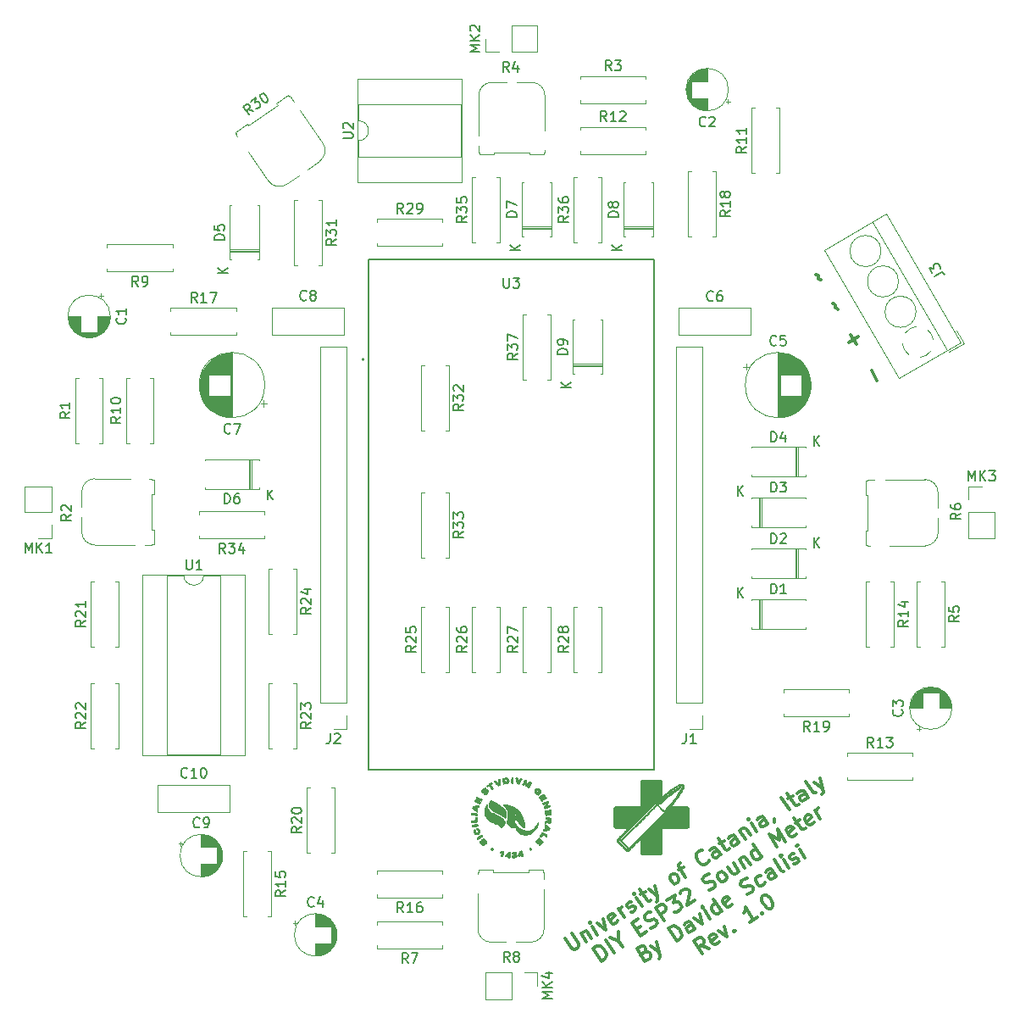
<source format=gbr>
%TF.GenerationSoftware,KiCad,Pcbnew,(6.0.2)*%
%TF.CreationDate,2023-02-04T19:54:44+01:00*%
%TF.ProjectId,Fonometro,466f6e6f-6d65-4747-926f-2e6b69636164,rev?*%
%TF.SameCoordinates,Original*%
%TF.FileFunction,Legend,Top*%
%TF.FilePolarity,Positive*%
%FSLAX46Y46*%
G04 Gerber Fmt 4.6, Leading zero omitted, Abs format (unit mm)*
G04 Created by KiCad (PCBNEW (6.0.2)) date 2023-02-04 19:54:44*
%MOMM*%
%LPD*%
G01*
G04 APERTURE LIST*
%ADD10C,0.300000*%
%ADD11C,0.150000*%
%ADD12C,0.120000*%
%ADD13C,0.010000*%
%ADD14C,0.127000*%
%ADD15C,0.200000*%
G04 APERTURE END LIST*
D10*
X177775068Y-72776842D02*
X177872641Y-72802986D01*
X178005929Y-72890990D01*
X178025068Y-73209854D01*
X178158356Y-73297858D01*
X178255929Y-73324003D01*
X179453640Y-75684213D02*
X179551213Y-75710357D01*
X179684500Y-75798361D01*
X179703640Y-76117225D01*
X179836927Y-76205229D01*
X179934500Y-76231374D01*
X181239354Y-78777161D02*
X181810782Y-79766904D01*
X181030197Y-79557746D02*
X182019940Y-78986318D01*
X183310782Y-82364980D02*
X183882211Y-83354723D01*
X152669556Y-139043142D02*
X153330904Y-140061527D01*
X153468614Y-140142435D01*
X153567422Y-140163437D01*
X153726135Y-140145536D01*
X153965755Y-139989925D01*
X154046663Y-139852215D01*
X154067665Y-139753407D01*
X154049764Y-139594694D01*
X153388417Y-138576308D01*
X154259787Y-138606616D02*
X154804426Y-139445286D01*
X154337592Y-138726426D02*
X154358595Y-138627618D01*
X154439502Y-138489907D01*
X154619217Y-138373199D01*
X154777930Y-138355298D01*
X154915641Y-138436206D01*
X155343571Y-139095161D01*
X155942622Y-138706133D02*
X155397983Y-137867463D01*
X155125663Y-137448127D02*
X155104661Y-137546935D01*
X155203469Y-137567937D01*
X155224471Y-137469130D01*
X155125663Y-137448127D01*
X155203469Y-137567937D01*
X155877223Y-137556240D02*
X156721387Y-138200397D01*
X156476273Y-137167212D01*
X157940490Y-137323533D02*
X157859583Y-137461244D01*
X157619963Y-137616855D01*
X157461250Y-137634756D01*
X157323539Y-137553848D01*
X157012317Y-137074608D01*
X156994416Y-136915895D01*
X157075324Y-136778185D01*
X157314944Y-136622573D01*
X157473657Y-136604673D01*
X157611367Y-136685580D01*
X157689173Y-136805390D01*
X157167928Y-137314228D01*
X158578443Y-136994411D02*
X158033804Y-136155740D01*
X158189416Y-136395360D02*
X158171515Y-136236647D01*
X158192517Y-136137839D01*
X158273425Y-136000129D01*
X158393235Y-135922323D01*
X159258401Y-136467672D02*
X159417114Y-136449771D01*
X159656734Y-136294160D01*
X159737641Y-136156450D01*
X159719741Y-135997737D01*
X159680838Y-135937832D01*
X159543128Y-135856925D01*
X159384415Y-135874825D01*
X159204700Y-135991533D01*
X159045987Y-136009434D01*
X158908276Y-135928527D01*
X158869373Y-135868622D01*
X158851473Y-135709909D01*
X158932380Y-135572198D01*
X159112095Y-135455490D01*
X159270808Y-135437589D01*
X160375595Y-135827327D02*
X159830956Y-134988656D01*
X159558636Y-134569321D02*
X159537634Y-134668129D01*
X159636442Y-134689131D01*
X159657444Y-134590323D01*
X159558636Y-134569321D01*
X159636442Y-134689131D01*
X160250291Y-134716337D02*
X160729531Y-134405114D01*
X160157687Y-134180293D02*
X160857937Y-135258584D01*
X160995647Y-135339491D01*
X161154360Y-135321591D01*
X161274170Y-135243785D01*
X161029056Y-134210601D02*
X161873221Y-134854757D01*
X161628107Y-133821573D02*
X161873221Y-134854757D01*
X161947925Y-135232088D01*
X161926922Y-135330896D01*
X161846015Y-135468606D01*
X163790182Y-133609868D02*
X163631469Y-133627768D01*
X163532661Y-133606766D01*
X163394951Y-133525859D01*
X163161534Y-133166429D01*
X163143633Y-133007716D01*
X163164636Y-132908908D01*
X163245543Y-132771197D01*
X163425258Y-132654489D01*
X163583971Y-132636588D01*
X163682779Y-132657591D01*
X163820489Y-132738498D01*
X164053906Y-133097928D01*
X164071807Y-133256641D01*
X164050804Y-133355449D01*
X163969897Y-133493160D01*
X163790182Y-133609868D01*
X164024308Y-132265461D02*
X164503549Y-131954239D01*
X164748663Y-132987423D02*
X164048412Y-131909133D01*
X164030512Y-131750420D01*
X164111419Y-131612709D01*
X164231229Y-131534904D01*
X167067059Y-131311502D02*
X167046056Y-131410310D01*
X166905244Y-131586923D01*
X166785434Y-131664729D01*
X166566816Y-131721532D01*
X166369200Y-131679527D01*
X166231490Y-131598620D01*
X166015974Y-131397903D01*
X165899265Y-131218188D01*
X165803559Y-130939665D01*
X165785659Y-130780952D01*
X165827663Y-130583336D01*
X165968475Y-130406723D01*
X166088286Y-130328917D01*
X166306903Y-130272114D01*
X166405711Y-130293116D01*
X168223155Y-130731062D02*
X167795224Y-130072106D01*
X167657514Y-129991199D01*
X167498801Y-130009099D01*
X167259181Y-130164711D01*
X167178273Y-130302421D01*
X168184252Y-130671157D02*
X168103345Y-130808867D01*
X167803820Y-131003381D01*
X167645107Y-131021282D01*
X167507396Y-130940374D01*
X167429591Y-130820564D01*
X167411690Y-130661851D01*
X167492597Y-130524141D01*
X167792123Y-130329627D01*
X167873030Y-130191916D01*
X168097851Y-129620072D02*
X168577092Y-129308849D01*
X168005247Y-129084028D02*
X168705497Y-130162319D01*
X168843208Y-130243226D01*
X169001920Y-130225325D01*
X169121731Y-130147520D01*
X170080211Y-129525075D02*
X169652281Y-128866120D01*
X169514570Y-128785212D01*
X169355857Y-128803113D01*
X169116237Y-128958724D01*
X169035330Y-129096435D01*
X170041308Y-129465170D02*
X169960401Y-129602881D01*
X169660876Y-129797395D01*
X169502163Y-129815295D01*
X169364452Y-129734388D01*
X169286647Y-129614578D01*
X169268746Y-129455865D01*
X169349654Y-129318154D01*
X169649179Y-129123640D01*
X169730086Y-128985930D01*
X170134623Y-128297377D02*
X170679262Y-129136047D01*
X170212428Y-128417187D02*
X170233430Y-128318379D01*
X170314338Y-128180668D01*
X170494053Y-128063960D01*
X170652766Y-128046059D01*
X170790476Y-128126967D01*
X171218407Y-128785922D01*
X171817457Y-128396894D02*
X171272818Y-127558224D01*
X171000499Y-127138888D02*
X170979497Y-127237696D01*
X171078304Y-127258699D01*
X171099307Y-127159891D01*
X171000499Y-127138888D01*
X171078304Y-127258699D01*
X172955653Y-127657741D02*
X172527723Y-126998786D01*
X172390012Y-126917879D01*
X172231299Y-126935779D01*
X171991679Y-127091390D01*
X171910772Y-127229101D01*
X172916750Y-127597836D02*
X172835843Y-127735547D01*
X172536318Y-127930061D01*
X172377605Y-127947961D01*
X172239894Y-127867054D01*
X172162089Y-127747244D01*
X172144188Y-127588531D01*
X172225096Y-127450821D01*
X172524621Y-127256307D01*
X172605528Y-127118596D01*
X173575706Y-127169906D02*
X173614609Y-127229811D01*
X173632509Y-127388524D01*
X173611507Y-127487331D01*
X175112235Y-126257241D02*
X174295276Y-124999235D01*
X174986931Y-125146251D02*
X175466171Y-124835029D01*
X174894326Y-124610207D02*
X175594577Y-125688498D01*
X175732287Y-125769405D01*
X175891000Y-125751505D01*
X176010810Y-125673699D01*
X176969291Y-125051255D02*
X176541360Y-124392299D01*
X176403650Y-124311392D01*
X176244937Y-124329292D01*
X176005317Y-124484903D01*
X175924409Y-124622614D01*
X176930388Y-124991349D02*
X176849481Y-125129060D01*
X176549956Y-125323574D01*
X176391243Y-125341475D01*
X176253532Y-125260567D01*
X176175727Y-125140757D01*
X176157826Y-124982044D01*
X176238733Y-124844334D01*
X176538259Y-124649820D01*
X176619166Y-124512109D01*
X177748056Y-124545518D02*
X177589344Y-124563419D01*
X177451633Y-124482512D01*
X176751383Y-123404221D01*
X177562848Y-123473431D02*
X178407012Y-124117588D01*
X178161898Y-123084403D02*
X178407012Y-124117588D01*
X178481716Y-124494918D01*
X178460713Y-124593726D01*
X178379806Y-124731437D01*
X156329397Y-141334515D02*
X155512438Y-140076510D01*
X155811963Y-139881996D01*
X156030581Y-139825192D01*
X156228197Y-139867197D01*
X156365907Y-139948104D01*
X156581424Y-140148821D01*
X156698132Y-140328537D01*
X156793838Y-140607060D01*
X156811739Y-140765772D01*
X156769734Y-140963388D01*
X156628922Y-141140001D01*
X156329397Y-141334515D01*
X157587402Y-140517557D02*
X156770444Y-139259551D01*
X158037045Y-139373867D02*
X158426073Y-139972918D01*
X157189779Y-138987231D02*
X158037045Y-139373867D01*
X158028450Y-138442592D01*
X159795293Y-138146879D02*
X160214629Y-137874559D01*
X160822275Y-138416806D02*
X160223224Y-138805834D01*
X159406266Y-137547828D01*
X160005316Y-137158800D01*
X161262612Y-138045679D02*
X161481230Y-137988876D01*
X161780755Y-137794362D01*
X161861663Y-137656651D01*
X161882665Y-137557843D01*
X161864764Y-137399130D01*
X161786959Y-137279320D01*
X161649248Y-137198413D01*
X161550440Y-137177411D01*
X161391727Y-137195311D01*
X161113204Y-137291017D01*
X160954492Y-137308918D01*
X160855684Y-137287916D01*
X160717973Y-137207008D01*
X160640167Y-137087198D01*
X160622267Y-136928485D01*
X160643269Y-136829678D01*
X160724177Y-136691967D01*
X161023702Y-136497453D01*
X161242320Y-136440650D01*
X162559521Y-137288625D02*
X161742562Y-136030620D01*
X162221803Y-135719397D01*
X162380515Y-135701497D01*
X162479323Y-135722499D01*
X162617034Y-135803406D01*
X162733742Y-135983121D01*
X162751643Y-136141834D01*
X162730640Y-136240642D01*
X162649733Y-136378353D01*
X162170493Y-136689575D01*
X162880758Y-135291467D02*
X163659523Y-134785730D01*
X163551411Y-135537290D01*
X163731126Y-135420582D01*
X163889839Y-135402681D01*
X163988646Y-135423684D01*
X164126357Y-135504591D01*
X164320871Y-135804116D01*
X164338771Y-135962829D01*
X164317769Y-136061637D01*
X164236862Y-136199347D01*
X163877432Y-136432764D01*
X163718719Y-136450665D01*
X163619911Y-136429662D01*
X164216569Y-134594318D02*
X164237572Y-134495510D01*
X164318479Y-134357800D01*
X164618004Y-134163286D01*
X164776717Y-134145385D01*
X164875525Y-134166387D01*
X165013235Y-134247295D01*
X165091041Y-134367105D01*
X165147844Y-134585723D01*
X164895817Y-135771417D01*
X165674583Y-135265680D01*
X167073401Y-134272108D02*
X167292019Y-134215305D01*
X167591544Y-134020791D01*
X167672451Y-133883081D01*
X167693454Y-133784273D01*
X167675553Y-133625560D01*
X167597748Y-133505750D01*
X167460037Y-133424843D01*
X167361229Y-133403840D01*
X167202516Y-133421741D01*
X166923993Y-133517447D01*
X166765280Y-133535347D01*
X166666473Y-133514345D01*
X166528762Y-133433438D01*
X166450956Y-133313628D01*
X166433056Y-133154915D01*
X166454058Y-133056107D01*
X166534965Y-132918397D01*
X166834491Y-132723883D01*
X167053109Y-132667079D01*
X168550025Y-133398347D02*
X168391312Y-133416247D01*
X168292504Y-133395245D01*
X168154793Y-133314338D01*
X167921377Y-132954907D01*
X167903476Y-132796194D01*
X167924478Y-132697387D01*
X168005386Y-132559676D01*
X168185101Y-132442968D01*
X168343814Y-132425067D01*
X168442622Y-132446069D01*
X168580332Y-132526977D01*
X168813749Y-132886407D01*
X168831649Y-133045120D01*
X168810647Y-133143928D01*
X168729740Y-133281638D01*
X168550025Y-133398347D01*
X169503012Y-131587106D02*
X170047651Y-132425777D01*
X168963866Y-131937231D02*
X169391797Y-132596187D01*
X169529508Y-132677094D01*
X169688221Y-132659194D01*
X169867936Y-132542485D01*
X169948843Y-132404775D01*
X169969845Y-132305967D01*
X170102062Y-131198078D02*
X170646701Y-132036749D01*
X170179868Y-131317889D02*
X170200870Y-131219081D01*
X170281777Y-131081370D01*
X170461492Y-130964662D01*
X170620205Y-130946761D01*
X170757916Y-131027668D01*
X171185847Y-131686624D01*
X172324042Y-130947471D02*
X171507084Y-129689465D01*
X172285140Y-130887566D02*
X172204232Y-131025277D01*
X171964612Y-131180888D01*
X171805899Y-131198788D01*
X171707091Y-131177786D01*
X171569381Y-131096879D01*
X171335964Y-130737448D01*
X171318064Y-130578736D01*
X171339066Y-130479928D01*
X171419973Y-130342217D01*
X171659593Y-130186606D01*
X171818306Y-130168705D01*
X173881573Y-129935998D02*
X173064615Y-128677993D01*
X174067492Y-129304249D01*
X173903285Y-128133354D01*
X174720244Y-129391359D01*
X175759632Y-128631204D02*
X175678725Y-128768915D01*
X175439104Y-128924526D01*
X175280392Y-128942427D01*
X175142681Y-128861519D01*
X174831459Y-128382279D01*
X174813558Y-128223566D01*
X174894465Y-128085855D01*
X175134086Y-127930244D01*
X175292798Y-127912344D01*
X175430509Y-127993251D01*
X175508315Y-128113061D01*
X174987070Y-128621899D01*
X175673231Y-127580119D02*
X176152471Y-127268897D01*
X175580627Y-127044076D02*
X176280877Y-128122366D01*
X176418587Y-128203274D01*
X176577300Y-128185373D01*
X176697110Y-128107567D01*
X177556783Y-127464121D02*
X177475876Y-127601831D01*
X177236256Y-127757442D01*
X177077543Y-127775343D01*
X176939832Y-127694436D01*
X176628610Y-127215195D01*
X176610709Y-127056482D01*
X176691617Y-126918772D01*
X176931237Y-126763161D01*
X177089950Y-126745260D01*
X177227660Y-126826167D01*
X177305466Y-126945977D01*
X176784221Y-127454815D01*
X178194736Y-127134998D02*
X177650097Y-126296327D01*
X177805708Y-126535947D02*
X177787808Y-126377234D01*
X177808810Y-126278427D01*
X177889717Y-126140716D01*
X178009528Y-126062910D01*
X160661309Y-140464039D02*
X160879927Y-140407235D01*
X160978734Y-140428238D01*
X161116445Y-140509145D01*
X161233153Y-140688860D01*
X161251054Y-140847573D01*
X161230052Y-140946381D01*
X161149144Y-141084091D01*
X160669904Y-141395314D01*
X159852946Y-140137308D01*
X160272281Y-139864988D01*
X160430994Y-139847088D01*
X160529802Y-139868090D01*
X160667512Y-139948997D01*
X160745318Y-140068807D01*
X160763218Y-140227520D01*
X160742216Y-140326328D01*
X160661309Y-140464039D01*
X160241973Y-140736358D01*
X161263461Y-139817490D02*
X162107625Y-140461647D01*
X161862511Y-139428462D02*
X162107625Y-140461647D01*
X162182329Y-140838977D01*
X162161327Y-140937785D01*
X162080419Y-141075496D01*
X163844871Y-139333466D02*
X163027913Y-138075460D01*
X163327438Y-137880946D01*
X163546056Y-137824143D01*
X163743671Y-137866147D01*
X163881382Y-137947055D01*
X164096898Y-138147772D01*
X164213607Y-138327487D01*
X164309313Y-138606010D01*
X164327213Y-138764723D01*
X164285209Y-138962338D01*
X164144396Y-139138952D01*
X163844871Y-139333466D01*
X165642022Y-138166382D02*
X165214092Y-137507427D01*
X165076381Y-137426519D01*
X164917668Y-137444420D01*
X164678048Y-137600031D01*
X164597141Y-137737742D01*
X165603120Y-138106477D02*
X165522212Y-138244188D01*
X165222687Y-138438702D01*
X165063974Y-138456602D01*
X164926264Y-138375695D01*
X164848458Y-138255885D01*
X164830558Y-138097172D01*
X164911465Y-137959461D01*
X165210990Y-137764947D01*
X165291897Y-137627237D01*
X165576624Y-137016489D02*
X166420788Y-137660646D01*
X166175674Y-136627461D01*
X167199553Y-137154910D02*
X166654914Y-136316239D01*
X166382595Y-135896904D02*
X166361593Y-135995712D01*
X166460401Y-136016714D01*
X166481403Y-135917906D01*
X166382595Y-135896904D01*
X166460401Y-136016714D01*
X168337749Y-136415757D02*
X167520791Y-135157751D01*
X168298846Y-136355852D02*
X168217939Y-136493562D01*
X167978319Y-136649173D01*
X167819606Y-136667074D01*
X167720798Y-136646072D01*
X167583088Y-136565164D01*
X167349671Y-136205734D01*
X167331770Y-136047021D01*
X167352773Y-135948213D01*
X167433680Y-135810503D01*
X167673300Y-135654892D01*
X167832013Y-135636991D01*
X169377137Y-135655601D02*
X169296230Y-135793312D01*
X169056610Y-135948923D01*
X168897897Y-135966824D01*
X168760186Y-135885917D01*
X168448964Y-135406676D01*
X168431063Y-135247963D01*
X168511971Y-135110253D01*
X168751591Y-134954642D01*
X168910304Y-134936741D01*
X169048014Y-135017648D01*
X169125820Y-135137458D01*
X168604575Y-135646296D01*
X170874763Y-134683032D02*
X171093381Y-134626228D01*
X171392906Y-134431715D01*
X171473814Y-134294004D01*
X171494816Y-134195196D01*
X171476915Y-134036483D01*
X171399110Y-133916673D01*
X171261399Y-133835766D01*
X171162591Y-133814764D01*
X171003878Y-133832664D01*
X170725356Y-133928370D01*
X170566643Y-133946271D01*
X170467835Y-133925269D01*
X170330124Y-133844361D01*
X170252319Y-133724551D01*
X170234418Y-133565838D01*
X170255420Y-133467030D01*
X170336328Y-133329320D01*
X170635853Y-133134806D01*
X170854471Y-133078003D01*
X172671914Y-133515948D02*
X172591007Y-133653659D01*
X172351387Y-133809270D01*
X172192674Y-133827170D01*
X172093866Y-133806168D01*
X171956156Y-133725261D01*
X171722739Y-133365831D01*
X171704838Y-133207118D01*
X171725841Y-133108310D01*
X171806748Y-132970599D01*
X172046368Y-132814988D01*
X172205081Y-132797088D01*
X173789108Y-132875603D02*
X173361177Y-132216648D01*
X173223467Y-132135740D01*
X173064754Y-132153641D01*
X172825134Y-132309252D01*
X172744226Y-132446963D01*
X173750205Y-132815698D02*
X173669298Y-132953409D01*
X173369773Y-133147923D01*
X173211060Y-133165823D01*
X173073349Y-133084916D01*
X172995544Y-132965106D01*
X172977643Y-132806393D01*
X173058550Y-132668682D01*
X173358076Y-132474168D01*
X173438983Y-132336458D01*
X174567873Y-132369867D02*
X174409161Y-132387767D01*
X174271450Y-132306860D01*
X173571200Y-131228569D01*
X175047114Y-132058644D02*
X174502475Y-131219974D01*
X174230155Y-130800639D02*
X174209153Y-130899446D01*
X174307961Y-130920449D01*
X174328963Y-130821641D01*
X174230155Y-130800639D01*
X174307961Y-130920449D01*
X175547356Y-131648614D02*
X175706069Y-131630714D01*
X175945689Y-131475103D01*
X176026597Y-131337392D01*
X176008696Y-131178679D01*
X175969793Y-131118774D01*
X175832083Y-131037867D01*
X175673370Y-131055767D01*
X175493655Y-131172476D01*
X175334942Y-131190376D01*
X175197231Y-131109469D01*
X175158329Y-131049564D01*
X175140428Y-130890851D01*
X175221335Y-130753140D01*
X175401050Y-130636432D01*
X175559763Y-130618532D01*
X176664550Y-131008269D02*
X176119911Y-130169599D01*
X175847591Y-129750263D02*
X175826589Y-129849071D01*
X175925397Y-129870073D01*
X175946399Y-129771266D01*
X175847591Y-129750263D01*
X175925397Y-129870073D01*
X167077136Y-140113966D02*
X166268772Y-139787235D01*
X166358275Y-140580799D02*
X165541316Y-139322793D01*
X166020557Y-139011571D01*
X166179270Y-138993670D01*
X166278078Y-139014673D01*
X166415788Y-139095580D01*
X166532496Y-139275295D01*
X166550397Y-139434008D01*
X166529395Y-139532816D01*
X166448487Y-139670526D01*
X165969247Y-139981749D01*
X168056618Y-139392713D02*
X167975711Y-139530424D01*
X167736091Y-139686035D01*
X167577378Y-139703935D01*
X167439667Y-139623028D01*
X167128445Y-139143788D01*
X167110545Y-138985075D01*
X167191452Y-138847364D01*
X167431072Y-138691753D01*
X167589785Y-138673853D01*
X167727496Y-138754760D01*
X167805301Y-138874570D01*
X167284056Y-139383408D01*
X168030122Y-138302725D02*
X168874287Y-138946882D01*
X168629173Y-137913697D01*
X169575247Y-138321336D02*
X169674055Y-138342338D01*
X169653052Y-138441146D01*
X169554244Y-138420143D01*
X169575247Y-138321336D01*
X169653052Y-138441146D01*
X171869539Y-137001743D02*
X171150678Y-137468576D01*
X171510109Y-137235159D02*
X170693150Y-135977153D01*
X170690048Y-136234674D01*
X170648044Y-136432290D01*
X170567136Y-136570000D01*
X172330879Y-136531807D02*
X172429686Y-136552810D01*
X172408684Y-136651617D01*
X172309876Y-136630615D01*
X172330879Y-136531807D01*
X172408684Y-136651617D01*
X172430396Y-134848973D02*
X172550206Y-134771167D01*
X172708919Y-134753266D01*
X172807727Y-134774269D01*
X172945438Y-134855176D01*
X173160954Y-135055893D01*
X173355468Y-135355419D01*
X173451174Y-135633942D01*
X173469074Y-135792654D01*
X173448072Y-135891462D01*
X173367165Y-136029173D01*
X173247355Y-136106978D01*
X173088642Y-136124879D01*
X172989834Y-136103877D01*
X172852123Y-136022969D01*
X172636607Y-135822252D01*
X172442093Y-135522727D01*
X172346387Y-135244204D01*
X172328487Y-135085491D01*
X172349489Y-134986683D01*
X172430396Y-134848973D01*
D11*
%TO.C,R36*%
X153022380Y-66936857D02*
X152546190Y-67270190D01*
X153022380Y-67508285D02*
X152022380Y-67508285D01*
X152022380Y-67127333D01*
X152070000Y-67032095D01*
X152117619Y-66984476D01*
X152212857Y-66936857D01*
X152355714Y-66936857D01*
X152450952Y-66984476D01*
X152498571Y-67032095D01*
X152546190Y-67127333D01*
X152546190Y-67508285D01*
X152022380Y-66603523D02*
X152022380Y-65984476D01*
X152403333Y-66317809D01*
X152403333Y-66174952D01*
X152450952Y-66079714D01*
X152498571Y-66032095D01*
X152593809Y-65984476D01*
X152831904Y-65984476D01*
X152927142Y-66032095D01*
X152974761Y-66079714D01*
X153022380Y-66174952D01*
X153022380Y-66460666D01*
X152974761Y-66555904D01*
X152927142Y-66603523D01*
X152022380Y-65127333D02*
X152022380Y-65317809D01*
X152070000Y-65413047D01*
X152117619Y-65460666D01*
X152260476Y-65555904D01*
X152450952Y-65603523D01*
X152831904Y-65603523D01*
X152927142Y-65555904D01*
X152974761Y-65508285D01*
X153022380Y-65413047D01*
X153022380Y-65222571D01*
X152974761Y-65127333D01*
X152927142Y-65079714D01*
X152831904Y-65032095D01*
X152593809Y-65032095D01*
X152498571Y-65079714D01*
X152450952Y-65127333D01*
X152403333Y-65222571D01*
X152403333Y-65413047D01*
X152450952Y-65508285D01*
X152498571Y-65555904D01*
X152593809Y-65603523D01*
%TO.C,C7*%
X119233333Y-88577142D02*
X119185714Y-88624761D01*
X119042857Y-88672380D01*
X118947619Y-88672380D01*
X118804761Y-88624761D01*
X118709523Y-88529523D01*
X118661904Y-88434285D01*
X118614285Y-88243809D01*
X118614285Y-88100952D01*
X118661904Y-87910476D01*
X118709523Y-87815238D01*
X118804761Y-87720000D01*
X118947619Y-87672380D01*
X119042857Y-87672380D01*
X119185714Y-87720000D01*
X119233333Y-87767619D01*
X119566666Y-87672380D02*
X120233333Y-87672380D01*
X119804761Y-88672380D01*
%TO.C,R10*%
X108272380Y-87002857D02*
X107796190Y-87336190D01*
X108272380Y-87574285D02*
X107272380Y-87574285D01*
X107272380Y-87193333D01*
X107320000Y-87098095D01*
X107367619Y-87050476D01*
X107462857Y-87002857D01*
X107605714Y-87002857D01*
X107700952Y-87050476D01*
X107748571Y-87098095D01*
X107796190Y-87193333D01*
X107796190Y-87574285D01*
X108272380Y-86050476D02*
X108272380Y-86621904D01*
X108272380Y-86336190D02*
X107272380Y-86336190D01*
X107415238Y-86431428D01*
X107510476Y-86526666D01*
X107558095Y-86621904D01*
X107272380Y-85431428D02*
X107272380Y-85336190D01*
X107320000Y-85240952D01*
X107367619Y-85193333D01*
X107462857Y-85145714D01*
X107653333Y-85098095D01*
X107891428Y-85098095D01*
X108081904Y-85145714D01*
X108177142Y-85193333D01*
X108224761Y-85240952D01*
X108272380Y-85336190D01*
X108272380Y-85431428D01*
X108224761Y-85526666D01*
X108177142Y-85574285D01*
X108081904Y-85621904D01*
X107891428Y-85669523D01*
X107653333Y-85669523D01*
X107462857Y-85621904D01*
X107367619Y-85574285D01*
X107320000Y-85526666D01*
X107272380Y-85431428D01*
%TO.C,R29*%
X136517142Y-66662380D02*
X136183809Y-66186190D01*
X135945714Y-66662380D02*
X135945714Y-65662380D01*
X136326666Y-65662380D01*
X136421904Y-65710000D01*
X136469523Y-65757619D01*
X136517142Y-65852857D01*
X136517142Y-65995714D01*
X136469523Y-66090952D01*
X136421904Y-66138571D01*
X136326666Y-66186190D01*
X135945714Y-66186190D01*
X136898095Y-65757619D02*
X136945714Y-65710000D01*
X137040952Y-65662380D01*
X137279047Y-65662380D01*
X137374285Y-65710000D01*
X137421904Y-65757619D01*
X137469523Y-65852857D01*
X137469523Y-65948095D01*
X137421904Y-66090952D01*
X136850476Y-66662380D01*
X137469523Y-66662380D01*
X137945714Y-66662380D02*
X138136190Y-66662380D01*
X138231428Y-66614761D01*
X138279047Y-66567142D01*
X138374285Y-66424285D01*
X138421904Y-66233809D01*
X138421904Y-65852857D01*
X138374285Y-65757619D01*
X138326666Y-65710000D01*
X138231428Y-65662380D01*
X138040952Y-65662380D01*
X137945714Y-65710000D01*
X137898095Y-65757619D01*
X137850476Y-65852857D01*
X137850476Y-66090952D01*
X137898095Y-66186190D01*
X137945714Y-66233809D01*
X138040952Y-66281428D01*
X138231428Y-66281428D01*
X138326666Y-66233809D01*
X138374285Y-66186190D01*
X138421904Y-66090952D01*
%TO.C,R23*%
X127282380Y-117477857D02*
X126806190Y-117811190D01*
X127282380Y-118049285D02*
X126282380Y-118049285D01*
X126282380Y-117668333D01*
X126330000Y-117573095D01*
X126377619Y-117525476D01*
X126472857Y-117477857D01*
X126615714Y-117477857D01*
X126710952Y-117525476D01*
X126758571Y-117573095D01*
X126806190Y-117668333D01*
X126806190Y-118049285D01*
X126377619Y-117096904D02*
X126330000Y-117049285D01*
X126282380Y-116954047D01*
X126282380Y-116715952D01*
X126330000Y-116620714D01*
X126377619Y-116573095D01*
X126472857Y-116525476D01*
X126568095Y-116525476D01*
X126710952Y-116573095D01*
X127282380Y-117144523D01*
X127282380Y-116525476D01*
X126282380Y-116192142D02*
X126282380Y-115573095D01*
X126663333Y-115906428D01*
X126663333Y-115763571D01*
X126710952Y-115668333D01*
X126758571Y-115620714D01*
X126853809Y-115573095D01*
X127091904Y-115573095D01*
X127187142Y-115620714D01*
X127234761Y-115668333D01*
X127282380Y-115763571D01*
X127282380Y-116049285D01*
X127234761Y-116144523D01*
X127187142Y-116192142D01*
%TO.C,C8*%
X126833333Y-75287142D02*
X126785714Y-75334761D01*
X126642857Y-75382380D01*
X126547619Y-75382380D01*
X126404761Y-75334761D01*
X126309523Y-75239523D01*
X126261904Y-75144285D01*
X126214285Y-74953809D01*
X126214285Y-74810952D01*
X126261904Y-74620476D01*
X126309523Y-74525238D01*
X126404761Y-74430000D01*
X126547619Y-74382380D01*
X126642857Y-74382380D01*
X126785714Y-74430000D01*
X126833333Y-74477619D01*
X127404761Y-74810952D02*
X127309523Y-74763333D01*
X127261904Y-74715714D01*
X127214285Y-74620476D01*
X127214285Y-74572857D01*
X127261904Y-74477619D01*
X127309523Y-74430000D01*
X127404761Y-74382380D01*
X127595238Y-74382380D01*
X127690476Y-74430000D01*
X127738095Y-74477619D01*
X127785714Y-74572857D01*
X127785714Y-74620476D01*
X127738095Y-74715714D01*
X127690476Y-74763333D01*
X127595238Y-74810952D01*
X127404761Y-74810952D01*
X127309523Y-74858571D01*
X127261904Y-74906190D01*
X127214285Y-75001428D01*
X127214285Y-75191904D01*
X127261904Y-75287142D01*
X127309523Y-75334761D01*
X127404761Y-75382380D01*
X127595238Y-75382380D01*
X127690476Y-75334761D01*
X127738095Y-75287142D01*
X127785714Y-75191904D01*
X127785714Y-75001428D01*
X127738095Y-74906190D01*
X127690476Y-74858571D01*
X127595238Y-74810952D01*
%TO.C,R13*%
X183507142Y-120002380D02*
X183173809Y-119526190D01*
X182935714Y-120002380D02*
X182935714Y-119002380D01*
X183316666Y-119002380D01*
X183411904Y-119050000D01*
X183459523Y-119097619D01*
X183507142Y-119192857D01*
X183507142Y-119335714D01*
X183459523Y-119430952D01*
X183411904Y-119478571D01*
X183316666Y-119526190D01*
X182935714Y-119526190D01*
X184459523Y-120002380D02*
X183888095Y-120002380D01*
X184173809Y-120002380D02*
X184173809Y-119002380D01*
X184078571Y-119145238D01*
X183983333Y-119240476D01*
X183888095Y-119288095D01*
X184792857Y-119002380D02*
X185411904Y-119002380D01*
X185078571Y-119383333D01*
X185221428Y-119383333D01*
X185316666Y-119430952D01*
X185364285Y-119478571D01*
X185411904Y-119573809D01*
X185411904Y-119811904D01*
X185364285Y-119907142D01*
X185316666Y-119954761D01*
X185221428Y-120002380D01*
X184935714Y-120002380D01*
X184840476Y-119954761D01*
X184792857Y-119907142D01*
%TO.C,D1*%
X173251904Y-104662380D02*
X173251904Y-103662380D01*
X173490000Y-103662380D01*
X173632857Y-103710000D01*
X173728095Y-103805238D01*
X173775714Y-103900476D01*
X173823333Y-104090952D01*
X173823333Y-104233809D01*
X173775714Y-104424285D01*
X173728095Y-104519523D01*
X173632857Y-104614761D01*
X173490000Y-104662380D01*
X173251904Y-104662380D01*
X174775714Y-104662380D02*
X174204285Y-104662380D01*
X174490000Y-104662380D02*
X174490000Y-103662380D01*
X174394761Y-103805238D01*
X174299523Y-103900476D01*
X174204285Y-103948095D01*
X169918095Y-105032380D02*
X169918095Y-104032380D01*
X170489523Y-105032380D02*
X170060952Y-104460952D01*
X170489523Y-104032380D02*
X169918095Y-104603809D01*
%TO.C,R18*%
X169192380Y-66382857D02*
X168716190Y-66716190D01*
X169192380Y-66954285D02*
X168192380Y-66954285D01*
X168192380Y-66573333D01*
X168240000Y-66478095D01*
X168287619Y-66430476D01*
X168382857Y-66382857D01*
X168525714Y-66382857D01*
X168620952Y-66430476D01*
X168668571Y-66478095D01*
X168716190Y-66573333D01*
X168716190Y-66954285D01*
X169192380Y-65430476D02*
X169192380Y-66001904D01*
X169192380Y-65716190D02*
X168192380Y-65716190D01*
X168335238Y-65811428D01*
X168430476Y-65906666D01*
X168478095Y-66001904D01*
X168620952Y-64859047D02*
X168573333Y-64954285D01*
X168525714Y-65001904D01*
X168430476Y-65049523D01*
X168382857Y-65049523D01*
X168287619Y-65001904D01*
X168240000Y-64954285D01*
X168192380Y-64859047D01*
X168192380Y-64668571D01*
X168240000Y-64573333D01*
X168287619Y-64525714D01*
X168382857Y-64478095D01*
X168430476Y-64478095D01*
X168525714Y-64525714D01*
X168573333Y-64573333D01*
X168620952Y-64668571D01*
X168620952Y-64859047D01*
X168668571Y-64954285D01*
X168716190Y-65001904D01*
X168811428Y-65049523D01*
X169001904Y-65049523D01*
X169097142Y-65001904D01*
X169144761Y-64954285D01*
X169192380Y-64859047D01*
X169192380Y-64668571D01*
X169144761Y-64573333D01*
X169097142Y-64525714D01*
X169001904Y-64478095D01*
X168811428Y-64478095D01*
X168716190Y-64525714D01*
X168668571Y-64573333D01*
X168620952Y-64668571D01*
%TO.C,R27*%
X147942380Y-109862857D02*
X147466190Y-110196190D01*
X147942380Y-110434285D02*
X146942380Y-110434285D01*
X146942380Y-110053333D01*
X146990000Y-109958095D01*
X147037619Y-109910476D01*
X147132857Y-109862857D01*
X147275714Y-109862857D01*
X147370952Y-109910476D01*
X147418571Y-109958095D01*
X147466190Y-110053333D01*
X147466190Y-110434285D01*
X147037619Y-109481904D02*
X146990000Y-109434285D01*
X146942380Y-109339047D01*
X146942380Y-109100952D01*
X146990000Y-109005714D01*
X147037619Y-108958095D01*
X147132857Y-108910476D01*
X147228095Y-108910476D01*
X147370952Y-108958095D01*
X147942380Y-109529523D01*
X147942380Y-108910476D01*
X146942380Y-108577142D02*
X146942380Y-107910476D01*
X147942380Y-108339047D01*
%TO.C,R24*%
X127282380Y-106052857D02*
X126806190Y-106386190D01*
X127282380Y-106624285D02*
X126282380Y-106624285D01*
X126282380Y-106243333D01*
X126330000Y-106148095D01*
X126377619Y-106100476D01*
X126472857Y-106052857D01*
X126615714Y-106052857D01*
X126710952Y-106100476D01*
X126758571Y-106148095D01*
X126806190Y-106243333D01*
X126806190Y-106624285D01*
X126377619Y-105671904D02*
X126330000Y-105624285D01*
X126282380Y-105529047D01*
X126282380Y-105290952D01*
X126330000Y-105195714D01*
X126377619Y-105148095D01*
X126472857Y-105100476D01*
X126568095Y-105100476D01*
X126710952Y-105148095D01*
X127282380Y-105719523D01*
X127282380Y-105100476D01*
X126615714Y-104243333D02*
X127282380Y-104243333D01*
X126234761Y-104481428D02*
X126949047Y-104719523D01*
X126949047Y-104100476D01*
%TO.C,R31*%
X129822380Y-69222857D02*
X129346190Y-69556190D01*
X129822380Y-69794285D02*
X128822380Y-69794285D01*
X128822380Y-69413333D01*
X128870000Y-69318095D01*
X128917619Y-69270476D01*
X129012857Y-69222857D01*
X129155714Y-69222857D01*
X129250952Y-69270476D01*
X129298571Y-69318095D01*
X129346190Y-69413333D01*
X129346190Y-69794285D01*
X128822380Y-68889523D02*
X128822380Y-68270476D01*
X129203333Y-68603809D01*
X129203333Y-68460952D01*
X129250952Y-68365714D01*
X129298571Y-68318095D01*
X129393809Y-68270476D01*
X129631904Y-68270476D01*
X129727142Y-68318095D01*
X129774761Y-68365714D01*
X129822380Y-68460952D01*
X129822380Y-68746666D01*
X129774761Y-68841904D01*
X129727142Y-68889523D01*
X129822380Y-67318095D02*
X129822380Y-67889523D01*
X129822380Y-67603809D02*
X128822380Y-67603809D01*
X128965238Y-67699047D01*
X129060476Y-67794285D01*
X129108095Y-67889523D01*
%TO.C,C2*%
X166723333Y-57917142D02*
X166675714Y-57964761D01*
X166532857Y-58012380D01*
X166437619Y-58012380D01*
X166294761Y-57964761D01*
X166199523Y-57869523D01*
X166151904Y-57774285D01*
X166104285Y-57583809D01*
X166104285Y-57440952D01*
X166151904Y-57250476D01*
X166199523Y-57155238D01*
X166294761Y-57060000D01*
X166437619Y-57012380D01*
X166532857Y-57012380D01*
X166675714Y-57060000D01*
X166723333Y-57107619D01*
X167104285Y-57107619D02*
X167151904Y-57060000D01*
X167247142Y-57012380D01*
X167485238Y-57012380D01*
X167580476Y-57060000D01*
X167628095Y-57107619D01*
X167675714Y-57202857D01*
X167675714Y-57298095D01*
X167628095Y-57440952D01*
X167056666Y-58012380D01*
X167675714Y-58012380D01*
%TO.C,R20*%
X126352380Y-127942857D02*
X125876190Y-128276190D01*
X126352380Y-128514285D02*
X125352380Y-128514285D01*
X125352380Y-128133333D01*
X125400000Y-128038095D01*
X125447619Y-127990476D01*
X125542857Y-127942857D01*
X125685714Y-127942857D01*
X125780952Y-127990476D01*
X125828571Y-128038095D01*
X125876190Y-128133333D01*
X125876190Y-128514285D01*
X125447619Y-127561904D02*
X125400000Y-127514285D01*
X125352380Y-127419047D01*
X125352380Y-127180952D01*
X125400000Y-127085714D01*
X125447619Y-127038095D01*
X125542857Y-126990476D01*
X125638095Y-126990476D01*
X125780952Y-127038095D01*
X126352380Y-127609523D01*
X126352380Y-126990476D01*
X125352380Y-126371428D02*
X125352380Y-126276190D01*
X125400000Y-126180952D01*
X125447619Y-126133333D01*
X125542857Y-126085714D01*
X125733333Y-126038095D01*
X125971428Y-126038095D01*
X126161904Y-126085714D01*
X126257142Y-126133333D01*
X126304761Y-126180952D01*
X126352380Y-126276190D01*
X126352380Y-126371428D01*
X126304761Y-126466666D01*
X126257142Y-126514285D01*
X126161904Y-126561904D01*
X125971428Y-126609523D01*
X125733333Y-126609523D01*
X125542857Y-126561904D01*
X125447619Y-126514285D01*
X125400000Y-126466666D01*
X125352380Y-126371428D01*
%TO.C,U2*%
X130482380Y-59171904D02*
X131291904Y-59171904D01*
X131387142Y-59124285D01*
X131434761Y-59076666D01*
X131482380Y-58981428D01*
X131482380Y-58790952D01*
X131434761Y-58695714D01*
X131387142Y-58648095D01*
X131291904Y-58600476D01*
X130482380Y-58600476D01*
X130577619Y-58171904D02*
X130530000Y-58124285D01*
X130482380Y-58029047D01*
X130482380Y-57790952D01*
X130530000Y-57695714D01*
X130577619Y-57648095D01*
X130672857Y-57600476D01*
X130768095Y-57600476D01*
X130910952Y-57648095D01*
X131482380Y-58219523D01*
X131482380Y-57600476D01*
%TO.C,MK2*%
X144172380Y-50539523D02*
X143172380Y-50539523D01*
X143886666Y-50206190D01*
X143172380Y-49872857D01*
X144172380Y-49872857D01*
X144172380Y-49396666D02*
X143172380Y-49396666D01*
X144172380Y-48825238D02*
X143600952Y-49253809D01*
X143172380Y-48825238D02*
X143743809Y-49396666D01*
X143267619Y-48444285D02*
X143220000Y-48396666D01*
X143172380Y-48301428D01*
X143172380Y-48063333D01*
X143220000Y-47968095D01*
X143267619Y-47920476D01*
X143362857Y-47872857D01*
X143458095Y-47872857D01*
X143600952Y-47920476D01*
X144172380Y-48491904D01*
X144172380Y-47872857D01*
%TO.C,R3*%
X157313333Y-52392380D02*
X156980000Y-51916190D01*
X156741904Y-52392380D02*
X156741904Y-51392380D01*
X157122857Y-51392380D01*
X157218095Y-51440000D01*
X157265714Y-51487619D01*
X157313333Y-51582857D01*
X157313333Y-51725714D01*
X157265714Y-51820952D01*
X157218095Y-51868571D01*
X157122857Y-51916190D01*
X156741904Y-51916190D01*
X157646666Y-51392380D02*
X158265714Y-51392380D01*
X157932380Y-51773333D01*
X158075238Y-51773333D01*
X158170476Y-51820952D01*
X158218095Y-51868571D01*
X158265714Y-51963809D01*
X158265714Y-52201904D01*
X158218095Y-52297142D01*
X158170476Y-52344761D01*
X158075238Y-52392380D01*
X157789523Y-52392380D01*
X157694285Y-52344761D01*
X157646666Y-52297142D01*
%TO.C,R33*%
X142522380Y-98432857D02*
X142046190Y-98766190D01*
X142522380Y-99004285D02*
X141522380Y-99004285D01*
X141522380Y-98623333D01*
X141570000Y-98528095D01*
X141617619Y-98480476D01*
X141712857Y-98432857D01*
X141855714Y-98432857D01*
X141950952Y-98480476D01*
X141998571Y-98528095D01*
X142046190Y-98623333D01*
X142046190Y-99004285D01*
X141522380Y-98099523D02*
X141522380Y-97480476D01*
X141903333Y-97813809D01*
X141903333Y-97670952D01*
X141950952Y-97575714D01*
X141998571Y-97528095D01*
X142093809Y-97480476D01*
X142331904Y-97480476D01*
X142427142Y-97528095D01*
X142474761Y-97575714D01*
X142522380Y-97670952D01*
X142522380Y-97956666D01*
X142474761Y-98051904D01*
X142427142Y-98099523D01*
X141522380Y-97147142D02*
X141522380Y-96528095D01*
X141903333Y-96861428D01*
X141903333Y-96718571D01*
X141950952Y-96623333D01*
X141998571Y-96575714D01*
X142093809Y-96528095D01*
X142331904Y-96528095D01*
X142427142Y-96575714D01*
X142474761Y-96623333D01*
X142522380Y-96718571D01*
X142522380Y-97004285D01*
X142474761Y-97099523D01*
X142427142Y-97147142D01*
%TO.C,R12*%
X156837142Y-57472380D02*
X156503809Y-56996190D01*
X156265714Y-57472380D02*
X156265714Y-56472380D01*
X156646666Y-56472380D01*
X156741904Y-56520000D01*
X156789523Y-56567619D01*
X156837142Y-56662857D01*
X156837142Y-56805714D01*
X156789523Y-56900952D01*
X156741904Y-56948571D01*
X156646666Y-56996190D01*
X156265714Y-56996190D01*
X157789523Y-57472380D02*
X157218095Y-57472380D01*
X157503809Y-57472380D02*
X157503809Y-56472380D01*
X157408571Y-56615238D01*
X157313333Y-56710476D01*
X157218095Y-56758095D01*
X158170476Y-56567619D02*
X158218095Y-56520000D01*
X158313333Y-56472380D01*
X158551428Y-56472380D01*
X158646666Y-56520000D01*
X158694285Y-56567619D01*
X158741904Y-56662857D01*
X158741904Y-56758095D01*
X158694285Y-56900952D01*
X158122857Y-57472380D01*
X158741904Y-57472380D01*
%TO.C,MK4*%
X151372380Y-145119523D02*
X150372380Y-145119523D01*
X151086666Y-144786190D01*
X150372380Y-144452857D01*
X151372380Y-144452857D01*
X151372380Y-143976666D02*
X150372380Y-143976666D01*
X151372380Y-143405238D02*
X150800952Y-143833809D01*
X150372380Y-143405238D02*
X150943809Y-143976666D01*
X150705714Y-142548095D02*
X151372380Y-142548095D01*
X150324761Y-142786190D02*
X151039047Y-143024285D01*
X151039047Y-142405238D01*
%TO.C,R14*%
X186972380Y-107322857D02*
X186496190Y-107656190D01*
X186972380Y-107894285D02*
X185972380Y-107894285D01*
X185972380Y-107513333D01*
X186020000Y-107418095D01*
X186067619Y-107370476D01*
X186162857Y-107322857D01*
X186305714Y-107322857D01*
X186400952Y-107370476D01*
X186448571Y-107418095D01*
X186496190Y-107513333D01*
X186496190Y-107894285D01*
X186972380Y-106370476D02*
X186972380Y-106941904D01*
X186972380Y-106656190D02*
X185972380Y-106656190D01*
X186115238Y-106751428D01*
X186210476Y-106846666D01*
X186258095Y-106941904D01*
X186305714Y-105513333D02*
X186972380Y-105513333D01*
X185924761Y-105751428D02*
X186639047Y-105989523D01*
X186639047Y-105370476D01*
%TO.C,R4*%
X147093333Y-52522380D02*
X146760000Y-52046190D01*
X146521904Y-52522380D02*
X146521904Y-51522380D01*
X146902857Y-51522380D01*
X146998095Y-51570000D01*
X147045714Y-51617619D01*
X147093333Y-51712857D01*
X147093333Y-51855714D01*
X147045714Y-51950952D01*
X146998095Y-51998571D01*
X146902857Y-52046190D01*
X146521904Y-52046190D01*
X147950476Y-51855714D02*
X147950476Y-52522380D01*
X147712380Y-51474761D02*
X147474285Y-52189047D01*
X148093333Y-52189047D01*
%TO.C,R37*%
X147942380Y-80652857D02*
X147466190Y-80986190D01*
X147942380Y-81224285D02*
X146942380Y-81224285D01*
X146942380Y-80843333D01*
X146990000Y-80748095D01*
X147037619Y-80700476D01*
X147132857Y-80652857D01*
X147275714Y-80652857D01*
X147370952Y-80700476D01*
X147418571Y-80748095D01*
X147466190Y-80843333D01*
X147466190Y-81224285D01*
X146942380Y-80319523D02*
X146942380Y-79700476D01*
X147323333Y-80033809D01*
X147323333Y-79890952D01*
X147370952Y-79795714D01*
X147418571Y-79748095D01*
X147513809Y-79700476D01*
X147751904Y-79700476D01*
X147847142Y-79748095D01*
X147894761Y-79795714D01*
X147942380Y-79890952D01*
X147942380Y-80176666D01*
X147894761Y-80271904D01*
X147847142Y-80319523D01*
X146942380Y-79367142D02*
X146942380Y-78700476D01*
X147942380Y-79129047D01*
%TO.C,C6*%
X167473333Y-75327142D02*
X167425714Y-75374761D01*
X167282857Y-75422380D01*
X167187619Y-75422380D01*
X167044761Y-75374761D01*
X166949523Y-75279523D01*
X166901904Y-75184285D01*
X166854285Y-74993809D01*
X166854285Y-74850952D01*
X166901904Y-74660476D01*
X166949523Y-74565238D01*
X167044761Y-74470000D01*
X167187619Y-74422380D01*
X167282857Y-74422380D01*
X167425714Y-74470000D01*
X167473333Y-74517619D01*
X168330476Y-74422380D02*
X168140000Y-74422380D01*
X168044761Y-74470000D01*
X167997142Y-74517619D01*
X167901904Y-74660476D01*
X167854285Y-74850952D01*
X167854285Y-75231904D01*
X167901904Y-75327142D01*
X167949523Y-75374761D01*
X168044761Y-75422380D01*
X168235238Y-75422380D01*
X168330476Y-75374761D01*
X168378095Y-75327142D01*
X168425714Y-75231904D01*
X168425714Y-74993809D01*
X168378095Y-74898571D01*
X168330476Y-74850952D01*
X168235238Y-74803333D01*
X168044761Y-74803333D01*
X167949523Y-74850952D01*
X167901904Y-74898571D01*
X167854285Y-74993809D01*
%TO.C,R21*%
X104762380Y-107317857D02*
X104286190Y-107651190D01*
X104762380Y-107889285D02*
X103762380Y-107889285D01*
X103762380Y-107508333D01*
X103810000Y-107413095D01*
X103857619Y-107365476D01*
X103952857Y-107317857D01*
X104095714Y-107317857D01*
X104190952Y-107365476D01*
X104238571Y-107413095D01*
X104286190Y-107508333D01*
X104286190Y-107889285D01*
X103857619Y-106936904D02*
X103810000Y-106889285D01*
X103762380Y-106794047D01*
X103762380Y-106555952D01*
X103810000Y-106460714D01*
X103857619Y-106413095D01*
X103952857Y-106365476D01*
X104048095Y-106365476D01*
X104190952Y-106413095D01*
X104762380Y-106984523D01*
X104762380Y-106365476D01*
X104762380Y-105413095D02*
X104762380Y-105984523D01*
X104762380Y-105698809D02*
X103762380Y-105698809D01*
X103905238Y-105794047D01*
X104000476Y-105889285D01*
X104048095Y-105984523D01*
%TO.C,R35*%
X142862380Y-66936857D02*
X142386190Y-67270190D01*
X142862380Y-67508285D02*
X141862380Y-67508285D01*
X141862380Y-67127333D01*
X141910000Y-67032095D01*
X141957619Y-66984476D01*
X142052857Y-66936857D01*
X142195714Y-66936857D01*
X142290952Y-66984476D01*
X142338571Y-67032095D01*
X142386190Y-67127333D01*
X142386190Y-67508285D01*
X141862380Y-66603523D02*
X141862380Y-65984476D01*
X142243333Y-66317809D01*
X142243333Y-66174952D01*
X142290952Y-66079714D01*
X142338571Y-66032095D01*
X142433809Y-65984476D01*
X142671904Y-65984476D01*
X142767142Y-66032095D01*
X142814761Y-66079714D01*
X142862380Y-66174952D01*
X142862380Y-66460666D01*
X142814761Y-66555904D01*
X142767142Y-66603523D01*
X141862380Y-65079714D02*
X141862380Y-65555904D01*
X142338571Y-65603523D01*
X142290952Y-65555904D01*
X142243333Y-65460666D01*
X142243333Y-65222571D01*
X142290952Y-65127333D01*
X142338571Y-65079714D01*
X142433809Y-65032095D01*
X142671904Y-65032095D01*
X142767142Y-65079714D01*
X142814761Y-65127333D01*
X142862380Y-65222571D01*
X142862380Y-65460666D01*
X142814761Y-65555904D01*
X142767142Y-65603523D01*
%TO.C,R8*%
X147153333Y-141422380D02*
X146820000Y-140946190D01*
X146581904Y-141422380D02*
X146581904Y-140422380D01*
X146962857Y-140422380D01*
X147058095Y-140470000D01*
X147105714Y-140517619D01*
X147153333Y-140612857D01*
X147153333Y-140755714D01*
X147105714Y-140850952D01*
X147058095Y-140898571D01*
X146962857Y-140946190D01*
X146581904Y-140946190D01*
X147724761Y-140850952D02*
X147629523Y-140803333D01*
X147581904Y-140755714D01*
X147534285Y-140660476D01*
X147534285Y-140612857D01*
X147581904Y-140517619D01*
X147629523Y-140470000D01*
X147724761Y-140422380D01*
X147915238Y-140422380D01*
X148010476Y-140470000D01*
X148058095Y-140517619D01*
X148105714Y-140612857D01*
X148105714Y-140660476D01*
X148058095Y-140755714D01*
X148010476Y-140803333D01*
X147915238Y-140850952D01*
X147724761Y-140850952D01*
X147629523Y-140898571D01*
X147581904Y-140946190D01*
X147534285Y-141041428D01*
X147534285Y-141231904D01*
X147581904Y-141327142D01*
X147629523Y-141374761D01*
X147724761Y-141422380D01*
X147915238Y-141422380D01*
X148010476Y-141374761D01*
X148058095Y-141327142D01*
X148105714Y-141231904D01*
X148105714Y-141041428D01*
X148058095Y-140946190D01*
X148010476Y-140898571D01*
X147915238Y-140850952D01*
%TO.C,C4*%
X127583333Y-135837142D02*
X127535714Y-135884761D01*
X127392857Y-135932380D01*
X127297619Y-135932380D01*
X127154761Y-135884761D01*
X127059523Y-135789523D01*
X127011904Y-135694285D01*
X126964285Y-135503809D01*
X126964285Y-135360952D01*
X127011904Y-135170476D01*
X127059523Y-135075238D01*
X127154761Y-134980000D01*
X127297619Y-134932380D01*
X127392857Y-134932380D01*
X127535714Y-134980000D01*
X127583333Y-135027619D01*
X128440476Y-135265714D02*
X128440476Y-135932380D01*
X128202380Y-134884761D02*
X127964285Y-135599047D01*
X128583333Y-135599047D01*
%TO.C,J2*%
X129206666Y-118617380D02*
X129206666Y-119331666D01*
X129159047Y-119474523D01*
X129063809Y-119569761D01*
X128920952Y-119617380D01*
X128825714Y-119617380D01*
X129635238Y-118712619D02*
X129682857Y-118665000D01*
X129778095Y-118617380D01*
X130016190Y-118617380D01*
X130111428Y-118665000D01*
X130159047Y-118712619D01*
X130206666Y-118807857D01*
X130206666Y-118903095D01*
X130159047Y-119045952D01*
X129587619Y-119617380D01*
X130206666Y-119617380D01*
%TO.C,R6*%
X192222380Y-96626666D02*
X191746190Y-96960000D01*
X192222380Y-97198095D02*
X191222380Y-97198095D01*
X191222380Y-96817142D01*
X191270000Y-96721904D01*
X191317619Y-96674285D01*
X191412857Y-96626666D01*
X191555714Y-96626666D01*
X191650952Y-96674285D01*
X191698571Y-96721904D01*
X191746190Y-96817142D01*
X191746190Y-97198095D01*
X191222380Y-95769523D02*
X191222380Y-95960000D01*
X191270000Y-96055238D01*
X191317619Y-96102857D01*
X191460476Y-96198095D01*
X191650952Y-96245714D01*
X192031904Y-96245714D01*
X192127142Y-96198095D01*
X192174761Y-96150476D01*
X192222380Y-96055238D01*
X192222380Y-95864761D01*
X192174761Y-95769523D01*
X192127142Y-95721904D01*
X192031904Y-95674285D01*
X191793809Y-95674285D01*
X191698571Y-95721904D01*
X191650952Y-95769523D01*
X191603333Y-95864761D01*
X191603333Y-96055238D01*
X191650952Y-96150476D01*
X191698571Y-96198095D01*
X191793809Y-96245714D01*
%TO.C,D8*%
X158002380Y-67032095D02*
X157002380Y-67032095D01*
X157002380Y-66794000D01*
X157050000Y-66651142D01*
X157145238Y-66555904D01*
X157240476Y-66508285D01*
X157430952Y-66460666D01*
X157573809Y-66460666D01*
X157764285Y-66508285D01*
X157859523Y-66555904D01*
X157954761Y-66651142D01*
X158002380Y-66794000D01*
X158002380Y-67032095D01*
X157430952Y-65889238D02*
X157383333Y-65984476D01*
X157335714Y-66032095D01*
X157240476Y-66079714D01*
X157192857Y-66079714D01*
X157097619Y-66032095D01*
X157050000Y-65984476D01*
X157002380Y-65889238D01*
X157002380Y-65698761D01*
X157050000Y-65603523D01*
X157097619Y-65555904D01*
X157192857Y-65508285D01*
X157240476Y-65508285D01*
X157335714Y-65555904D01*
X157383333Y-65603523D01*
X157430952Y-65698761D01*
X157430952Y-65889238D01*
X157478571Y-65984476D01*
X157526190Y-66032095D01*
X157621428Y-66079714D01*
X157811904Y-66079714D01*
X157907142Y-66032095D01*
X157954761Y-65984476D01*
X158002380Y-65889238D01*
X158002380Y-65698761D01*
X157954761Y-65603523D01*
X157907142Y-65555904D01*
X157811904Y-65508285D01*
X157621428Y-65508285D01*
X157526190Y-65555904D01*
X157478571Y-65603523D01*
X157430952Y-65698761D01*
X158372380Y-70365904D02*
X157372380Y-70365904D01*
X158372380Y-69794476D02*
X157800952Y-70223047D01*
X157372380Y-69794476D02*
X157943809Y-70365904D01*
%TO.C,D5*%
X118632380Y-69318095D02*
X117632380Y-69318095D01*
X117632380Y-69080000D01*
X117680000Y-68937142D01*
X117775238Y-68841904D01*
X117870476Y-68794285D01*
X118060952Y-68746666D01*
X118203809Y-68746666D01*
X118394285Y-68794285D01*
X118489523Y-68841904D01*
X118584761Y-68937142D01*
X118632380Y-69080000D01*
X118632380Y-69318095D01*
X117632380Y-67841904D02*
X117632380Y-68318095D01*
X118108571Y-68365714D01*
X118060952Y-68318095D01*
X118013333Y-68222857D01*
X118013333Y-67984761D01*
X118060952Y-67889523D01*
X118108571Y-67841904D01*
X118203809Y-67794285D01*
X118441904Y-67794285D01*
X118537142Y-67841904D01*
X118584761Y-67889523D01*
X118632380Y-67984761D01*
X118632380Y-68222857D01*
X118584761Y-68318095D01*
X118537142Y-68365714D01*
X119002380Y-72651904D02*
X118002380Y-72651904D01*
X119002380Y-72080476D02*
X118430952Y-72509047D01*
X118002380Y-72080476D02*
X118573809Y-72651904D01*
%TO.C,C1*%
X108717142Y-77116666D02*
X108764761Y-77164285D01*
X108812380Y-77307142D01*
X108812380Y-77402380D01*
X108764761Y-77545238D01*
X108669523Y-77640476D01*
X108574285Y-77688095D01*
X108383809Y-77735714D01*
X108240952Y-77735714D01*
X108050476Y-77688095D01*
X107955238Y-77640476D01*
X107860000Y-77545238D01*
X107812380Y-77402380D01*
X107812380Y-77307142D01*
X107860000Y-77164285D01*
X107907619Y-77116666D01*
X108812380Y-76164285D02*
X108812380Y-76735714D01*
X108812380Y-76450000D02*
X107812380Y-76450000D01*
X107955238Y-76545238D01*
X108050476Y-76640476D01*
X108098095Y-76735714D01*
%TO.C,D7*%
X147842380Y-67032095D02*
X146842380Y-67032095D01*
X146842380Y-66794000D01*
X146890000Y-66651142D01*
X146985238Y-66555904D01*
X147080476Y-66508285D01*
X147270952Y-66460666D01*
X147413809Y-66460666D01*
X147604285Y-66508285D01*
X147699523Y-66555904D01*
X147794761Y-66651142D01*
X147842380Y-66794000D01*
X147842380Y-67032095D01*
X146842380Y-66127333D02*
X146842380Y-65460666D01*
X147842380Y-65889238D01*
X148212380Y-70365904D02*
X147212380Y-70365904D01*
X148212380Y-69794476D02*
X147640952Y-70223047D01*
X147212380Y-69794476D02*
X147783809Y-70365904D01*
%TO.C,U1*%
X114818095Y-101257380D02*
X114818095Y-102066904D01*
X114865714Y-102162142D01*
X114913333Y-102209761D01*
X115008571Y-102257380D01*
X115199047Y-102257380D01*
X115294285Y-102209761D01*
X115341904Y-102162142D01*
X115389523Y-102066904D01*
X115389523Y-101257380D01*
X116389523Y-102257380D02*
X115818095Y-102257380D01*
X116103809Y-102257380D02*
X116103809Y-101257380D01*
X116008571Y-101400238D01*
X115913333Y-101495476D01*
X115818095Y-101543095D01*
%TO.C,D6*%
X118641904Y-95632380D02*
X118641904Y-94632380D01*
X118880000Y-94632380D01*
X119022857Y-94680000D01*
X119118095Y-94775238D01*
X119165714Y-94870476D01*
X119213333Y-95060952D01*
X119213333Y-95203809D01*
X119165714Y-95394285D01*
X119118095Y-95489523D01*
X119022857Y-95584761D01*
X118880000Y-95632380D01*
X118641904Y-95632380D01*
X120070476Y-94632380D02*
X119880000Y-94632380D01*
X119784761Y-94680000D01*
X119737142Y-94727619D01*
X119641904Y-94870476D01*
X119594285Y-95060952D01*
X119594285Y-95441904D01*
X119641904Y-95537142D01*
X119689523Y-95584761D01*
X119784761Y-95632380D01*
X119975238Y-95632380D01*
X120070476Y-95584761D01*
X120118095Y-95537142D01*
X120165714Y-95441904D01*
X120165714Y-95203809D01*
X120118095Y-95108571D01*
X120070476Y-95060952D01*
X119975238Y-95013333D01*
X119784761Y-95013333D01*
X119689523Y-95060952D01*
X119641904Y-95108571D01*
X119594285Y-95203809D01*
X122928095Y-95262380D02*
X122928095Y-94262380D01*
X123499523Y-95262380D02*
X123070952Y-94690952D01*
X123499523Y-94262380D02*
X122928095Y-94833809D01*
%TO.C,R9*%
X110023333Y-73942380D02*
X109690000Y-73466190D01*
X109451904Y-73942380D02*
X109451904Y-72942380D01*
X109832857Y-72942380D01*
X109928095Y-72990000D01*
X109975714Y-73037619D01*
X110023333Y-73132857D01*
X110023333Y-73275714D01*
X109975714Y-73370952D01*
X109928095Y-73418571D01*
X109832857Y-73466190D01*
X109451904Y-73466190D01*
X110499523Y-73942380D02*
X110690000Y-73942380D01*
X110785238Y-73894761D01*
X110832857Y-73847142D01*
X110928095Y-73704285D01*
X110975714Y-73513809D01*
X110975714Y-73132857D01*
X110928095Y-73037619D01*
X110880476Y-72990000D01*
X110785238Y-72942380D01*
X110594761Y-72942380D01*
X110499523Y-72990000D01*
X110451904Y-73037619D01*
X110404285Y-73132857D01*
X110404285Y-73370952D01*
X110451904Y-73466190D01*
X110499523Y-73513809D01*
X110594761Y-73561428D01*
X110785238Y-73561428D01*
X110880476Y-73513809D01*
X110928095Y-73466190D01*
X110975714Y-73370952D01*
%TO.C,MK1*%
X98720476Y-100572380D02*
X98720476Y-99572380D01*
X99053809Y-100286666D01*
X99387142Y-99572380D01*
X99387142Y-100572380D01*
X99863333Y-100572380D02*
X99863333Y-99572380D01*
X100434761Y-100572380D02*
X100006190Y-100000952D01*
X100434761Y-99572380D02*
X99863333Y-100143809D01*
X101387142Y-100572380D02*
X100815714Y-100572380D01*
X101101428Y-100572380D02*
X101101428Y-99572380D01*
X101006190Y-99715238D01*
X100910952Y-99810476D01*
X100815714Y-99858095D01*
%TO.C,R2*%
X103322380Y-96746666D02*
X102846190Y-97080000D01*
X103322380Y-97318095D02*
X102322380Y-97318095D01*
X102322380Y-96937142D01*
X102370000Y-96841904D01*
X102417619Y-96794285D01*
X102512857Y-96746666D01*
X102655714Y-96746666D01*
X102750952Y-96794285D01*
X102798571Y-96841904D01*
X102846190Y-96937142D01*
X102846190Y-97318095D01*
X102417619Y-96365714D02*
X102370000Y-96318095D01*
X102322380Y-96222857D01*
X102322380Y-95984761D01*
X102370000Y-95889523D01*
X102417619Y-95841904D01*
X102512857Y-95794285D01*
X102608095Y-95794285D01*
X102750952Y-95841904D01*
X103322380Y-96413333D01*
X103322380Y-95794285D01*
%TO.C,R17*%
X115897142Y-75552380D02*
X115563809Y-75076190D01*
X115325714Y-75552380D02*
X115325714Y-74552380D01*
X115706666Y-74552380D01*
X115801904Y-74600000D01*
X115849523Y-74647619D01*
X115897142Y-74742857D01*
X115897142Y-74885714D01*
X115849523Y-74980952D01*
X115801904Y-75028571D01*
X115706666Y-75076190D01*
X115325714Y-75076190D01*
X116849523Y-75552380D02*
X116278095Y-75552380D01*
X116563809Y-75552380D02*
X116563809Y-74552380D01*
X116468571Y-74695238D01*
X116373333Y-74790476D01*
X116278095Y-74838095D01*
X117182857Y-74552380D02*
X117849523Y-74552380D01*
X117420952Y-75552380D01*
%TO.C,MK3*%
X193000476Y-93372380D02*
X193000476Y-92372380D01*
X193333809Y-93086666D01*
X193667142Y-92372380D01*
X193667142Y-93372380D01*
X194143333Y-93372380D02*
X194143333Y-92372380D01*
X194714761Y-93372380D02*
X194286190Y-92800952D01*
X194714761Y-92372380D02*
X194143333Y-92943809D01*
X195048095Y-92372380D02*
X195667142Y-92372380D01*
X195333809Y-92753333D01*
X195476666Y-92753333D01*
X195571904Y-92800952D01*
X195619523Y-92848571D01*
X195667142Y-92943809D01*
X195667142Y-93181904D01*
X195619523Y-93277142D01*
X195571904Y-93324761D01*
X195476666Y-93372380D01*
X195190952Y-93372380D01*
X195095714Y-93324761D01*
X195048095Y-93277142D01*
%TO.C,J1*%
X164766666Y-118622380D02*
X164766666Y-119336666D01*
X164719047Y-119479523D01*
X164623809Y-119574761D01*
X164480952Y-119622380D01*
X164385714Y-119622380D01*
X165766666Y-119622380D02*
X165195238Y-119622380D01*
X165480952Y-119622380D02*
X165480952Y-118622380D01*
X165385714Y-118765238D01*
X165290476Y-118860476D01*
X165195238Y-118908095D01*
%TO.C,R25*%
X137782380Y-109862857D02*
X137306190Y-110196190D01*
X137782380Y-110434285D02*
X136782380Y-110434285D01*
X136782380Y-110053333D01*
X136830000Y-109958095D01*
X136877619Y-109910476D01*
X136972857Y-109862857D01*
X137115714Y-109862857D01*
X137210952Y-109910476D01*
X137258571Y-109958095D01*
X137306190Y-110053333D01*
X137306190Y-110434285D01*
X136877619Y-109481904D02*
X136830000Y-109434285D01*
X136782380Y-109339047D01*
X136782380Y-109100952D01*
X136830000Y-109005714D01*
X136877619Y-108958095D01*
X136972857Y-108910476D01*
X137068095Y-108910476D01*
X137210952Y-108958095D01*
X137782380Y-109529523D01*
X137782380Y-108910476D01*
X136782380Y-108005714D02*
X136782380Y-108481904D01*
X137258571Y-108529523D01*
X137210952Y-108481904D01*
X137163333Y-108386666D01*
X137163333Y-108148571D01*
X137210952Y-108053333D01*
X137258571Y-108005714D01*
X137353809Y-107958095D01*
X137591904Y-107958095D01*
X137687142Y-108005714D01*
X137734761Y-108053333D01*
X137782380Y-108148571D01*
X137782380Y-108386666D01*
X137734761Y-108481904D01*
X137687142Y-108529523D01*
%TO.C,D4*%
X173251904Y-89479380D02*
X173251904Y-88479380D01*
X173490000Y-88479380D01*
X173632857Y-88527000D01*
X173728095Y-88622238D01*
X173775714Y-88717476D01*
X173823333Y-88907952D01*
X173823333Y-89050809D01*
X173775714Y-89241285D01*
X173728095Y-89336523D01*
X173632857Y-89431761D01*
X173490000Y-89479380D01*
X173251904Y-89479380D01*
X174680476Y-88812714D02*
X174680476Y-89479380D01*
X174442380Y-88431761D02*
X174204285Y-89146047D01*
X174823333Y-89146047D01*
X177538095Y-89860380D02*
X177538095Y-88860380D01*
X178109523Y-89860380D02*
X177680952Y-89288952D01*
X178109523Y-88860380D02*
X177538095Y-89431809D01*
%TO.C,J3*%
X189557414Y-72952484D02*
X190176004Y-72595341D01*
X190323531Y-72565152D01*
X190453629Y-72600012D01*
X190566297Y-72699920D01*
X190613916Y-72782399D01*
X189366938Y-72622570D02*
X189057414Y-72086459D01*
X189553995Y-72184658D01*
X189482567Y-72060940D01*
X189476187Y-71954652D01*
X189493617Y-71889603D01*
X189552286Y-71800744D01*
X189758482Y-71681697D01*
X189864770Y-71675317D01*
X189929819Y-71692747D01*
X190018678Y-71751416D01*
X190161535Y-71998852D01*
X190167915Y-72105140D01*
X190150485Y-72170189D01*
%TO.C,R30*%
X121556040Y-56489158D02*
X121009857Y-56290278D01*
X121087953Y-56816916D02*
X120514376Y-55997764D01*
X120826434Y-55779259D01*
X120931762Y-55763640D01*
X120998082Y-55775334D01*
X121091716Y-55826035D01*
X121173656Y-55943057D01*
X121189275Y-56048384D01*
X121177581Y-56114705D01*
X121126879Y-56208338D01*
X120814821Y-56426844D01*
X121255514Y-55478814D02*
X121762608Y-55123743D01*
X121708063Y-55626993D01*
X121825085Y-55545053D01*
X121930412Y-55529434D01*
X121996733Y-55541128D01*
X122090366Y-55591830D01*
X122226932Y-55786866D01*
X122242551Y-55892193D01*
X122230857Y-55958514D01*
X122180156Y-56052147D01*
X121946112Y-56216026D01*
X121840785Y-56231645D01*
X121774464Y-56219951D01*
X122269702Y-54768672D02*
X122347717Y-54714045D01*
X122453044Y-54698426D01*
X122519365Y-54710120D01*
X122612998Y-54760822D01*
X122761258Y-54889537D01*
X122897824Y-55084574D01*
X122968070Y-55267916D01*
X122983689Y-55373243D01*
X122971995Y-55439564D01*
X122921293Y-55533197D01*
X122843279Y-55587824D01*
X122737951Y-55603443D01*
X122671631Y-55591749D01*
X122577997Y-55541047D01*
X122429737Y-55412331D01*
X122293171Y-55217295D01*
X122222926Y-55033953D01*
X122207307Y-54928626D01*
X122219001Y-54862305D01*
X122269702Y-54768672D01*
%TO.C,C3*%
X186337142Y-116256666D02*
X186384761Y-116304285D01*
X186432380Y-116447142D01*
X186432380Y-116542380D01*
X186384761Y-116685238D01*
X186289523Y-116780476D01*
X186194285Y-116828095D01*
X186003809Y-116875714D01*
X185860952Y-116875714D01*
X185670476Y-116828095D01*
X185575238Y-116780476D01*
X185480000Y-116685238D01*
X185432380Y-116542380D01*
X185432380Y-116447142D01*
X185480000Y-116304285D01*
X185527619Y-116256666D01*
X185432380Y-115923333D02*
X185432380Y-115304285D01*
X185813333Y-115637619D01*
X185813333Y-115494761D01*
X185860952Y-115399523D01*
X185908571Y-115351904D01*
X186003809Y-115304285D01*
X186241904Y-115304285D01*
X186337142Y-115351904D01*
X186384761Y-115399523D01*
X186432380Y-115494761D01*
X186432380Y-115780476D01*
X186384761Y-115875714D01*
X186337142Y-115923333D01*
%TO.C,R11*%
X170802380Y-60032857D02*
X170326190Y-60366190D01*
X170802380Y-60604285D02*
X169802380Y-60604285D01*
X169802380Y-60223333D01*
X169850000Y-60128095D01*
X169897619Y-60080476D01*
X169992857Y-60032857D01*
X170135714Y-60032857D01*
X170230952Y-60080476D01*
X170278571Y-60128095D01*
X170326190Y-60223333D01*
X170326190Y-60604285D01*
X170802380Y-59080476D02*
X170802380Y-59651904D01*
X170802380Y-59366190D02*
X169802380Y-59366190D01*
X169945238Y-59461428D01*
X170040476Y-59556666D01*
X170088095Y-59651904D01*
X170802380Y-58128095D02*
X170802380Y-58699523D01*
X170802380Y-58413809D02*
X169802380Y-58413809D01*
X169945238Y-58509047D01*
X170040476Y-58604285D01*
X170088095Y-58699523D01*
%TO.C,R22*%
X104762380Y-117477857D02*
X104286190Y-117811190D01*
X104762380Y-118049285D02*
X103762380Y-118049285D01*
X103762380Y-117668333D01*
X103810000Y-117573095D01*
X103857619Y-117525476D01*
X103952857Y-117477857D01*
X104095714Y-117477857D01*
X104190952Y-117525476D01*
X104238571Y-117573095D01*
X104286190Y-117668333D01*
X104286190Y-118049285D01*
X103857619Y-117096904D02*
X103810000Y-117049285D01*
X103762380Y-116954047D01*
X103762380Y-116715952D01*
X103810000Y-116620714D01*
X103857619Y-116573095D01*
X103952857Y-116525476D01*
X104048095Y-116525476D01*
X104190952Y-116573095D01*
X104762380Y-117144523D01*
X104762380Y-116525476D01*
X103857619Y-116144523D02*
X103810000Y-116096904D01*
X103762380Y-116001666D01*
X103762380Y-115763571D01*
X103810000Y-115668333D01*
X103857619Y-115620714D01*
X103952857Y-115573095D01*
X104048095Y-115573095D01*
X104190952Y-115620714D01*
X104762380Y-116192142D01*
X104762380Y-115573095D01*
%TO.C,R19*%
X177157142Y-118392380D02*
X176823809Y-117916190D01*
X176585714Y-118392380D02*
X176585714Y-117392380D01*
X176966666Y-117392380D01*
X177061904Y-117440000D01*
X177109523Y-117487619D01*
X177157142Y-117582857D01*
X177157142Y-117725714D01*
X177109523Y-117820952D01*
X177061904Y-117868571D01*
X176966666Y-117916190D01*
X176585714Y-117916190D01*
X178109523Y-118392380D02*
X177538095Y-118392380D01*
X177823809Y-118392380D02*
X177823809Y-117392380D01*
X177728571Y-117535238D01*
X177633333Y-117630476D01*
X177538095Y-117678095D01*
X178585714Y-118392380D02*
X178776190Y-118392380D01*
X178871428Y-118344761D01*
X178919047Y-118297142D01*
X179014285Y-118154285D01*
X179061904Y-117963809D01*
X179061904Y-117582857D01*
X179014285Y-117487619D01*
X178966666Y-117440000D01*
X178871428Y-117392380D01*
X178680952Y-117392380D01*
X178585714Y-117440000D01*
X178538095Y-117487619D01*
X178490476Y-117582857D01*
X178490476Y-117820952D01*
X178538095Y-117916190D01*
X178585714Y-117963809D01*
X178680952Y-118011428D01*
X178871428Y-118011428D01*
X178966666Y-117963809D01*
X179014285Y-117916190D01*
X179061904Y-117820952D01*
%TO.C,D3*%
X173251904Y-94502380D02*
X173251904Y-93502380D01*
X173490000Y-93502380D01*
X173632857Y-93550000D01*
X173728095Y-93645238D01*
X173775714Y-93740476D01*
X173823333Y-93930952D01*
X173823333Y-94073809D01*
X173775714Y-94264285D01*
X173728095Y-94359523D01*
X173632857Y-94454761D01*
X173490000Y-94502380D01*
X173251904Y-94502380D01*
X174156666Y-93502380D02*
X174775714Y-93502380D01*
X174442380Y-93883333D01*
X174585238Y-93883333D01*
X174680476Y-93930952D01*
X174728095Y-93978571D01*
X174775714Y-94073809D01*
X174775714Y-94311904D01*
X174728095Y-94407142D01*
X174680476Y-94454761D01*
X174585238Y-94502380D01*
X174299523Y-94502380D01*
X174204285Y-94454761D01*
X174156666Y-94407142D01*
X169918095Y-94872380D02*
X169918095Y-93872380D01*
X170489523Y-94872380D02*
X170060952Y-94300952D01*
X170489523Y-93872380D02*
X169918095Y-94443809D01*
%TO.C,R26*%
X142862380Y-109862857D02*
X142386190Y-110196190D01*
X142862380Y-110434285D02*
X141862380Y-110434285D01*
X141862380Y-110053333D01*
X141910000Y-109958095D01*
X141957619Y-109910476D01*
X142052857Y-109862857D01*
X142195714Y-109862857D01*
X142290952Y-109910476D01*
X142338571Y-109958095D01*
X142386190Y-110053333D01*
X142386190Y-110434285D01*
X141957619Y-109481904D02*
X141910000Y-109434285D01*
X141862380Y-109339047D01*
X141862380Y-109100952D01*
X141910000Y-109005714D01*
X141957619Y-108958095D01*
X142052857Y-108910476D01*
X142148095Y-108910476D01*
X142290952Y-108958095D01*
X142862380Y-109529523D01*
X142862380Y-108910476D01*
X141862380Y-108053333D02*
X141862380Y-108243809D01*
X141910000Y-108339047D01*
X141957619Y-108386666D01*
X142100476Y-108481904D01*
X142290952Y-108529523D01*
X142671904Y-108529523D01*
X142767142Y-108481904D01*
X142814761Y-108434285D01*
X142862380Y-108339047D01*
X142862380Y-108148571D01*
X142814761Y-108053333D01*
X142767142Y-108005714D01*
X142671904Y-107958095D01*
X142433809Y-107958095D01*
X142338571Y-108005714D01*
X142290952Y-108053333D01*
X142243333Y-108148571D01*
X142243333Y-108339047D01*
X142290952Y-108434285D01*
X142338571Y-108481904D01*
X142433809Y-108529523D01*
%TO.C,R34*%
X118737142Y-100612380D02*
X118403809Y-100136190D01*
X118165714Y-100612380D02*
X118165714Y-99612380D01*
X118546666Y-99612380D01*
X118641904Y-99660000D01*
X118689523Y-99707619D01*
X118737142Y-99802857D01*
X118737142Y-99945714D01*
X118689523Y-100040952D01*
X118641904Y-100088571D01*
X118546666Y-100136190D01*
X118165714Y-100136190D01*
X119070476Y-99612380D02*
X119689523Y-99612380D01*
X119356190Y-99993333D01*
X119499047Y-99993333D01*
X119594285Y-100040952D01*
X119641904Y-100088571D01*
X119689523Y-100183809D01*
X119689523Y-100421904D01*
X119641904Y-100517142D01*
X119594285Y-100564761D01*
X119499047Y-100612380D01*
X119213333Y-100612380D01*
X119118095Y-100564761D01*
X119070476Y-100517142D01*
X120546666Y-99945714D02*
X120546666Y-100612380D01*
X120308571Y-99564761D02*
X120070476Y-100279047D01*
X120689523Y-100279047D01*
%TO.C,C9*%
X116153333Y-127917142D02*
X116105714Y-127964761D01*
X115962857Y-128012380D01*
X115867619Y-128012380D01*
X115724761Y-127964761D01*
X115629523Y-127869523D01*
X115581904Y-127774285D01*
X115534285Y-127583809D01*
X115534285Y-127440952D01*
X115581904Y-127250476D01*
X115629523Y-127155238D01*
X115724761Y-127060000D01*
X115867619Y-127012380D01*
X115962857Y-127012380D01*
X116105714Y-127060000D01*
X116153333Y-127107619D01*
X116629523Y-128012380D02*
X116820000Y-128012380D01*
X116915238Y-127964761D01*
X116962857Y-127917142D01*
X117058095Y-127774285D01*
X117105714Y-127583809D01*
X117105714Y-127202857D01*
X117058095Y-127107619D01*
X117010476Y-127060000D01*
X116915238Y-127012380D01*
X116724761Y-127012380D01*
X116629523Y-127060000D01*
X116581904Y-127107619D01*
X116534285Y-127202857D01*
X116534285Y-127440952D01*
X116581904Y-127536190D01*
X116629523Y-127583809D01*
X116724761Y-127631428D01*
X116915238Y-127631428D01*
X117010476Y-127583809D01*
X117058095Y-127536190D01*
X117105714Y-127440952D01*
%TO.C,R16*%
X136517142Y-136472380D02*
X136183809Y-135996190D01*
X135945714Y-136472380D02*
X135945714Y-135472380D01*
X136326666Y-135472380D01*
X136421904Y-135520000D01*
X136469523Y-135567619D01*
X136517142Y-135662857D01*
X136517142Y-135805714D01*
X136469523Y-135900952D01*
X136421904Y-135948571D01*
X136326666Y-135996190D01*
X135945714Y-135996190D01*
X137469523Y-136472380D02*
X136898095Y-136472380D01*
X137183809Y-136472380D02*
X137183809Y-135472380D01*
X137088571Y-135615238D01*
X136993333Y-135710476D01*
X136898095Y-135758095D01*
X138326666Y-135472380D02*
X138136190Y-135472380D01*
X138040952Y-135520000D01*
X137993333Y-135567619D01*
X137898095Y-135710476D01*
X137850476Y-135900952D01*
X137850476Y-136281904D01*
X137898095Y-136377142D01*
X137945714Y-136424761D01*
X138040952Y-136472380D01*
X138231428Y-136472380D01*
X138326666Y-136424761D01*
X138374285Y-136377142D01*
X138421904Y-136281904D01*
X138421904Y-136043809D01*
X138374285Y-135948571D01*
X138326666Y-135900952D01*
X138231428Y-135853333D01*
X138040952Y-135853333D01*
X137945714Y-135900952D01*
X137898095Y-135948571D01*
X137850476Y-136043809D01*
%TO.C,R32*%
X142522380Y-85732857D02*
X142046190Y-86066190D01*
X142522380Y-86304285D02*
X141522380Y-86304285D01*
X141522380Y-85923333D01*
X141570000Y-85828095D01*
X141617619Y-85780476D01*
X141712857Y-85732857D01*
X141855714Y-85732857D01*
X141950952Y-85780476D01*
X141998571Y-85828095D01*
X142046190Y-85923333D01*
X142046190Y-86304285D01*
X141522380Y-85399523D02*
X141522380Y-84780476D01*
X141903333Y-85113809D01*
X141903333Y-84970952D01*
X141950952Y-84875714D01*
X141998571Y-84828095D01*
X142093809Y-84780476D01*
X142331904Y-84780476D01*
X142427142Y-84828095D01*
X142474761Y-84875714D01*
X142522380Y-84970952D01*
X142522380Y-85256666D01*
X142474761Y-85351904D01*
X142427142Y-85399523D01*
X141617619Y-84399523D02*
X141570000Y-84351904D01*
X141522380Y-84256666D01*
X141522380Y-84018571D01*
X141570000Y-83923333D01*
X141617619Y-83875714D01*
X141712857Y-83828095D01*
X141808095Y-83828095D01*
X141950952Y-83875714D01*
X142522380Y-84447142D01*
X142522380Y-83828095D01*
%TO.C,R7*%
X136993333Y-141552380D02*
X136660000Y-141076190D01*
X136421904Y-141552380D02*
X136421904Y-140552380D01*
X136802857Y-140552380D01*
X136898095Y-140600000D01*
X136945714Y-140647619D01*
X136993333Y-140742857D01*
X136993333Y-140885714D01*
X136945714Y-140980952D01*
X136898095Y-141028571D01*
X136802857Y-141076190D01*
X136421904Y-141076190D01*
X137326666Y-140552380D02*
X137993333Y-140552380D01*
X137564761Y-141552380D01*
%TO.C,D9*%
X152922380Y-80748095D02*
X151922380Y-80748095D01*
X151922380Y-80510000D01*
X151970000Y-80367142D01*
X152065238Y-80271904D01*
X152160476Y-80224285D01*
X152350952Y-80176666D01*
X152493809Y-80176666D01*
X152684285Y-80224285D01*
X152779523Y-80271904D01*
X152874761Y-80367142D01*
X152922380Y-80510000D01*
X152922380Y-80748095D01*
X152922380Y-79700476D02*
X152922380Y-79510000D01*
X152874761Y-79414761D01*
X152827142Y-79367142D01*
X152684285Y-79271904D01*
X152493809Y-79224285D01*
X152112857Y-79224285D01*
X152017619Y-79271904D01*
X151970000Y-79319523D01*
X151922380Y-79414761D01*
X151922380Y-79605238D01*
X151970000Y-79700476D01*
X152017619Y-79748095D01*
X152112857Y-79795714D01*
X152350952Y-79795714D01*
X152446190Y-79748095D01*
X152493809Y-79700476D01*
X152541428Y-79605238D01*
X152541428Y-79414761D01*
X152493809Y-79319523D01*
X152446190Y-79271904D01*
X152350952Y-79224285D01*
X153292380Y-84081904D02*
X152292380Y-84081904D01*
X153292380Y-83510476D02*
X152720952Y-83939047D01*
X152292380Y-83510476D02*
X152863809Y-84081904D01*
%TO.C,R28*%
X153022380Y-109862857D02*
X152546190Y-110196190D01*
X153022380Y-110434285D02*
X152022380Y-110434285D01*
X152022380Y-110053333D01*
X152070000Y-109958095D01*
X152117619Y-109910476D01*
X152212857Y-109862857D01*
X152355714Y-109862857D01*
X152450952Y-109910476D01*
X152498571Y-109958095D01*
X152546190Y-110053333D01*
X152546190Y-110434285D01*
X152117619Y-109481904D02*
X152070000Y-109434285D01*
X152022380Y-109339047D01*
X152022380Y-109100952D01*
X152070000Y-109005714D01*
X152117619Y-108958095D01*
X152212857Y-108910476D01*
X152308095Y-108910476D01*
X152450952Y-108958095D01*
X153022380Y-109529523D01*
X153022380Y-108910476D01*
X152450952Y-108339047D02*
X152403333Y-108434285D01*
X152355714Y-108481904D01*
X152260476Y-108529523D01*
X152212857Y-108529523D01*
X152117619Y-108481904D01*
X152070000Y-108434285D01*
X152022380Y-108339047D01*
X152022380Y-108148571D01*
X152070000Y-108053333D01*
X152117619Y-108005714D01*
X152212857Y-107958095D01*
X152260476Y-107958095D01*
X152355714Y-108005714D01*
X152403333Y-108053333D01*
X152450952Y-108148571D01*
X152450952Y-108339047D01*
X152498571Y-108434285D01*
X152546190Y-108481904D01*
X152641428Y-108529523D01*
X152831904Y-108529523D01*
X152927142Y-108481904D01*
X152974761Y-108434285D01*
X153022380Y-108339047D01*
X153022380Y-108148571D01*
X152974761Y-108053333D01*
X152927142Y-108005714D01*
X152831904Y-107958095D01*
X152641428Y-107958095D01*
X152546190Y-108005714D01*
X152498571Y-108053333D01*
X152450952Y-108148571D01*
%TO.C,D2*%
X173251904Y-99639380D02*
X173251904Y-98639380D01*
X173490000Y-98639380D01*
X173632857Y-98687000D01*
X173728095Y-98782238D01*
X173775714Y-98877476D01*
X173823333Y-99067952D01*
X173823333Y-99210809D01*
X173775714Y-99401285D01*
X173728095Y-99496523D01*
X173632857Y-99591761D01*
X173490000Y-99639380D01*
X173251904Y-99639380D01*
X174204285Y-98734619D02*
X174251904Y-98687000D01*
X174347142Y-98639380D01*
X174585238Y-98639380D01*
X174680476Y-98687000D01*
X174728095Y-98734619D01*
X174775714Y-98829857D01*
X174775714Y-98925095D01*
X174728095Y-99067952D01*
X174156666Y-99639380D01*
X174775714Y-99639380D01*
X177538095Y-100020380D02*
X177538095Y-99020380D01*
X178109523Y-100020380D02*
X177680952Y-99448952D01*
X178109523Y-99020380D02*
X177538095Y-99591809D01*
%TO.C,C5*%
X173803333Y-79777142D02*
X173755714Y-79824761D01*
X173612857Y-79872380D01*
X173517619Y-79872380D01*
X173374761Y-79824761D01*
X173279523Y-79729523D01*
X173231904Y-79634285D01*
X173184285Y-79443809D01*
X173184285Y-79300952D01*
X173231904Y-79110476D01*
X173279523Y-79015238D01*
X173374761Y-78920000D01*
X173517619Y-78872380D01*
X173612857Y-78872380D01*
X173755714Y-78920000D01*
X173803333Y-78967619D01*
X174708095Y-78872380D02*
X174231904Y-78872380D01*
X174184285Y-79348571D01*
X174231904Y-79300952D01*
X174327142Y-79253333D01*
X174565238Y-79253333D01*
X174660476Y-79300952D01*
X174708095Y-79348571D01*
X174755714Y-79443809D01*
X174755714Y-79681904D01*
X174708095Y-79777142D01*
X174660476Y-79824761D01*
X174565238Y-79872380D01*
X174327142Y-79872380D01*
X174231904Y-79824761D01*
X174184285Y-79777142D01*
%TO.C,R1*%
X103192380Y-86526666D02*
X102716190Y-86860000D01*
X103192380Y-87098095D02*
X102192380Y-87098095D01*
X102192380Y-86717142D01*
X102240000Y-86621904D01*
X102287619Y-86574285D01*
X102382857Y-86526666D01*
X102525714Y-86526666D01*
X102620952Y-86574285D01*
X102668571Y-86621904D01*
X102716190Y-86717142D01*
X102716190Y-87098095D01*
X103192380Y-85574285D02*
X103192380Y-86145714D01*
X103192380Y-85860000D02*
X102192380Y-85860000D01*
X102335238Y-85955238D01*
X102430476Y-86050476D01*
X102478095Y-86145714D01*
%TO.C,R15*%
X124742380Y-134292857D02*
X124266190Y-134626190D01*
X124742380Y-134864285D02*
X123742380Y-134864285D01*
X123742380Y-134483333D01*
X123790000Y-134388095D01*
X123837619Y-134340476D01*
X123932857Y-134292857D01*
X124075714Y-134292857D01*
X124170952Y-134340476D01*
X124218571Y-134388095D01*
X124266190Y-134483333D01*
X124266190Y-134864285D01*
X124742380Y-133340476D02*
X124742380Y-133911904D01*
X124742380Y-133626190D02*
X123742380Y-133626190D01*
X123885238Y-133721428D01*
X123980476Y-133816666D01*
X124028095Y-133911904D01*
X123742380Y-132435714D02*
X123742380Y-132911904D01*
X124218571Y-132959523D01*
X124170952Y-132911904D01*
X124123333Y-132816666D01*
X124123333Y-132578571D01*
X124170952Y-132483333D01*
X124218571Y-132435714D01*
X124313809Y-132388095D01*
X124551904Y-132388095D01*
X124647142Y-132435714D01*
X124694761Y-132483333D01*
X124742380Y-132578571D01*
X124742380Y-132816666D01*
X124694761Y-132911904D01*
X124647142Y-132959523D01*
%TO.C,U3*%
X146533095Y-73112380D02*
X146533095Y-73921904D01*
X146580714Y-74017142D01*
X146628333Y-74064761D01*
X146723571Y-74112380D01*
X146914047Y-74112380D01*
X147009285Y-74064761D01*
X147056904Y-74017142D01*
X147104523Y-73921904D01*
X147104523Y-73112380D01*
X147485476Y-73112380D02*
X148104523Y-73112380D01*
X147771190Y-73493333D01*
X147914047Y-73493333D01*
X148009285Y-73540952D01*
X148056904Y-73588571D01*
X148104523Y-73683809D01*
X148104523Y-73921904D01*
X148056904Y-74017142D01*
X148009285Y-74064761D01*
X147914047Y-74112380D01*
X147628333Y-74112380D01*
X147533095Y-74064761D01*
X147485476Y-74017142D01*
%TO.C,C10*%
X114927142Y-122952142D02*
X114879523Y-122999761D01*
X114736666Y-123047380D01*
X114641428Y-123047380D01*
X114498571Y-122999761D01*
X114403333Y-122904523D01*
X114355714Y-122809285D01*
X114308095Y-122618809D01*
X114308095Y-122475952D01*
X114355714Y-122285476D01*
X114403333Y-122190238D01*
X114498571Y-122095000D01*
X114641428Y-122047380D01*
X114736666Y-122047380D01*
X114879523Y-122095000D01*
X114927142Y-122142619D01*
X115879523Y-123047380D02*
X115308095Y-123047380D01*
X115593809Y-123047380D02*
X115593809Y-122047380D01*
X115498571Y-122190238D01*
X115403333Y-122285476D01*
X115308095Y-122333095D01*
X116498571Y-122047380D02*
X116593809Y-122047380D01*
X116689047Y-122095000D01*
X116736666Y-122142619D01*
X116784285Y-122237857D01*
X116831904Y-122428333D01*
X116831904Y-122666428D01*
X116784285Y-122856904D01*
X116736666Y-122952142D01*
X116689047Y-122999761D01*
X116593809Y-123047380D01*
X116498571Y-123047380D01*
X116403333Y-122999761D01*
X116355714Y-122952142D01*
X116308095Y-122856904D01*
X116260476Y-122666428D01*
X116260476Y-122428333D01*
X116308095Y-122237857D01*
X116355714Y-122142619D01*
X116403333Y-122095000D01*
X116498571Y-122047380D01*
%TO.C,R5*%
X192052380Y-106846666D02*
X191576190Y-107180000D01*
X192052380Y-107418095D02*
X191052380Y-107418095D01*
X191052380Y-107037142D01*
X191100000Y-106941904D01*
X191147619Y-106894285D01*
X191242857Y-106846666D01*
X191385714Y-106846666D01*
X191480952Y-106894285D01*
X191528571Y-106941904D01*
X191576190Y-107037142D01*
X191576190Y-107418095D01*
X191052380Y-105941904D02*
X191052380Y-106418095D01*
X191528571Y-106465714D01*
X191480952Y-106418095D01*
X191433333Y-106322857D01*
X191433333Y-106084761D01*
X191480952Y-105989523D01*
X191528571Y-105941904D01*
X191623809Y-105894285D01*
X191861904Y-105894285D01*
X191957142Y-105941904D01*
X192004761Y-105989523D01*
X192052380Y-106084761D01*
X192052380Y-106322857D01*
X192004761Y-106418095D01*
X191957142Y-106465714D01*
D12*
%TO.C,R36*%
X155980000Y-69564000D02*
X156310000Y-69564000D01*
X153570000Y-63024000D02*
X153900000Y-63024000D01*
X156310000Y-69564000D02*
X156310000Y-63024000D01*
X153570000Y-69564000D02*
X153570000Y-63024000D01*
X156310000Y-63024000D02*
X155980000Y-63024000D01*
X153900000Y-69564000D02*
X153570000Y-69564000D01*
%TO.C,C7*%
X119160000Y-87042000D02*
X119160000Y-84860000D01*
X117679000Y-82780000D02*
X117679000Y-81078000D01*
X118639000Y-82780000D02*
X118639000Y-80679000D01*
X118279000Y-86853000D02*
X118279000Y-84860000D01*
X118599000Y-82780000D02*
X118599000Y-80689000D01*
X117879000Y-86676000D02*
X117879000Y-84860000D01*
X118559000Y-82780000D02*
X118559000Y-80699000D01*
X116679000Y-85596000D02*
X116679000Y-82044000D01*
X117399000Y-86368000D02*
X117399000Y-84860000D01*
X118720000Y-82780000D02*
X118720000Y-80661000D01*
X119000000Y-87026000D02*
X119000000Y-84860000D01*
X119200000Y-87044000D02*
X119200000Y-80596000D01*
X118720000Y-86979000D02*
X118720000Y-84860000D01*
X116919000Y-85912000D02*
X116919000Y-81728000D01*
X117399000Y-82780000D02*
X117399000Y-81272000D01*
X118760000Y-82780000D02*
X118760000Y-80653000D01*
X117719000Y-82780000D02*
X117719000Y-81054000D01*
X117559000Y-86484000D02*
X117559000Y-84860000D01*
X118800000Y-82780000D02*
X118800000Y-80645000D01*
X119000000Y-82780000D02*
X119000000Y-80614000D01*
X117999000Y-82780000D02*
X117999000Y-80904000D01*
X116719000Y-85654000D02*
X116719000Y-81986000D01*
X118439000Y-82780000D02*
X118439000Y-80734000D01*
X118359000Y-82780000D02*
X118359000Y-80759000D01*
X118880000Y-82780000D02*
X118880000Y-80631000D01*
X117679000Y-86562000D02*
X117679000Y-84860000D01*
X118239000Y-86838000D02*
X118239000Y-84860000D01*
X116959000Y-85957000D02*
X116959000Y-81683000D01*
X117519000Y-86456000D02*
X117519000Y-84860000D01*
X118079000Y-82780000D02*
X118079000Y-80868000D01*
X118159000Y-82780000D02*
X118159000Y-80834000D01*
X116519000Y-85329000D02*
X116519000Y-82311000D01*
X117519000Y-82780000D02*
X117519000Y-81184000D01*
X117799000Y-86632000D02*
X117799000Y-84860000D01*
X116639000Y-85534000D02*
X116639000Y-82106000D01*
X119360000Y-87050000D02*
X119360000Y-80590000D01*
X117079000Y-86085000D02*
X117079000Y-81555000D01*
X118920000Y-87015000D02*
X118920000Y-84860000D01*
X117199000Y-82780000D02*
X117199000Y-81440000D01*
X119120000Y-87038000D02*
X119120000Y-84860000D01*
X117319000Y-82780000D02*
X117319000Y-81336000D01*
X122900241Y-85659000D02*
X122270241Y-85659000D01*
X119240000Y-87047000D02*
X119240000Y-80593000D01*
X119040000Y-87031000D02*
X119040000Y-84860000D01*
X116319000Y-84879000D02*
X116319000Y-82761000D01*
X118239000Y-82780000D02*
X118239000Y-80802000D01*
X117159000Y-82780000D02*
X117159000Y-81477000D01*
X117999000Y-86736000D02*
X117999000Y-84860000D01*
X117159000Y-86163000D02*
X117159000Y-84860000D01*
X117479000Y-86427000D02*
X117479000Y-84860000D01*
X118039000Y-82780000D02*
X118039000Y-80886000D01*
X116239000Y-84622000D02*
X116239000Y-83018000D01*
X119400000Y-87050000D02*
X119400000Y-80590000D01*
X116839000Y-85815000D02*
X116839000Y-81825000D01*
X117879000Y-82780000D02*
X117879000Y-80964000D01*
X118840000Y-82780000D02*
X118840000Y-80638000D01*
X117599000Y-82780000D02*
X117599000Y-81130000D01*
X116439000Y-85170000D02*
X116439000Y-82470000D01*
X116999000Y-86002000D02*
X116999000Y-81638000D01*
X116599000Y-85470000D02*
X116599000Y-82170000D01*
X118199000Y-86822000D02*
X118199000Y-84860000D01*
X117359000Y-86336000D02*
X117359000Y-84860000D01*
X117959000Y-82780000D02*
X117959000Y-80924000D01*
X118880000Y-87009000D02*
X118880000Y-84860000D01*
X117119000Y-86125000D02*
X117119000Y-84860000D01*
X118920000Y-82780000D02*
X118920000Y-80625000D01*
X118800000Y-86995000D02*
X118800000Y-84860000D01*
X119080000Y-87035000D02*
X119080000Y-84860000D01*
X118679000Y-82780000D02*
X118679000Y-80670000D01*
X117639000Y-82780000D02*
X117639000Y-81104000D01*
X117319000Y-86304000D02*
X117319000Y-84860000D01*
X118479000Y-86918000D02*
X118479000Y-84860000D01*
X117279000Y-82780000D02*
X117279000Y-81370000D01*
X117239000Y-86236000D02*
X117239000Y-84860000D01*
X117719000Y-86586000D02*
X117719000Y-84860000D01*
X118679000Y-86970000D02*
X118679000Y-84860000D01*
X118279000Y-82780000D02*
X118279000Y-80787000D01*
X118960000Y-87021000D02*
X118960000Y-84860000D01*
X117439000Y-82780000D02*
X117439000Y-81242000D01*
X118599000Y-86951000D02*
X118599000Y-84860000D01*
X119320000Y-87050000D02*
X119320000Y-80590000D01*
X117479000Y-82780000D02*
X117479000Y-81213000D01*
X116479000Y-85252000D02*
X116479000Y-82388000D01*
X117119000Y-82780000D02*
X117119000Y-81515000D01*
X118359000Y-86881000D02*
X118359000Y-84860000D01*
X118159000Y-86806000D02*
X118159000Y-84860000D01*
X117759000Y-86610000D02*
X117759000Y-84860000D01*
X118479000Y-82780000D02*
X118479000Y-80722000D01*
X118519000Y-86930000D02*
X118519000Y-84860000D01*
X117039000Y-86044000D02*
X117039000Y-81596000D01*
X118439000Y-86906000D02*
X118439000Y-84860000D01*
X118559000Y-86941000D02*
X118559000Y-84860000D01*
X118119000Y-86790000D02*
X118119000Y-84860000D01*
X116799000Y-85764000D02*
X116799000Y-81876000D01*
X117439000Y-86398000D02*
X117439000Y-84860000D01*
X117959000Y-86716000D02*
X117959000Y-84860000D01*
X117239000Y-82780000D02*
X117239000Y-81404000D01*
X117839000Y-86654000D02*
X117839000Y-84860000D01*
X119080000Y-82780000D02*
X119080000Y-80605000D01*
X117919000Y-82780000D02*
X117919000Y-80944000D01*
X116759000Y-85710000D02*
X116759000Y-81930000D01*
X118399000Y-86894000D02*
X118399000Y-84860000D01*
X119040000Y-82780000D02*
X119040000Y-80609000D01*
X118519000Y-82780000D02*
X118519000Y-80710000D01*
X117279000Y-86270000D02*
X117279000Y-84860000D01*
X117359000Y-82780000D02*
X117359000Y-81304000D01*
X117639000Y-86536000D02*
X117639000Y-84860000D01*
X122585241Y-85974000D02*
X122585241Y-85344000D01*
X118199000Y-82780000D02*
X118199000Y-80818000D01*
X118960000Y-82780000D02*
X118960000Y-80619000D01*
X116359000Y-84985000D02*
X116359000Y-82655000D01*
X117799000Y-82780000D02*
X117799000Y-81008000D01*
X116159000Y-84222000D02*
X116159000Y-83418000D01*
X119160000Y-82780000D02*
X119160000Y-80598000D01*
X118399000Y-82780000D02*
X118399000Y-80746000D01*
X118119000Y-82780000D02*
X118119000Y-80850000D01*
X116399000Y-85082000D02*
X116399000Y-82558000D01*
X118079000Y-86772000D02*
X118079000Y-84860000D01*
X118840000Y-87002000D02*
X118840000Y-84860000D01*
X116879000Y-85864000D02*
X116879000Y-81776000D01*
X119280000Y-87048000D02*
X119280000Y-80592000D01*
X117839000Y-82780000D02*
X117839000Y-80986000D01*
X117759000Y-82780000D02*
X117759000Y-81030000D01*
X118639000Y-86961000D02*
X118639000Y-84860000D01*
X118319000Y-86867000D02*
X118319000Y-84860000D01*
X119120000Y-82780000D02*
X119120000Y-80602000D01*
X117919000Y-86696000D02*
X117919000Y-84860000D01*
X117559000Y-82780000D02*
X117559000Y-81156000D01*
X117599000Y-86510000D02*
X117599000Y-84860000D01*
X118039000Y-86754000D02*
X118039000Y-84860000D01*
X116279000Y-84760000D02*
X116279000Y-82880000D01*
X117199000Y-86200000D02*
X117199000Y-84860000D01*
X116199000Y-84453000D02*
X116199000Y-83187000D01*
X118319000Y-82780000D02*
X118319000Y-80773000D01*
X116559000Y-85401000D02*
X116559000Y-82239000D01*
X118760000Y-86987000D02*
X118760000Y-84860000D01*
X122670000Y-83820000D02*
G75*
G03*
X122670000Y-83820000I-3270000J0D01*
G01*
%TO.C,R10*%
X109150000Y-89630000D02*
X108820000Y-89630000D01*
X108820000Y-89630000D02*
X108820000Y-83090000D01*
X111230000Y-89630000D02*
X111560000Y-89630000D01*
X108820000Y-83090000D02*
X109150000Y-83090000D01*
X111560000Y-83090000D02*
X111230000Y-83090000D01*
X111560000Y-89630000D02*
X111560000Y-83090000D01*
%TO.C,R29*%
X140430000Y-69950000D02*
X140430000Y-69620000D01*
X133890000Y-67540000D02*
X133890000Y-67210000D01*
X140430000Y-67210000D02*
X140430000Y-67540000D01*
X133890000Y-67210000D02*
X140430000Y-67210000D01*
X133890000Y-69950000D02*
X140430000Y-69950000D01*
X133890000Y-69620000D02*
X133890000Y-69950000D01*
%TO.C,R23*%
X125830000Y-113565000D02*
X125830000Y-120105000D01*
X123090000Y-120105000D02*
X123420000Y-120105000D01*
X123090000Y-113565000D02*
X123090000Y-120105000D01*
X123420000Y-113565000D02*
X123090000Y-113565000D01*
X125830000Y-120105000D02*
X125500000Y-120105000D01*
X125500000Y-113565000D02*
X125830000Y-113565000D01*
%TO.C,C8*%
X130620000Y-76100000D02*
X123380000Y-76100000D01*
X130620000Y-78840000D02*
X130620000Y-76100000D01*
X130620000Y-78840000D02*
X123380000Y-78840000D01*
X123380000Y-78840000D02*
X123380000Y-76100000D01*
%TO.C,R13*%
X180880000Y-123290000D02*
X187420000Y-123290000D01*
X180880000Y-122960000D02*
X180880000Y-123290000D01*
X180880000Y-120880000D02*
X180880000Y-120550000D01*
X180880000Y-120550000D02*
X187420000Y-120550000D01*
X187420000Y-123290000D02*
X187420000Y-122960000D01*
X187420000Y-120550000D02*
X187420000Y-120880000D01*
%TO.C,D1*%
X176710000Y-105210000D02*
X176710000Y-105340000D01*
X171270000Y-108020000D02*
X171270000Y-108150000D01*
X172050000Y-105210000D02*
X172050000Y-108150000D01*
X171270000Y-108150000D02*
X176710000Y-108150000D01*
X171270000Y-105340000D02*
X171270000Y-105210000D01*
X171270000Y-105210000D02*
X176710000Y-105210000D01*
X172290000Y-105210000D02*
X172290000Y-108150000D01*
X176710000Y-108150000D02*
X176710000Y-108020000D01*
X172170000Y-105210000D02*
X172170000Y-108150000D01*
%TO.C,R18*%
X165000000Y-69010000D02*
X165330000Y-69010000D01*
X165000000Y-62470000D02*
X165000000Y-69010000D01*
X167740000Y-62470000D02*
X167740000Y-69010000D01*
X165330000Y-62470000D02*
X165000000Y-62470000D01*
X167410000Y-62470000D02*
X167740000Y-62470000D01*
X167740000Y-69010000D02*
X167410000Y-69010000D01*
%TO.C,R27*%
X148820000Y-112490000D02*
X148490000Y-112490000D01*
X150900000Y-112490000D02*
X151230000Y-112490000D01*
X151230000Y-105950000D02*
X150900000Y-105950000D01*
X148490000Y-112490000D02*
X148490000Y-105950000D01*
X151230000Y-112490000D02*
X151230000Y-105950000D01*
X148490000Y-105950000D02*
X148820000Y-105950000D01*
%TO.C,R24*%
X123090000Y-102140000D02*
X123090000Y-108680000D01*
X123420000Y-102140000D02*
X123090000Y-102140000D01*
X125830000Y-108680000D02*
X125500000Y-108680000D01*
X123090000Y-108680000D02*
X123420000Y-108680000D01*
X125500000Y-102140000D02*
X125830000Y-102140000D01*
X125830000Y-102140000D02*
X125830000Y-108680000D01*
%TO.C,R31*%
X125960000Y-65310000D02*
X125630000Y-65310000D01*
X125630000Y-71850000D02*
X125960000Y-71850000D01*
X128040000Y-65310000D02*
X128370000Y-65310000D01*
X128370000Y-65310000D02*
X128370000Y-71850000D01*
X128370000Y-71850000D02*
X128040000Y-71850000D01*
X125630000Y-65310000D02*
X125630000Y-71850000D01*
%TO.C,C2*%
X164969000Y-55169000D02*
X164969000Y-53451000D01*
X166169000Y-56264000D02*
X166169000Y-55150000D01*
X166570000Y-53470000D02*
X166570000Y-52254000D01*
X165329000Y-53470000D02*
X165329000Y-52914000D01*
X166089000Y-56234000D02*
X166089000Y-55150000D01*
X166210000Y-56278000D02*
X166210000Y-55150000D01*
X165689000Y-53470000D02*
X165689000Y-52602000D01*
X165009000Y-55250000D02*
X165009000Y-53370000D01*
X165489000Y-55862000D02*
X165489000Y-55150000D01*
X164889000Y-54974000D02*
X164889000Y-53646000D01*
X166290000Y-56304000D02*
X166290000Y-55150000D01*
X166850000Y-53470000D02*
X166850000Y-52230000D01*
X166490000Y-56352000D02*
X166490000Y-55150000D01*
X166410000Y-53470000D02*
X166410000Y-52285000D01*
X165089000Y-55390000D02*
X165089000Y-53230000D01*
X166250000Y-53470000D02*
X166250000Y-52328000D01*
X165449000Y-53470000D02*
X165449000Y-52794000D01*
X166009000Y-56199000D02*
X166009000Y-55150000D01*
X165729000Y-53470000D02*
X165729000Y-52575000D01*
X165169000Y-55510000D02*
X165169000Y-53110000D01*
X166129000Y-53470000D02*
X166129000Y-52370000D01*
X165249000Y-55614000D02*
X165249000Y-53006000D01*
X165449000Y-55826000D02*
X165449000Y-55150000D01*
X164929000Y-55078000D02*
X164929000Y-53542000D01*
X166490000Y-53470000D02*
X166490000Y-52268000D01*
X166169000Y-53470000D02*
X166169000Y-52356000D01*
X166690000Y-53470000D02*
X166690000Y-52239000D01*
X166210000Y-53470000D02*
X166210000Y-52342000D01*
X165969000Y-56180000D02*
X165969000Y-55150000D01*
X165529000Y-53470000D02*
X165529000Y-52723000D01*
X169159801Y-55505000D02*
X168759801Y-55505000D01*
X168959801Y-55705000D02*
X168959801Y-55305000D01*
X165649000Y-53470000D02*
X165649000Y-52630000D01*
X166650000Y-53470000D02*
X166650000Y-52243000D01*
X165569000Y-55929000D02*
X165569000Y-55150000D01*
X166810000Y-53470000D02*
X166810000Y-52231000D01*
X166530000Y-53470000D02*
X166530000Y-52260000D01*
X165489000Y-53470000D02*
X165489000Y-52758000D01*
X165809000Y-56095000D02*
X165809000Y-55150000D01*
X166330000Y-56315000D02*
X166330000Y-55150000D01*
X165849000Y-53470000D02*
X165849000Y-52502000D01*
X166049000Y-53470000D02*
X166049000Y-52403000D01*
X166610000Y-53470000D02*
X166610000Y-52248000D01*
X165609000Y-55960000D02*
X165609000Y-55150000D01*
X165369000Y-55748000D02*
X165369000Y-55150000D01*
X166690000Y-56381000D02*
X166690000Y-55150000D01*
X165409000Y-53470000D02*
X165409000Y-52832000D01*
X166610000Y-56372000D02*
X166610000Y-55150000D01*
X166089000Y-53470000D02*
X166089000Y-52386000D01*
X164849000Y-54847000D02*
X164849000Y-53773000D01*
X165129000Y-55452000D02*
X165129000Y-53168000D01*
X165209000Y-55564000D02*
X165209000Y-53056000D01*
X166370000Y-53470000D02*
X166370000Y-52294000D01*
X165289000Y-55661000D02*
X165289000Y-52959000D01*
X165889000Y-53470000D02*
X165889000Y-52480000D01*
X165409000Y-55788000D02*
X165409000Y-55150000D01*
X166730000Y-56384000D02*
X166730000Y-55150000D01*
X164809000Y-54680000D02*
X164809000Y-53940000D01*
X166049000Y-56217000D02*
X166049000Y-55150000D01*
X166730000Y-53470000D02*
X166730000Y-52236000D01*
X166890000Y-56390000D02*
X166890000Y-55150000D01*
X165929000Y-56161000D02*
X165929000Y-55150000D01*
X165769000Y-53470000D02*
X165769000Y-52550000D01*
X166250000Y-56292000D02*
X166250000Y-55150000D01*
X165369000Y-53470000D02*
X165369000Y-52872000D01*
X166450000Y-56344000D02*
X166450000Y-55150000D01*
X165689000Y-56018000D02*
X165689000Y-55150000D01*
X165649000Y-55990000D02*
X165649000Y-55150000D01*
X166370000Y-56326000D02*
X166370000Y-55150000D01*
X165969000Y-53470000D02*
X165969000Y-52440000D01*
X166290000Y-53470000D02*
X166290000Y-52316000D01*
X165529000Y-55897000D02*
X165529000Y-55150000D01*
X165849000Y-56118000D02*
X165849000Y-55150000D01*
X166850000Y-56390000D02*
X166850000Y-55150000D01*
X165769000Y-56070000D02*
X165769000Y-55150000D01*
X166129000Y-56250000D02*
X166129000Y-55150000D01*
X165329000Y-55706000D02*
X165329000Y-55150000D01*
X166810000Y-56389000D02*
X166810000Y-55150000D01*
X166330000Y-53470000D02*
X166330000Y-52305000D01*
X166770000Y-56387000D02*
X166770000Y-55150000D01*
X166450000Y-53470000D02*
X166450000Y-52276000D01*
X165569000Y-53470000D02*
X165569000Y-52691000D01*
X166650000Y-56377000D02*
X166650000Y-55150000D01*
X166410000Y-56335000D02*
X166410000Y-55150000D01*
X166530000Y-56360000D02*
X166530000Y-55150000D01*
X165809000Y-53470000D02*
X165809000Y-52525000D01*
X166570000Y-56366000D02*
X166570000Y-55150000D01*
X165729000Y-56045000D02*
X165729000Y-55150000D01*
X166770000Y-53470000D02*
X166770000Y-52233000D01*
X165929000Y-53470000D02*
X165929000Y-52459000D01*
X165889000Y-56140000D02*
X165889000Y-55150000D01*
X165049000Y-55323000D02*
X165049000Y-53297000D01*
X165609000Y-53470000D02*
X165609000Y-52660000D01*
X166009000Y-53470000D02*
X166009000Y-52421000D01*
X166890000Y-53470000D02*
X166890000Y-52230000D01*
X169010000Y-54310000D02*
G75*
G03*
X169010000Y-54310000I-2120000J0D01*
G01*
%TO.C,R20*%
X129640000Y-124030000D02*
X129310000Y-124030000D01*
X126900000Y-130570000D02*
X126900000Y-124030000D01*
X126900000Y-124030000D02*
X127230000Y-124030000D01*
X127230000Y-130570000D02*
X126900000Y-130570000D01*
X129640000Y-130570000D02*
X129640000Y-124030000D01*
X129310000Y-130570000D02*
X129640000Y-130570000D01*
%TO.C,U2*%
X131970000Y-63550000D02*
X142370000Y-63550000D01*
X131970000Y-53270000D02*
X131970000Y-63550000D01*
X132030000Y-61060000D02*
X142310000Y-61060000D01*
X142310000Y-55760000D02*
X132030000Y-55760000D01*
X132030000Y-55760000D02*
X132030000Y-57410000D01*
X142310000Y-61060000D02*
X142310000Y-55760000D01*
X142370000Y-63550000D02*
X142370000Y-53270000D01*
X142370000Y-53270000D02*
X131970000Y-53270000D01*
X132030000Y-59410000D02*
X132030000Y-61060000D01*
X132030000Y-59410000D02*
G75*
G03*
X132030000Y-57410000I0J1000000D01*
G01*
%TO.C,MK2*%
X147320000Y-50560000D02*
X149920000Y-50560000D01*
X147320000Y-50560000D02*
X147320000Y-47900000D01*
X146050000Y-50560000D02*
X144720000Y-50560000D01*
X149920000Y-50560000D02*
X149920000Y-47900000D01*
X147320000Y-47900000D02*
X149920000Y-47900000D01*
X144720000Y-50560000D02*
X144720000Y-49230000D01*
%TO.C,R3*%
X160750000Y-55680000D02*
X160750000Y-55350000D01*
X154210000Y-55680000D02*
X160750000Y-55680000D01*
X160750000Y-52940000D02*
X160750000Y-53270000D01*
X154210000Y-52940000D02*
X160750000Y-52940000D01*
X154210000Y-55350000D02*
X154210000Y-55680000D01*
X154210000Y-53270000D02*
X154210000Y-52940000D01*
%TO.C,R33*%
X138660000Y-94520000D02*
X138330000Y-94520000D01*
X138330000Y-101060000D02*
X138660000Y-101060000D01*
X141070000Y-94520000D02*
X141070000Y-101060000D01*
X138330000Y-94520000D02*
X138330000Y-101060000D01*
X141070000Y-101060000D02*
X140740000Y-101060000D01*
X140740000Y-94520000D02*
X141070000Y-94520000D01*
%TO.C,R12*%
X160750000Y-60760000D02*
X160750000Y-60430000D01*
X160750000Y-58020000D02*
X160750000Y-58350000D01*
X154210000Y-60430000D02*
X154210000Y-60760000D01*
X154210000Y-58020000D02*
X160750000Y-58020000D01*
X154210000Y-60760000D02*
X160750000Y-60760000D01*
X154210000Y-58350000D02*
X154210000Y-58020000D01*
%TO.C,MK4*%
X147320000Y-142480000D02*
X144720000Y-142480000D01*
X148590000Y-142480000D02*
X149920000Y-142480000D01*
X147320000Y-142480000D02*
X147320000Y-145140000D01*
X149920000Y-142480000D02*
X149920000Y-143810000D01*
X144720000Y-142480000D02*
X144720000Y-145140000D01*
X147320000Y-145140000D02*
X144720000Y-145140000D01*
%TO.C,R14*%
X182780000Y-109950000D02*
X183110000Y-109950000D01*
X185520000Y-109950000D02*
X185190000Y-109950000D01*
X182780000Y-103410000D02*
X182780000Y-109950000D01*
X185520000Y-103410000D02*
X185520000Y-109950000D01*
X183110000Y-103410000D02*
X182780000Y-103410000D01*
X185190000Y-103410000D02*
X185520000Y-103410000D01*
%TO.C,R4*%
X144050000Y-60600000D02*
X144050000Y-59910000D01*
X150570000Y-60800000D02*
X149150000Y-60800000D01*
X144150000Y-60800000D02*
X144150000Y-60600000D01*
X144150000Y-60600000D02*
X144050000Y-60600000D01*
X147870000Y-53580000D02*
X149360000Y-53580000D01*
X149150000Y-60600000D02*
X145570000Y-60600000D01*
X150570000Y-60800000D02*
X150570000Y-60600000D01*
X144050000Y-58870000D02*
X144050000Y-54890000D01*
X145570000Y-60800000D02*
X144150000Y-60800000D01*
X150670000Y-60600000D02*
X150670000Y-60350000D01*
X150670000Y-54890000D02*
X150670000Y-58430000D01*
X149150000Y-60600000D02*
X149150000Y-60800000D01*
X150570000Y-60600000D02*
X150670000Y-60600000D01*
X145570000Y-60600000D02*
X145570000Y-60800000D01*
X145360000Y-53580000D02*
X146850000Y-53580000D01*
X150670000Y-54890000D02*
G75*
G03*
X149360000Y-53580000I-1310000J0D01*
G01*
X145360000Y-53580000D02*
G75*
G03*
X144050000Y-54890000I0J-1310000D01*
G01*
%TO.C,R37*%
X151230000Y-76740000D02*
X150900000Y-76740000D01*
X150900000Y-83280000D02*
X151230000Y-83280000D01*
X148490000Y-76740000D02*
X148820000Y-76740000D01*
X148490000Y-83280000D02*
X148490000Y-76740000D01*
X151230000Y-83280000D02*
X151230000Y-76740000D01*
X148820000Y-83280000D02*
X148490000Y-83280000D01*
%TO.C,C6*%
X164020000Y-76100000D02*
X171260000Y-76100000D01*
X171260000Y-76100000D02*
X171260000Y-78840000D01*
X164020000Y-78840000D02*
X171260000Y-78840000D01*
X164020000Y-76100000D02*
X164020000Y-78840000D01*
%TO.C,R21*%
X107720000Y-109945000D02*
X108050000Y-109945000D01*
X105310000Y-103405000D02*
X105640000Y-103405000D01*
X105640000Y-109945000D02*
X105310000Y-109945000D01*
X108050000Y-109945000D02*
X108050000Y-103405000D01*
X108050000Y-103405000D02*
X107720000Y-103405000D01*
X105310000Y-109945000D02*
X105310000Y-103405000D01*
%TO.C,R35*%
X143410000Y-63024000D02*
X143740000Y-63024000D01*
X143410000Y-69564000D02*
X143410000Y-63024000D01*
X146150000Y-69564000D02*
X146150000Y-63024000D01*
X146150000Y-63024000D02*
X145820000Y-63024000D01*
X145820000Y-69564000D02*
X146150000Y-69564000D01*
X143740000Y-69564000D02*
X143410000Y-69564000D01*
%TO.C,R8*%
X145490000Y-132440000D02*
X145490000Y-132240000D01*
X149070000Y-132440000D02*
X149070000Y-132240000D01*
X143970000Y-132440000D02*
X143970000Y-132690000D01*
X149070000Y-132240000D02*
X150490000Y-132240000D01*
X144070000Y-132440000D02*
X143970000Y-132440000D01*
X150490000Y-132240000D02*
X150490000Y-132440000D01*
X145490000Y-132440000D02*
X149070000Y-132440000D01*
X150590000Y-134170000D02*
X150590000Y-138150000D01*
X150490000Y-132440000D02*
X150590000Y-132440000D01*
X149280000Y-139460000D02*
X147790000Y-139460000D01*
X150590000Y-132440000D02*
X150590000Y-133130000D01*
X146770000Y-139460000D02*
X145280000Y-139460000D01*
X144070000Y-132240000D02*
X144070000Y-132440000D01*
X143970000Y-138150000D02*
X143970000Y-134610000D01*
X144070000Y-132240000D02*
X145490000Y-132240000D01*
X149280000Y-139460000D02*
G75*
G03*
X150590000Y-138150000I0J1310000D01*
G01*
X143970000Y-138150000D02*
G75*
G03*
X145280000Y-139460000I1310000J0D01*
G01*
%TO.C,C4*%
X127870000Y-136653000D02*
X127870000Y-137890000D01*
X127990000Y-139570000D02*
X127990000Y-140797000D01*
X128430000Y-139570000D02*
X128430000Y-140698000D01*
X128230000Y-136705000D02*
X128230000Y-137890000D01*
X129231000Y-139570000D02*
X129231000Y-140208000D01*
X129031000Y-139570000D02*
X129031000Y-140380000D01*
X128471000Y-136776000D02*
X128471000Y-137890000D01*
X129711000Y-137962000D02*
X129711000Y-139498000D01*
X128150000Y-139570000D02*
X128150000Y-140772000D01*
X128070000Y-139570000D02*
X128070000Y-140786000D01*
X129671000Y-137871000D02*
X129671000Y-139589000D01*
X128671000Y-136860000D02*
X128671000Y-137890000D01*
X129511000Y-137588000D02*
X129511000Y-139872000D01*
X129351000Y-137379000D02*
X129351000Y-140081000D01*
X128551000Y-136806000D02*
X128551000Y-137890000D01*
X128751000Y-136900000D02*
X128751000Y-137890000D01*
X127990000Y-136663000D02*
X127990000Y-137890000D01*
X125480199Y-137535000D02*
X125880199Y-137535000D01*
X129271000Y-137292000D02*
X129271000Y-137890000D01*
X129591000Y-137717000D02*
X129591000Y-139743000D01*
X128911000Y-136995000D02*
X128911000Y-137890000D01*
X129551000Y-137650000D02*
X129551000Y-139810000D01*
X129751000Y-138066000D02*
X129751000Y-139394000D01*
X128230000Y-139570000D02*
X128230000Y-140755000D01*
X128791000Y-136922000D02*
X128791000Y-137890000D01*
X128631000Y-136841000D02*
X128631000Y-137890000D01*
X128190000Y-136696000D02*
X128190000Y-137890000D01*
X128591000Y-139570000D02*
X128591000Y-140637000D01*
X128671000Y-139570000D02*
X128671000Y-140600000D01*
X127870000Y-139570000D02*
X127870000Y-140807000D01*
X127950000Y-139570000D02*
X127950000Y-140801000D01*
X129151000Y-139570000D02*
X129151000Y-140282000D01*
X129391000Y-137426000D02*
X129391000Y-140034000D01*
X128511000Y-136790000D02*
X128511000Y-137890000D01*
X128070000Y-136674000D02*
X128070000Y-137890000D01*
X128190000Y-139570000D02*
X128190000Y-140764000D01*
X128110000Y-139570000D02*
X128110000Y-140780000D01*
X128831000Y-136945000D02*
X128831000Y-137890000D01*
X129471000Y-137530000D02*
X129471000Y-139930000D01*
X128951000Y-139570000D02*
X128951000Y-140438000D01*
X127790000Y-139570000D02*
X127790000Y-140810000D01*
X129191000Y-137214000D02*
X129191000Y-137890000D01*
X129111000Y-139570000D02*
X129111000Y-140317000D01*
X128751000Y-139570000D02*
X128751000Y-140560000D01*
X128631000Y-139570000D02*
X128631000Y-140619000D01*
X127950000Y-136659000D02*
X127950000Y-137890000D01*
X127830000Y-139570000D02*
X127830000Y-140809000D01*
X125680199Y-137335000D02*
X125680199Y-137735000D01*
X129271000Y-139570000D02*
X129271000Y-140168000D01*
X128711000Y-139570000D02*
X128711000Y-140581000D01*
X128511000Y-139570000D02*
X128511000Y-140670000D01*
X128390000Y-139570000D02*
X128390000Y-140712000D01*
X128991000Y-137050000D02*
X128991000Y-137890000D01*
X128591000Y-136823000D02*
X128591000Y-137890000D01*
X128310000Y-136725000D02*
X128310000Y-137890000D01*
X129031000Y-137080000D02*
X129031000Y-137890000D01*
X129231000Y-137252000D02*
X129231000Y-137890000D01*
X128831000Y-139570000D02*
X128831000Y-140515000D01*
X127750000Y-139570000D02*
X127750000Y-140810000D01*
X128270000Y-136714000D02*
X128270000Y-137890000D01*
X127910000Y-136656000D02*
X127910000Y-137890000D01*
X129431000Y-137476000D02*
X129431000Y-139984000D01*
X129791000Y-138193000D02*
X129791000Y-139267000D01*
X129111000Y-137143000D02*
X129111000Y-137890000D01*
X128350000Y-139570000D02*
X128350000Y-140724000D01*
X128791000Y-139570000D02*
X128791000Y-140538000D01*
X127830000Y-136651000D02*
X127830000Y-137890000D01*
X128310000Y-139570000D02*
X128310000Y-140735000D01*
X128991000Y-139570000D02*
X128991000Y-140410000D01*
X128030000Y-136668000D02*
X128030000Y-137890000D01*
X129631000Y-137790000D02*
X129631000Y-139670000D01*
X128471000Y-139570000D02*
X128471000Y-140684000D01*
X128150000Y-136688000D02*
X128150000Y-137890000D01*
X128951000Y-137022000D02*
X128951000Y-137890000D01*
X128871000Y-136970000D02*
X128871000Y-137890000D01*
X128350000Y-136736000D02*
X128350000Y-137890000D01*
X128270000Y-139570000D02*
X128270000Y-140746000D01*
X128430000Y-136762000D02*
X128430000Y-137890000D01*
X127750000Y-136650000D02*
X127750000Y-137890000D01*
X129151000Y-137178000D02*
X129151000Y-137890000D01*
X127790000Y-136650000D02*
X127790000Y-137890000D01*
X128871000Y-139570000D02*
X128871000Y-140490000D01*
X128030000Y-139570000D02*
X128030000Y-140792000D01*
X129311000Y-137334000D02*
X129311000Y-137890000D01*
X128911000Y-139570000D02*
X128911000Y-140465000D01*
X128390000Y-136748000D02*
X128390000Y-137890000D01*
X128711000Y-136879000D02*
X128711000Y-137890000D01*
X128551000Y-139570000D02*
X128551000Y-140654000D01*
X129831000Y-138360000D02*
X129831000Y-139100000D01*
X129071000Y-137111000D02*
X129071000Y-137890000D01*
X129191000Y-139570000D02*
X129191000Y-140246000D01*
X127910000Y-139570000D02*
X127910000Y-140804000D01*
X129311000Y-139570000D02*
X129311000Y-140126000D01*
X128110000Y-136680000D02*
X128110000Y-137890000D01*
X129071000Y-139570000D02*
X129071000Y-140349000D01*
X129870000Y-138730000D02*
G75*
G03*
X129870000Y-138730000I-2120000J0D01*
G01*
%TO.C,J2*%
X130870000Y-79945000D02*
X128210000Y-79945000D01*
X130870000Y-115565000D02*
X130870000Y-79945000D01*
X130870000Y-116835000D02*
X130870000Y-118165000D01*
X130870000Y-118165000D02*
X129540000Y-118165000D01*
X128210000Y-115565000D02*
X128210000Y-79945000D01*
X130870000Y-115565000D02*
X128210000Y-115565000D01*
%TO.C,R6*%
X182740000Y-93350000D02*
X182940000Y-93350000D01*
X182940000Y-98350000D02*
X182940000Y-94770000D01*
X188650000Y-99870000D02*
X185110000Y-99870000D01*
X182940000Y-94770000D02*
X182740000Y-94770000D01*
X182940000Y-98350000D02*
X182740000Y-98350000D01*
X182940000Y-93250000D02*
X183630000Y-93250000D01*
X189960000Y-94560000D02*
X189960000Y-96050000D01*
X189960000Y-97070000D02*
X189960000Y-98560000D01*
X182740000Y-94770000D02*
X182740000Y-93350000D01*
X182940000Y-99870000D02*
X183190000Y-99870000D01*
X184670000Y-93250000D02*
X188650000Y-93250000D01*
X182740000Y-99770000D02*
X182940000Y-99770000D01*
X182940000Y-99770000D02*
X182940000Y-99870000D01*
X182940000Y-93350000D02*
X182940000Y-93250000D01*
X182740000Y-99770000D02*
X182740000Y-98350000D01*
X188650000Y-99870000D02*
G75*
G03*
X189960000Y-98560000I0J1310000D01*
G01*
X189960000Y-94560000D02*
G75*
G03*
X188650000Y-93250000I-1310000J0D01*
G01*
%TO.C,D8*%
X158550000Y-63574000D02*
X158680000Y-63574000D01*
X158550000Y-67994000D02*
X161490000Y-67994000D01*
X158680000Y-69014000D02*
X158550000Y-69014000D01*
X161360000Y-69014000D02*
X161490000Y-69014000D01*
X158550000Y-68234000D02*
X161490000Y-68234000D01*
X158550000Y-69014000D02*
X158550000Y-63574000D01*
X161490000Y-69014000D02*
X161490000Y-63574000D01*
X161490000Y-63574000D02*
X161360000Y-63574000D01*
X158550000Y-68114000D02*
X161490000Y-68114000D01*
D13*
%TO.C,G\u002A\u002A\u002A*%
X162234837Y-123268448D02*
X162276703Y-123295589D01*
X162276703Y-123295589D02*
X162314177Y-123332222D01*
X162314177Y-123332222D02*
X162342974Y-123373969D01*
X162342974Y-123373969D02*
X162348082Y-123384183D01*
X162348082Y-123384183D02*
X162363190Y-123416873D01*
X162363190Y-123416873D02*
X162365061Y-124167147D01*
X162365061Y-124167147D02*
X162366932Y-124917422D01*
X162366932Y-124917422D02*
X162393574Y-124894260D01*
X162393574Y-124894260D02*
X162406496Y-124882906D01*
X162406496Y-124882906D02*
X162427947Y-124863918D01*
X162427947Y-124863918D02*
X162456031Y-124838981D01*
X162456031Y-124838981D02*
X162488853Y-124809780D01*
X162488853Y-124809780D02*
X162524516Y-124778000D01*
X162524516Y-124778000D02*
X162542020Y-124762383D01*
X162542020Y-124762383D02*
X162763042Y-124571329D01*
X162763042Y-124571329D02*
X162984416Y-124392608D01*
X162984416Y-124392608D02*
X163208224Y-124224677D01*
X163208224Y-124224677D02*
X163436548Y-124065994D01*
X163436548Y-124065994D02*
X163671469Y-123915017D01*
X163671469Y-123915017D02*
X163752868Y-123865376D01*
X163752868Y-123865376D02*
X163833578Y-123817202D01*
X163833578Y-123817202D02*
X163903870Y-123776219D01*
X163903870Y-123776219D02*
X163964957Y-123741866D01*
X163964957Y-123741866D02*
X164018057Y-123713576D01*
X164018057Y-123713576D02*
X164064383Y-123690788D01*
X164064383Y-123690788D02*
X164105152Y-123672936D01*
X164105152Y-123672936D02*
X164141580Y-123659457D01*
X164141580Y-123659457D02*
X164174881Y-123649788D01*
X164174881Y-123649788D02*
X164206272Y-123643363D01*
X164206272Y-123643363D02*
X164236967Y-123639621D01*
X164236967Y-123639621D02*
X164240114Y-123639367D01*
X164240114Y-123639367D02*
X164308703Y-123639594D01*
X164308703Y-123639594D02*
X164369846Y-123651288D01*
X164369846Y-123651288D02*
X164423184Y-123674264D01*
X164423184Y-123674264D02*
X164468357Y-123708337D01*
X164468357Y-123708337D02*
X164505003Y-123753324D01*
X164505003Y-123753324D02*
X164521649Y-123783179D01*
X164521649Y-123783179D02*
X164532008Y-123806012D01*
X164532008Y-123806012D02*
X164538809Y-123825968D01*
X164538809Y-123825968D02*
X164542974Y-123847486D01*
X164542974Y-123847486D02*
X164545423Y-123875005D01*
X164545423Y-123875005D02*
X164546762Y-123904254D01*
X164546762Y-123904254D02*
X164547114Y-123944454D01*
X164547114Y-123944454D02*
X164544429Y-123980656D01*
X164544429Y-123980656D02*
X164537916Y-124015745D01*
X164537916Y-124015745D02*
X164526783Y-124052601D01*
X164526783Y-124052601D02*
X164510241Y-124094109D01*
X164510241Y-124094109D02*
X164487498Y-124143152D01*
X164487498Y-124143152D02*
X164473426Y-124171657D01*
X164473426Y-124171657D02*
X164406014Y-124299462D01*
X164406014Y-124299462D02*
X164327882Y-124435122D01*
X164327882Y-124435122D02*
X164239438Y-124578028D01*
X164239438Y-124578028D02*
X164141090Y-124727568D01*
X164141090Y-124727568D02*
X164033247Y-124883134D01*
X164033247Y-124883134D02*
X163916317Y-125044115D01*
X163916317Y-125044115D02*
X163790710Y-125209901D01*
X163790710Y-125209901D02*
X163702942Y-125322048D01*
X163702942Y-125322048D02*
X163678571Y-125352595D01*
X163678571Y-125352595D02*
X163650804Y-125387050D01*
X163650804Y-125387050D02*
X163621070Y-125423675D01*
X163621070Y-125423675D02*
X163590799Y-125460734D01*
X163590799Y-125460734D02*
X163561422Y-125496489D01*
X163561422Y-125496489D02*
X163534366Y-125529203D01*
X163534366Y-125529203D02*
X163511064Y-125557138D01*
X163511064Y-125557138D02*
X163492943Y-125578558D01*
X163492943Y-125578558D02*
X163481434Y-125591724D01*
X163481434Y-125591724D02*
X163478555Y-125594715D01*
X163478555Y-125594715D02*
X163472958Y-125600909D01*
X163472958Y-125600909D02*
X163459795Y-125615948D01*
X163459795Y-125615948D02*
X163440599Y-125638063D01*
X163440599Y-125638063D02*
X163416908Y-125665485D01*
X163416908Y-125665485D02*
X163393567Y-125692596D01*
X163393567Y-125692596D02*
X163362186Y-125729004D01*
X163362186Y-125729004D02*
X163329149Y-125767172D01*
X163329149Y-125767172D02*
X163297499Y-125803595D01*
X163297499Y-125803595D02*
X163270279Y-125834767D01*
X163270279Y-125834767D02*
X163258640Y-125848016D01*
X163258640Y-125848016D02*
X163204855Y-125909052D01*
X163204855Y-125909052D02*
X164032000Y-125910940D01*
X164032000Y-125910940D02*
X164859144Y-125912827D01*
X164859144Y-125912827D02*
X164898586Y-125932197D01*
X164898586Y-125932197D02*
X164940452Y-125959338D01*
X164940452Y-125959338D02*
X164977926Y-125995971D01*
X164977926Y-125995971D02*
X165006723Y-126037718D01*
X165006723Y-126037718D02*
X165011831Y-126047932D01*
X165011831Y-126047932D02*
X165026939Y-126080622D01*
X165026939Y-126080622D02*
X165026939Y-127905689D01*
X165026939Y-127905689D02*
X165003901Y-127952486D01*
X165003901Y-127952486D02*
X164978386Y-127994389D01*
X164978386Y-127994389D02*
X164946454Y-128027057D01*
X164946454Y-128027057D02*
X164904630Y-128053928D01*
X164904630Y-128053928D02*
X164897812Y-128057410D01*
X164897812Y-128057410D02*
X164866135Y-128073190D01*
X164866135Y-128073190D02*
X163616505Y-128075032D01*
X163616505Y-128075032D02*
X162366874Y-128076874D01*
X162366874Y-128076874D02*
X162363190Y-130569144D01*
X162363190Y-130569144D02*
X162345032Y-130607597D01*
X162345032Y-130607597D02*
X162315751Y-130654483D01*
X162315751Y-130654483D02*
X162276788Y-130693760D01*
X162276788Y-130693760D02*
X162237108Y-130719461D01*
X162237108Y-130719461D02*
X162202387Y-130736939D01*
X162202387Y-130736939D02*
X161293496Y-130738272D01*
X161293496Y-130738272D02*
X161156971Y-130738448D01*
X161156971Y-130738448D02*
X161033792Y-130738550D01*
X161033792Y-130738550D02*
X160923321Y-130738574D01*
X160923321Y-130738574D02*
X160824920Y-130738515D01*
X160824920Y-130738515D02*
X160737952Y-130738367D01*
X160737952Y-130738367D02*
X160661781Y-130738124D01*
X160661781Y-130738124D02*
X160595767Y-130737783D01*
X160595767Y-130737783D02*
X160539275Y-130737336D01*
X160539275Y-130737336D02*
X160491666Y-130736780D01*
X160491666Y-130736780D02*
X160452304Y-130736110D01*
X160452304Y-130736110D02*
X160420550Y-130735318D01*
X160420550Y-130735318D02*
X160395768Y-130734402D01*
X160395768Y-130734402D02*
X160377320Y-130733355D01*
X160377320Y-130733355D02*
X160364569Y-130732171D01*
X160364569Y-130732171D02*
X160356877Y-130730847D01*
X160356877Y-130730847D02*
X160355914Y-130730573D01*
X160355914Y-130730573D02*
X160316475Y-130712688D01*
X160316475Y-130712688D02*
X160278014Y-130685718D01*
X160278014Y-130685718D02*
X160246188Y-130653751D01*
X160246188Y-130653751D02*
X160241773Y-130648016D01*
X160241773Y-130648016D02*
X160235006Y-130638924D01*
X160235006Y-130638924D02*
X160228998Y-130630562D01*
X160228998Y-130630562D02*
X160223705Y-130622086D01*
X160223705Y-130622086D02*
X160219081Y-130612653D01*
X160219081Y-130612653D02*
X160215081Y-130601418D01*
X160215081Y-130601418D02*
X160211661Y-130587538D01*
X160211661Y-130587538D02*
X160208773Y-130570169D01*
X160208773Y-130570169D02*
X160206375Y-130548466D01*
X160206375Y-130548466D02*
X160204420Y-130521587D01*
X160204420Y-130521587D02*
X160202863Y-130488687D01*
X160202863Y-130488687D02*
X160201659Y-130448923D01*
X160201659Y-130448923D02*
X160200763Y-130401450D01*
X160200763Y-130401450D02*
X160200131Y-130345424D01*
X160200131Y-130345424D02*
X160199715Y-130280003D01*
X160199715Y-130280003D02*
X160199473Y-130204341D01*
X160199473Y-130204341D02*
X160199358Y-130117596D01*
X160199358Y-130117596D02*
X160199325Y-130018923D01*
X160199325Y-130018923D02*
X160199329Y-129907478D01*
X160199329Y-129907478D02*
X160199331Y-129854745D01*
X160199331Y-129854745D02*
X160199281Y-129757509D01*
X160199281Y-129757509D02*
X160199133Y-129664319D01*
X160199133Y-129664319D02*
X160198896Y-129576116D01*
X160198896Y-129576116D02*
X160198576Y-129493837D01*
X160198576Y-129493837D02*
X160198180Y-129418422D01*
X160198180Y-129418422D02*
X160197716Y-129350811D01*
X160197716Y-129350811D02*
X160197189Y-129291942D01*
X160197189Y-129291942D02*
X160196608Y-129242755D01*
X160196608Y-129242755D02*
X160195978Y-129204190D01*
X160195978Y-129204190D02*
X160195308Y-129177185D01*
X160195308Y-129177185D02*
X160194604Y-129162679D01*
X160194604Y-129162679D02*
X160194183Y-129160363D01*
X160194183Y-129160363D02*
X160188673Y-129165207D01*
X160188673Y-129165207D02*
X160173890Y-129179334D01*
X160173890Y-129179334D02*
X160150446Y-129202139D01*
X160150446Y-129202139D02*
X160118953Y-129233015D01*
X160118953Y-129233015D02*
X160080025Y-129271356D01*
X160080025Y-129271356D02*
X160034272Y-129316556D01*
X160034272Y-129316556D02*
X159982308Y-129368010D01*
X159982308Y-129368010D02*
X159924744Y-129425110D01*
X159924744Y-129425110D02*
X159862193Y-129487252D01*
X159862193Y-129487252D02*
X159795267Y-129553828D01*
X159795267Y-129553828D02*
X159724579Y-129624234D01*
X159724579Y-129624234D02*
X159650740Y-129697862D01*
X159650740Y-129697862D02*
X159598160Y-129750342D01*
X159598160Y-129750342D02*
X159509130Y-129839221D01*
X159509130Y-129839221D02*
X159429426Y-129918745D01*
X159429426Y-129918745D02*
X159358489Y-129989447D01*
X159358489Y-129989447D02*
X159295760Y-130051862D01*
X159295760Y-130051862D02*
X159240681Y-130106526D01*
X159240681Y-130106526D02*
X159192694Y-130153973D01*
X159192694Y-130153973D02*
X159151240Y-130194739D01*
X159151240Y-130194739D02*
X159115761Y-130229357D01*
X159115761Y-130229357D02*
X159085699Y-130258363D01*
X159085699Y-130258363D02*
X159060495Y-130282292D01*
X159060495Y-130282292D02*
X159039591Y-130301679D01*
X159039591Y-130301679D02*
X159022429Y-130317058D01*
X159022429Y-130317058D02*
X159008449Y-130328964D01*
X159008449Y-130328964D02*
X158997094Y-130337933D01*
X158997094Y-130337933D02*
X158987806Y-130344499D01*
X158987806Y-130344499D02*
X158980025Y-130349197D01*
X158980025Y-130349197D02*
X158973194Y-130352562D01*
X158973194Y-130352562D02*
X158966823Y-130355104D01*
X158966823Y-130355104D02*
X158919733Y-130366930D01*
X158919733Y-130366930D02*
X158871810Y-130369386D01*
X158871810Y-130369386D02*
X158827524Y-130362462D01*
X158827524Y-130362462D02*
X158808029Y-130355429D01*
X158808029Y-130355429D02*
X158800110Y-130350615D01*
X158800110Y-130350615D02*
X158787965Y-130341221D01*
X158787965Y-130341221D02*
X158771089Y-130326765D01*
X158771089Y-130326765D02*
X158748982Y-130306763D01*
X158748982Y-130306763D02*
X158721142Y-130280730D01*
X158721142Y-130280730D02*
X158687065Y-130248182D01*
X158687065Y-130248182D02*
X158646249Y-130208636D01*
X158646249Y-130208636D02*
X158598192Y-130161607D01*
X158598192Y-130161607D02*
X158542392Y-130106612D01*
X158542392Y-130106612D02*
X158478347Y-130043166D01*
X158478347Y-130043166D02*
X158405554Y-129970786D01*
X158405554Y-129970786D02*
X158323510Y-129888988D01*
X158323510Y-129888988D02*
X158312918Y-129878415D01*
X158312918Y-129878415D02*
X158245538Y-129811019D01*
X158245538Y-129811019D02*
X158180716Y-129745928D01*
X158180716Y-129745928D02*
X158119175Y-129683882D01*
X158119175Y-129683882D02*
X158061639Y-129625623D01*
X158061639Y-129625623D02*
X158008831Y-129571892D01*
X158008831Y-129571892D02*
X157961475Y-129523429D01*
X157961475Y-129523429D02*
X157920295Y-129480975D01*
X157920295Y-129480975D02*
X157886015Y-129445272D01*
X157886015Y-129445272D02*
X157859357Y-129417061D01*
X157859357Y-129417061D02*
X157841046Y-129397083D01*
X157841046Y-129397083D02*
X157831806Y-129386078D01*
X157831806Y-129386078D02*
X157831157Y-129385099D01*
X157831157Y-129385099D02*
X157815461Y-129346456D01*
X157815461Y-129346456D02*
X157808919Y-129301267D01*
X157808919Y-129301267D02*
X157809592Y-129289950D01*
X157809592Y-129289950D02*
X157983036Y-129289950D01*
X157983036Y-129289950D02*
X157987858Y-129295784D01*
X157987858Y-129295784D02*
X158001757Y-129310615D01*
X158001757Y-129310615D02*
X158023885Y-129333593D01*
X158023885Y-129333593D02*
X158053392Y-129363869D01*
X158053392Y-129363869D02*
X158089428Y-129400591D01*
X158089428Y-129400591D02*
X158131145Y-129442909D01*
X158131145Y-129442909D02*
X158177694Y-129489975D01*
X158177694Y-129489975D02*
X158228224Y-129540936D01*
X158228224Y-129540936D02*
X158281887Y-129594943D01*
X158281887Y-129594943D02*
X158337834Y-129651146D01*
X158337834Y-129651146D02*
X158395214Y-129708694D01*
X158395214Y-129708694D02*
X158453180Y-129766737D01*
X158453180Y-129766737D02*
X158510881Y-129824426D01*
X158510881Y-129824426D02*
X158567469Y-129880909D01*
X158567469Y-129880909D02*
X158622094Y-129935337D01*
X158622094Y-129935337D02*
X158673907Y-129986859D01*
X158673907Y-129986859D02*
X158722058Y-130034626D01*
X158722058Y-130034626D02*
X158765699Y-130077786D01*
X158765699Y-130077786D02*
X158803980Y-130115490D01*
X158803980Y-130115490D02*
X158836052Y-130146887D01*
X158836052Y-130146887D02*
X158861065Y-130171128D01*
X158861065Y-130171128D02*
X158878171Y-130187361D01*
X158878171Y-130187361D02*
X158886520Y-130194738D01*
X158886520Y-130194738D02*
X158887164Y-130195101D01*
X158887164Y-130195101D02*
X158894747Y-130190578D01*
X158894747Y-130190578D02*
X158909112Y-130178715D01*
X158909112Y-130178715D02*
X158927163Y-130162069D01*
X158927163Y-130162069D02*
X158927348Y-130161891D01*
X158927348Y-130161891D02*
X158944660Y-130144267D01*
X158944660Y-130144267D02*
X158957034Y-130129917D01*
X158957034Y-130129917D02*
X158961804Y-130121932D01*
X158961804Y-130121932D02*
X158961804Y-130121910D01*
X158961804Y-130121910D02*
X158957228Y-130113912D01*
X158957228Y-130113912D02*
X158945154Y-130099253D01*
X158945154Y-130099253D02*
X158928127Y-130081004D01*
X158928127Y-130081004D02*
X158926875Y-130079732D01*
X158926875Y-130079732D02*
X158891908Y-130044325D01*
X158891908Y-130044325D02*
X158930370Y-130006340D01*
X158930370Y-130006340D02*
X158968833Y-129968356D01*
X158968833Y-129968356D02*
X159007331Y-130006375D01*
X159007331Y-130006375D02*
X159045828Y-130044395D01*
X159045828Y-130044395D02*
X160818419Y-128272252D01*
X160818419Y-128272252D02*
X162591011Y-126500110D01*
X162591011Y-126500110D02*
X162633550Y-126413454D01*
X162633550Y-126413454D02*
X162650991Y-126375734D01*
X162650991Y-126375734D02*
X162670742Y-126329462D01*
X162670742Y-126329462D02*
X162690858Y-126279405D01*
X162690858Y-126279405D02*
X162709395Y-126230329D01*
X162709395Y-126230329D02*
X162717292Y-126208144D01*
X162717292Y-126208144D02*
X162758494Y-126089490D01*
X162758494Y-126089490D02*
X162868592Y-125973193D01*
X162868592Y-125973193D02*
X163008670Y-125822637D01*
X163008670Y-125822637D02*
X163146007Y-125669913D01*
X163146007Y-125669913D02*
X163279926Y-125515922D01*
X163279926Y-125515922D02*
X163409748Y-125361562D01*
X163409748Y-125361562D02*
X163534793Y-125207734D01*
X163534793Y-125207734D02*
X163654381Y-125055338D01*
X163654381Y-125055338D02*
X163767834Y-124905272D01*
X163767834Y-124905272D02*
X163874473Y-124758438D01*
X163874473Y-124758438D02*
X163973619Y-124615734D01*
X163973619Y-124615734D02*
X164064591Y-124478061D01*
X164064591Y-124478061D02*
X164146712Y-124346317D01*
X164146712Y-124346317D02*
X164219302Y-124221404D01*
X164219302Y-124221404D02*
X164281682Y-124104220D01*
X164281682Y-124104220D02*
X164286291Y-124095045D01*
X164286291Y-124095045D02*
X164312193Y-124041155D01*
X164312193Y-124041155D02*
X164330841Y-123997086D01*
X164330841Y-123997086D02*
X164342751Y-123961036D01*
X164342751Y-123961036D02*
X164348441Y-123931203D01*
X164348441Y-123931203D02*
X164348428Y-123905784D01*
X164348428Y-123905784D02*
X164345278Y-123889564D01*
X164345278Y-123889564D02*
X164337442Y-123865785D01*
X164337442Y-123865785D02*
X164327820Y-123851914D01*
X164327820Y-123851914D02*
X164312500Y-123844875D01*
X164312500Y-123844875D02*
X164287570Y-123841598D01*
X164287570Y-123841598D02*
X164283852Y-123841319D01*
X164283852Y-123841319D02*
X164258690Y-123840728D01*
X164258690Y-123840728D02*
X164234003Y-123843222D01*
X164234003Y-123843222D02*
X164207767Y-123849547D01*
X164207767Y-123849547D02*
X164177960Y-123860445D01*
X164177960Y-123860445D02*
X164142557Y-123876662D01*
X164142557Y-123876662D02*
X164099537Y-123898942D01*
X164099537Y-123898942D02*
X164046877Y-123928029D01*
X164046877Y-123928029D02*
X164044428Y-123929408D01*
X164044428Y-123929408D02*
X163767892Y-124093240D01*
X163767892Y-124093240D02*
X163496848Y-124269891D01*
X163496848Y-124269891D02*
X163231437Y-124459259D01*
X163231437Y-124459259D02*
X162971800Y-124661244D01*
X162971800Y-124661244D02*
X162718077Y-124875745D01*
X162718077Y-124875745D02*
X162716259Y-124877346D01*
X162716259Y-124877346D02*
X162689106Y-124901404D01*
X162689106Y-124901404D02*
X162657801Y-124929369D01*
X162657801Y-124929369D02*
X162624065Y-124959676D01*
X162624065Y-124959676D02*
X162589621Y-124990763D01*
X162589621Y-124990763D02*
X162556191Y-125021069D01*
X162556191Y-125021069D02*
X162525497Y-125049030D01*
X162525497Y-125049030D02*
X162499260Y-125073083D01*
X162499260Y-125073083D02*
X162479202Y-125091667D01*
X162479202Y-125091667D02*
X162467045Y-125103218D01*
X162467045Y-125103218D02*
X162464567Y-125105755D01*
X162464567Y-125105755D02*
X162458661Y-125111471D01*
X162458661Y-125111471D02*
X162444033Y-125125328D01*
X162444033Y-125125328D02*
X162422174Y-125145918D01*
X162422174Y-125145918D02*
X162394580Y-125171836D01*
X162394580Y-125171836D02*
X162362745Y-125201676D01*
X162362745Y-125201676D02*
X162345127Y-125218167D01*
X162345127Y-125218167D02*
X162286033Y-125273145D01*
X162286033Y-125273145D02*
X162235700Y-125319149D01*
X162235700Y-125319149D02*
X162192952Y-125357045D01*
X162192952Y-125357045D02*
X162156614Y-125387695D01*
X162156614Y-125387695D02*
X162125509Y-125411964D01*
X162125509Y-125411964D02*
X162098461Y-125430716D01*
X162098461Y-125430716D02*
X162074294Y-125444815D01*
X162074294Y-125444815D02*
X162051832Y-125455125D01*
X162051832Y-125455125D02*
X162029900Y-125462510D01*
X162029900Y-125462510D02*
X162007320Y-125467834D01*
X162007320Y-125467834D02*
X162004575Y-125468363D01*
X162004575Y-125468363D02*
X161965866Y-125477767D01*
X161965866Y-125477767D02*
X161917180Y-125492969D01*
X161917180Y-125492969D02*
X161860854Y-125513143D01*
X161860854Y-125513143D02*
X161799228Y-125537463D01*
X161799228Y-125537463D02*
X161749773Y-125558434D01*
X161749773Y-125558434D02*
X161674700Y-125591219D01*
X161674700Y-125591219D02*
X159900778Y-127365289D01*
X159900778Y-127365289D02*
X158126856Y-129139358D01*
X158126856Y-129139358D02*
X158160591Y-129173608D01*
X158160591Y-129173608D02*
X158194327Y-129207858D01*
X158194327Y-129207858D02*
X158157888Y-129243538D01*
X158157888Y-129243538D02*
X158139511Y-129260925D01*
X158139511Y-129260925D02*
X158124906Y-129273623D01*
X158124906Y-129273623D02*
X158116943Y-129279154D01*
X158116943Y-129279154D02*
X158116585Y-129279218D01*
X158116585Y-129279218D02*
X158109411Y-129274605D01*
X158109411Y-129274605D02*
X158096027Y-129262707D01*
X158096027Y-129262707D02*
X158084412Y-129251252D01*
X158084412Y-129251252D02*
X158068094Y-129235840D01*
X158068094Y-129235840D02*
X158054907Y-129225683D01*
X158054907Y-129225683D02*
X158049492Y-129223287D01*
X158049492Y-129223287D02*
X158040656Y-129228074D01*
X158040656Y-129228074D02*
X158026335Y-129240113D01*
X158026335Y-129240113D02*
X158010003Y-129255919D01*
X158010003Y-129255919D02*
X157995133Y-129272007D01*
X157995133Y-129272007D02*
X157985200Y-129284892D01*
X157985200Y-129284892D02*
X157983036Y-129289950D01*
X157983036Y-129289950D02*
X157809592Y-129289950D01*
X157809592Y-129289950D02*
X157811747Y-129253741D01*
X157811747Y-129253741D02*
X157822349Y-129212799D01*
X157822349Y-129212799D02*
X157825072Y-129205925D01*
X157825072Y-129205925D02*
X157828483Y-129198819D01*
X157828483Y-129198819D02*
X157833141Y-129190893D01*
X157833141Y-129190893D02*
X157839609Y-129181559D01*
X157839609Y-129181559D02*
X157848447Y-129170228D01*
X157848447Y-129170228D02*
X157860216Y-129156312D01*
X157860216Y-129156312D02*
X157875477Y-129139221D01*
X157875477Y-129139221D02*
X157894792Y-129118368D01*
X157894792Y-129118368D02*
X157918721Y-129093163D01*
X157918721Y-129093163D02*
X157947826Y-129063018D01*
X157947826Y-129063018D02*
X157982667Y-129027344D01*
X157982667Y-129027344D02*
X158023805Y-128985553D01*
X158023805Y-128985553D02*
X158071802Y-128937056D01*
X158071802Y-128937056D02*
X158127218Y-128881265D01*
X158127218Y-128881265D02*
X158190615Y-128817590D01*
X158190615Y-128817590D02*
X158262553Y-128745443D01*
X158262553Y-128745443D02*
X158343594Y-128664236D01*
X158343594Y-128664236D02*
X158378860Y-128628909D01*
X158378860Y-128628909D02*
X158451107Y-128556496D01*
X158451107Y-128556496D02*
X158520523Y-128486833D01*
X158520523Y-128486833D02*
X158586475Y-128420560D01*
X158586475Y-128420560D02*
X158648331Y-128358317D01*
X158648331Y-128358317D02*
X158705459Y-128300742D01*
X158705459Y-128300742D02*
X158757224Y-128248477D01*
X158757224Y-128248477D02*
X158802995Y-128202160D01*
X158802995Y-128202160D02*
X158842138Y-128162431D01*
X158842138Y-128162431D02*
X158874020Y-128129931D01*
X158874020Y-128129931D02*
X158898009Y-128105298D01*
X158898009Y-128105298D02*
X158913472Y-128089173D01*
X158913472Y-128089173D02*
X158919776Y-128082196D01*
X158919776Y-128082196D02*
X158919893Y-128081975D01*
X158919893Y-128081975D02*
X158913068Y-128081209D01*
X158913068Y-128081209D02*
X158893263Y-128080437D01*
X158893263Y-128080437D02*
X158861479Y-128079668D01*
X158861479Y-128079668D02*
X158818718Y-128078916D01*
X158818718Y-128078916D02*
X158765983Y-128078191D01*
X158765983Y-128078191D02*
X158704275Y-128077505D01*
X158704275Y-128077505D02*
X158634597Y-128076868D01*
X158634597Y-128076868D02*
X158557950Y-128076292D01*
X158557950Y-128076292D02*
X158475337Y-128075789D01*
X158475337Y-128075789D02*
X158387760Y-128075370D01*
X158387760Y-128075370D02*
X158309887Y-128075087D01*
X158309887Y-128075087D02*
X158203610Y-128074753D01*
X158203610Y-128074753D02*
X158110406Y-128074438D01*
X158110406Y-128074438D02*
X158029362Y-128074117D01*
X158029362Y-128074117D02*
X157959568Y-128073767D01*
X157959568Y-128073767D02*
X157900114Y-128073363D01*
X157900114Y-128073363D02*
X157850088Y-128072881D01*
X157850088Y-128072881D02*
X157808580Y-128072297D01*
X157808580Y-128072297D02*
X157774678Y-128071587D01*
X157774678Y-128071587D02*
X157747472Y-128070726D01*
X157747472Y-128070726D02*
X157726052Y-128069691D01*
X157726052Y-128069691D02*
X157709505Y-128068457D01*
X157709505Y-128068457D02*
X157696921Y-128067000D01*
X157696921Y-128067000D02*
X157687389Y-128065296D01*
X157687389Y-128065296D02*
X157679999Y-128063320D01*
X157679999Y-128063320D02*
X157673839Y-128061049D01*
X157673839Y-128061049D02*
X157667999Y-128058458D01*
X157667999Y-128058458D02*
X157667047Y-128058019D01*
X157667047Y-128058019D02*
X157630450Y-128035175D01*
X157630450Y-128035175D02*
X157595571Y-128002769D01*
X157595571Y-128002769D02*
X157566602Y-127965000D01*
X157566602Y-127965000D02*
X157556557Y-127947267D01*
X157556557Y-127947267D02*
X157539078Y-127912387D01*
X157539078Y-127912387D02*
X157539078Y-126073631D01*
X157539078Y-126073631D02*
X157562944Y-126029616D01*
X157562944Y-126029616D02*
X157591044Y-125987873D01*
X157591044Y-125987873D02*
X157626149Y-125955381D01*
X157626149Y-125955381D02*
X157671515Y-125929150D01*
X157671515Y-125929150D02*
X157673108Y-125928410D01*
X157673108Y-125928410D02*
X157706873Y-125912827D01*
X157706873Y-125912827D02*
X158953027Y-125910985D01*
X158953027Y-125910985D02*
X160199180Y-125909143D01*
X160199180Y-125909143D02*
X160201003Y-124663008D01*
X160201003Y-124663008D02*
X160202827Y-123416873D01*
X160202827Y-123416873D02*
X160218087Y-123383840D01*
X160218087Y-123383840D02*
X160244985Y-123337117D01*
X160244985Y-123337117D02*
X160278337Y-123301227D01*
X160278337Y-123301227D02*
X160320570Y-123273614D01*
X160320570Y-123273614D02*
X160324636Y-123271572D01*
X160324636Y-123271572D02*
X160370328Y-123249078D01*
X160370328Y-123249078D02*
X162195395Y-123249078D01*
X162195395Y-123249078D02*
X162234837Y-123268448D01*
X162234837Y-123268448D02*
X162234837Y-123268448D01*
G36*
X157822349Y-129212799D02*
G01*
X157825072Y-129205925D01*
X157828483Y-129198819D01*
X157833141Y-129190893D01*
X157839609Y-129181559D01*
X157848447Y-129170228D01*
X157860216Y-129156312D01*
X157875477Y-129139221D01*
X157894792Y-129118368D01*
X157918721Y-129093163D01*
X157947826Y-129063018D01*
X157982667Y-129027344D01*
X158023805Y-128985553D01*
X158071802Y-128937056D01*
X158127218Y-128881265D01*
X158190615Y-128817590D01*
X158262553Y-128745443D01*
X158343594Y-128664236D01*
X158378860Y-128628909D01*
X158451107Y-128556496D01*
X158520523Y-128486833D01*
X158586475Y-128420560D01*
X158648331Y-128358317D01*
X158705459Y-128300742D01*
X158757224Y-128248477D01*
X158802995Y-128202160D01*
X158842138Y-128162431D01*
X158874020Y-128129931D01*
X158898009Y-128105298D01*
X158913472Y-128089173D01*
X158919776Y-128082196D01*
X158919893Y-128081975D01*
X158913068Y-128081209D01*
X158893263Y-128080437D01*
X158861479Y-128079668D01*
X158818718Y-128078916D01*
X158765983Y-128078191D01*
X158704275Y-128077505D01*
X158634597Y-128076868D01*
X158557950Y-128076292D01*
X158475337Y-128075789D01*
X158387760Y-128075370D01*
X158309887Y-128075087D01*
X158203610Y-128074753D01*
X158110406Y-128074438D01*
X158029362Y-128074117D01*
X157959568Y-128073767D01*
X157900114Y-128073363D01*
X157850088Y-128072881D01*
X157808580Y-128072297D01*
X157774678Y-128071587D01*
X157747472Y-128070726D01*
X157726052Y-128069691D01*
X157709505Y-128068457D01*
X157696921Y-128067000D01*
X157687389Y-128065296D01*
X157679999Y-128063320D01*
X157673839Y-128061049D01*
X157667999Y-128058458D01*
X157667047Y-128058019D01*
X157630450Y-128035175D01*
X157595571Y-128002769D01*
X157566602Y-127965000D01*
X157556557Y-127947267D01*
X157539078Y-127912387D01*
X157539078Y-126073631D01*
X157562944Y-126029616D01*
X157591044Y-125987873D01*
X157626149Y-125955381D01*
X157671515Y-125929150D01*
X157673108Y-125928410D01*
X157706873Y-125912827D01*
X158953027Y-125910985D01*
X160199180Y-125909143D01*
X160201003Y-124663008D01*
X160202827Y-123416873D01*
X160218087Y-123383840D01*
X160244985Y-123337117D01*
X160278337Y-123301227D01*
X160320570Y-123273614D01*
X160324636Y-123271572D01*
X160370328Y-123249078D01*
X162195395Y-123249078D01*
X162234837Y-123268448D01*
X162276703Y-123295589D01*
X162314177Y-123332222D01*
X162342974Y-123373969D01*
X162348082Y-123384183D01*
X162363190Y-123416873D01*
X162365061Y-124167147D01*
X162366932Y-124917422D01*
X162393574Y-124894260D01*
X162406496Y-124882906D01*
X162427947Y-124863918D01*
X162456031Y-124838981D01*
X162488853Y-124809780D01*
X162524516Y-124778000D01*
X162542020Y-124762383D01*
X162763042Y-124571329D01*
X162984416Y-124392608D01*
X163208224Y-124224677D01*
X163436548Y-124065994D01*
X163671469Y-123915017D01*
X163752868Y-123865376D01*
X163833578Y-123817202D01*
X163903870Y-123776219D01*
X163964957Y-123741866D01*
X164018057Y-123713576D01*
X164064383Y-123690788D01*
X164105152Y-123672936D01*
X164141580Y-123659457D01*
X164174881Y-123649788D01*
X164206272Y-123643363D01*
X164236967Y-123639621D01*
X164240114Y-123639367D01*
X164308703Y-123639594D01*
X164369846Y-123651288D01*
X164423184Y-123674264D01*
X164468357Y-123708337D01*
X164505003Y-123753324D01*
X164521649Y-123783179D01*
X164532008Y-123806012D01*
X164538809Y-123825968D01*
X164542974Y-123847486D01*
X164545423Y-123875005D01*
X164546762Y-123904254D01*
X164547114Y-123944454D01*
X164544429Y-123980656D01*
X164537916Y-124015745D01*
X164526783Y-124052601D01*
X164510241Y-124094109D01*
X164487498Y-124143152D01*
X164473426Y-124171657D01*
X164406014Y-124299462D01*
X164327882Y-124435122D01*
X164239438Y-124578028D01*
X164141090Y-124727568D01*
X164033247Y-124883134D01*
X163916317Y-125044115D01*
X163790710Y-125209901D01*
X163702942Y-125322048D01*
X163678571Y-125352595D01*
X163650804Y-125387050D01*
X163621070Y-125423675D01*
X163590799Y-125460734D01*
X163561422Y-125496489D01*
X163534366Y-125529203D01*
X163511064Y-125557138D01*
X163492943Y-125578558D01*
X163481434Y-125591724D01*
X163478555Y-125594715D01*
X163472958Y-125600909D01*
X163459795Y-125615948D01*
X163440599Y-125638063D01*
X163416908Y-125665485D01*
X163393567Y-125692596D01*
X163362186Y-125729004D01*
X163329149Y-125767172D01*
X163297499Y-125803595D01*
X163270279Y-125834767D01*
X163258640Y-125848016D01*
X163204855Y-125909052D01*
X164032000Y-125910940D01*
X164859144Y-125912827D01*
X164898586Y-125932197D01*
X164940452Y-125959338D01*
X164977926Y-125995971D01*
X165006723Y-126037718D01*
X165011831Y-126047932D01*
X165026939Y-126080622D01*
X165026939Y-127905689D01*
X165003901Y-127952486D01*
X164978386Y-127994389D01*
X164946454Y-128027057D01*
X164904630Y-128053928D01*
X164897812Y-128057410D01*
X164866135Y-128073190D01*
X163616505Y-128075032D01*
X162366874Y-128076874D01*
X162363190Y-130569144D01*
X162345032Y-130607597D01*
X162315751Y-130654483D01*
X162276788Y-130693760D01*
X162237108Y-130719461D01*
X162202387Y-130736939D01*
X161293496Y-130738272D01*
X161156971Y-130738448D01*
X161033792Y-130738550D01*
X160923321Y-130738574D01*
X160824920Y-130738515D01*
X160737952Y-130738367D01*
X160661781Y-130738124D01*
X160595767Y-130737783D01*
X160539275Y-130737336D01*
X160491666Y-130736780D01*
X160452304Y-130736110D01*
X160420550Y-130735318D01*
X160395768Y-130734402D01*
X160377320Y-130733355D01*
X160364569Y-130732171D01*
X160356877Y-130730847D01*
X160355914Y-130730573D01*
X160316475Y-130712688D01*
X160278014Y-130685718D01*
X160246188Y-130653751D01*
X160241773Y-130648016D01*
X160235006Y-130638924D01*
X160228998Y-130630562D01*
X160223705Y-130622086D01*
X160219081Y-130612653D01*
X160215081Y-130601418D01*
X160211661Y-130587538D01*
X160208773Y-130570169D01*
X160206375Y-130548466D01*
X160204420Y-130521587D01*
X160202863Y-130488687D01*
X160201659Y-130448923D01*
X160200763Y-130401450D01*
X160200131Y-130345424D01*
X160199715Y-130280003D01*
X160199473Y-130204341D01*
X160199358Y-130117596D01*
X160199325Y-130018923D01*
X160199329Y-129907478D01*
X160199331Y-129854745D01*
X160199281Y-129757509D01*
X160199133Y-129664319D01*
X160198896Y-129576116D01*
X160198576Y-129493837D01*
X160198180Y-129418422D01*
X160197716Y-129350811D01*
X160197189Y-129291942D01*
X160196608Y-129242755D01*
X160195978Y-129204190D01*
X160195308Y-129177185D01*
X160194604Y-129162679D01*
X160194183Y-129160363D01*
X160188673Y-129165207D01*
X160173890Y-129179334D01*
X160150446Y-129202139D01*
X160118953Y-129233015D01*
X160080025Y-129271356D01*
X160034272Y-129316556D01*
X159982308Y-129368010D01*
X159924744Y-129425110D01*
X159862193Y-129487252D01*
X159795267Y-129553828D01*
X159724579Y-129624234D01*
X159650740Y-129697862D01*
X159598160Y-129750342D01*
X159509130Y-129839221D01*
X159429426Y-129918745D01*
X159358489Y-129989447D01*
X159295760Y-130051862D01*
X159240681Y-130106526D01*
X159192694Y-130153973D01*
X159151240Y-130194739D01*
X159115761Y-130229357D01*
X159085699Y-130258363D01*
X159060495Y-130282292D01*
X159039591Y-130301679D01*
X159022429Y-130317058D01*
X159008449Y-130328964D01*
X158997094Y-130337933D01*
X158987806Y-130344499D01*
X158980025Y-130349197D01*
X158973194Y-130352562D01*
X158966823Y-130355104D01*
X158919733Y-130366930D01*
X158871810Y-130369386D01*
X158827524Y-130362462D01*
X158808029Y-130355429D01*
X158800110Y-130350615D01*
X158787965Y-130341221D01*
X158771089Y-130326765D01*
X158748982Y-130306763D01*
X158721142Y-130280730D01*
X158687065Y-130248182D01*
X158646249Y-130208636D01*
X158598192Y-130161607D01*
X158542392Y-130106612D01*
X158478347Y-130043166D01*
X158405554Y-129970786D01*
X158323510Y-129888988D01*
X158312918Y-129878415D01*
X158245538Y-129811019D01*
X158180716Y-129745928D01*
X158119175Y-129683882D01*
X158061639Y-129625623D01*
X158008831Y-129571892D01*
X157961475Y-129523429D01*
X157920295Y-129480975D01*
X157886015Y-129445272D01*
X157859357Y-129417061D01*
X157841046Y-129397083D01*
X157831806Y-129386078D01*
X157831157Y-129385099D01*
X157815461Y-129346456D01*
X157808919Y-129301267D01*
X157809592Y-129289950D01*
X157983036Y-129289950D01*
X157987858Y-129295784D01*
X158001757Y-129310615D01*
X158023885Y-129333593D01*
X158053392Y-129363869D01*
X158089428Y-129400591D01*
X158131145Y-129442909D01*
X158177694Y-129489975D01*
X158228224Y-129540936D01*
X158281887Y-129594943D01*
X158337834Y-129651146D01*
X158395214Y-129708694D01*
X158453180Y-129766737D01*
X158510881Y-129824426D01*
X158567469Y-129880909D01*
X158622094Y-129935337D01*
X158673907Y-129986859D01*
X158722058Y-130034626D01*
X158765699Y-130077786D01*
X158803980Y-130115490D01*
X158836052Y-130146887D01*
X158861065Y-130171128D01*
X158878171Y-130187361D01*
X158886520Y-130194738D01*
X158887164Y-130195101D01*
X158894747Y-130190578D01*
X158909112Y-130178715D01*
X158927163Y-130162069D01*
X158927348Y-130161891D01*
X158944660Y-130144267D01*
X158957034Y-130129917D01*
X158961804Y-130121932D01*
X158961804Y-130121910D01*
X158957228Y-130113912D01*
X158945154Y-130099253D01*
X158928127Y-130081004D01*
X158926875Y-130079732D01*
X158891908Y-130044325D01*
X158930370Y-130006340D01*
X158968833Y-129968356D01*
X159007331Y-130006375D01*
X159045828Y-130044395D01*
X160818419Y-128272252D01*
X162591011Y-126500110D01*
X162633550Y-126413454D01*
X162650991Y-126375734D01*
X162670742Y-126329462D01*
X162690858Y-126279405D01*
X162709395Y-126230329D01*
X162717292Y-126208144D01*
X162758494Y-126089490D01*
X162868592Y-125973193D01*
X163008670Y-125822637D01*
X163146007Y-125669913D01*
X163279926Y-125515922D01*
X163409748Y-125361562D01*
X163534793Y-125207734D01*
X163654381Y-125055338D01*
X163767834Y-124905272D01*
X163874473Y-124758438D01*
X163973619Y-124615734D01*
X164064591Y-124478061D01*
X164146712Y-124346317D01*
X164219302Y-124221404D01*
X164281682Y-124104220D01*
X164286291Y-124095045D01*
X164312193Y-124041155D01*
X164330841Y-123997086D01*
X164342751Y-123961036D01*
X164348441Y-123931203D01*
X164348428Y-123905784D01*
X164345278Y-123889564D01*
X164337442Y-123865785D01*
X164327820Y-123851914D01*
X164312500Y-123844875D01*
X164287570Y-123841598D01*
X164283852Y-123841319D01*
X164258690Y-123840728D01*
X164234003Y-123843222D01*
X164207767Y-123849547D01*
X164177960Y-123860445D01*
X164142557Y-123876662D01*
X164099537Y-123898942D01*
X164046877Y-123928029D01*
X164044428Y-123929408D01*
X163767892Y-124093240D01*
X163496848Y-124269891D01*
X163231437Y-124459259D01*
X162971800Y-124661244D01*
X162718077Y-124875745D01*
X162716259Y-124877346D01*
X162689106Y-124901404D01*
X162657801Y-124929369D01*
X162624065Y-124959676D01*
X162589621Y-124990763D01*
X162556191Y-125021069D01*
X162525497Y-125049030D01*
X162499260Y-125073083D01*
X162479202Y-125091667D01*
X162467045Y-125103218D01*
X162464567Y-125105755D01*
X162458661Y-125111471D01*
X162444033Y-125125328D01*
X162422174Y-125145918D01*
X162394580Y-125171836D01*
X162362745Y-125201676D01*
X162345127Y-125218167D01*
X162286033Y-125273145D01*
X162235700Y-125319149D01*
X162192952Y-125357045D01*
X162156614Y-125387695D01*
X162125509Y-125411964D01*
X162098461Y-125430716D01*
X162074294Y-125444815D01*
X162051832Y-125455125D01*
X162029900Y-125462510D01*
X162007320Y-125467834D01*
X162004575Y-125468363D01*
X161965866Y-125477767D01*
X161917180Y-125492969D01*
X161860854Y-125513143D01*
X161799228Y-125537463D01*
X161749773Y-125558434D01*
X161674700Y-125591219D01*
X159900778Y-127365289D01*
X158126856Y-129139358D01*
X158160591Y-129173608D01*
X158194327Y-129207858D01*
X158157888Y-129243538D01*
X158139511Y-129260925D01*
X158124906Y-129273623D01*
X158116943Y-129279154D01*
X158116585Y-129279218D01*
X158109411Y-129274605D01*
X158096027Y-129262707D01*
X158084412Y-129251252D01*
X158068094Y-129235840D01*
X158054907Y-129225683D01*
X158049492Y-129223287D01*
X158040656Y-129228074D01*
X158026335Y-129240113D01*
X158010003Y-129255919D01*
X157995133Y-129272007D01*
X157985200Y-129284892D01*
X157983036Y-129289950D01*
X157809592Y-129289950D01*
X157811747Y-129253741D01*
X157822349Y-129212799D01*
G37*
X157822349Y-129212799D02*
X157825072Y-129205925D01*
X157828483Y-129198819D01*
X157833141Y-129190893D01*
X157839609Y-129181559D01*
X157848447Y-129170228D01*
X157860216Y-129156312D01*
X157875477Y-129139221D01*
X157894792Y-129118368D01*
X157918721Y-129093163D01*
X157947826Y-129063018D01*
X157982667Y-129027344D01*
X158023805Y-128985553D01*
X158071802Y-128937056D01*
X158127218Y-128881265D01*
X158190615Y-128817590D01*
X158262553Y-128745443D01*
X158343594Y-128664236D01*
X158378860Y-128628909D01*
X158451107Y-128556496D01*
X158520523Y-128486833D01*
X158586475Y-128420560D01*
X158648331Y-128358317D01*
X158705459Y-128300742D01*
X158757224Y-128248477D01*
X158802995Y-128202160D01*
X158842138Y-128162431D01*
X158874020Y-128129931D01*
X158898009Y-128105298D01*
X158913472Y-128089173D01*
X158919776Y-128082196D01*
X158919893Y-128081975D01*
X158913068Y-128081209D01*
X158893263Y-128080437D01*
X158861479Y-128079668D01*
X158818718Y-128078916D01*
X158765983Y-128078191D01*
X158704275Y-128077505D01*
X158634597Y-128076868D01*
X158557950Y-128076292D01*
X158475337Y-128075789D01*
X158387760Y-128075370D01*
X158309887Y-128075087D01*
X158203610Y-128074753D01*
X158110406Y-128074438D01*
X158029362Y-128074117D01*
X157959568Y-128073767D01*
X157900114Y-128073363D01*
X157850088Y-128072881D01*
X157808580Y-128072297D01*
X157774678Y-128071587D01*
X157747472Y-128070726D01*
X157726052Y-128069691D01*
X157709505Y-128068457D01*
X157696921Y-128067000D01*
X157687389Y-128065296D01*
X157679999Y-128063320D01*
X157673839Y-128061049D01*
X157667999Y-128058458D01*
X157667047Y-128058019D01*
X157630450Y-128035175D01*
X157595571Y-128002769D01*
X157566602Y-127965000D01*
X157556557Y-127947267D01*
X157539078Y-127912387D01*
X157539078Y-126073631D01*
X157562944Y-126029616D01*
X157591044Y-125987873D01*
X157626149Y-125955381D01*
X157671515Y-125929150D01*
X157673108Y-125928410D01*
X157706873Y-125912827D01*
X158953027Y-125910985D01*
X160199180Y-125909143D01*
X160201003Y-124663008D01*
X160202827Y-123416873D01*
X160218087Y-123383840D01*
X160244985Y-123337117D01*
X160278337Y-123301227D01*
X160320570Y-123273614D01*
X160324636Y-123271572D01*
X160370328Y-123249078D01*
X162195395Y-123249078D01*
X162234837Y-123268448D01*
X162276703Y-123295589D01*
X162314177Y-123332222D01*
X162342974Y-123373969D01*
X162348082Y-123384183D01*
X162363190Y-123416873D01*
X162365061Y-124167147D01*
X162366932Y-124917422D01*
X162393574Y-124894260D01*
X162406496Y-124882906D01*
X162427947Y-124863918D01*
X162456031Y-124838981D01*
X162488853Y-124809780D01*
X162524516Y-124778000D01*
X162542020Y-124762383D01*
X162763042Y-124571329D01*
X162984416Y-124392608D01*
X163208224Y-124224677D01*
X163436548Y-124065994D01*
X163671469Y-123915017D01*
X163752868Y-123865376D01*
X163833578Y-123817202D01*
X163903870Y-123776219D01*
X163964957Y-123741866D01*
X164018057Y-123713576D01*
X164064383Y-123690788D01*
X164105152Y-123672936D01*
X164141580Y-123659457D01*
X164174881Y-123649788D01*
X164206272Y-123643363D01*
X164236967Y-123639621D01*
X164240114Y-123639367D01*
X164308703Y-123639594D01*
X164369846Y-123651288D01*
X164423184Y-123674264D01*
X164468357Y-123708337D01*
X164505003Y-123753324D01*
X164521649Y-123783179D01*
X164532008Y-123806012D01*
X164538809Y-123825968D01*
X164542974Y-123847486D01*
X164545423Y-123875005D01*
X164546762Y-123904254D01*
X164547114Y-123944454D01*
X164544429Y-123980656D01*
X164537916Y-124015745D01*
X164526783Y-124052601D01*
X164510241Y-124094109D01*
X164487498Y-124143152D01*
X164473426Y-124171657D01*
X164406014Y-124299462D01*
X164327882Y-124435122D01*
X164239438Y-124578028D01*
X164141090Y-124727568D01*
X164033247Y-124883134D01*
X163916317Y-125044115D01*
X163790710Y-125209901D01*
X163702942Y-125322048D01*
X163678571Y-125352595D01*
X163650804Y-125387050D01*
X163621070Y-125423675D01*
X163590799Y-125460734D01*
X163561422Y-125496489D01*
X163534366Y-125529203D01*
X163511064Y-125557138D01*
X163492943Y-125578558D01*
X163481434Y-125591724D01*
X163478555Y-125594715D01*
X163472958Y-125600909D01*
X163459795Y-125615948D01*
X163440599Y-125638063D01*
X163416908Y-125665485D01*
X163393567Y-125692596D01*
X163362186Y-125729004D01*
X163329149Y-125767172D01*
X163297499Y-125803595D01*
X163270279Y-125834767D01*
X163258640Y-125848016D01*
X163204855Y-125909052D01*
X164032000Y-125910940D01*
X164859144Y-125912827D01*
X164898586Y-125932197D01*
X164940452Y-125959338D01*
X164977926Y-125995971D01*
X165006723Y-126037718D01*
X165011831Y-126047932D01*
X165026939Y-126080622D01*
X165026939Y-127905689D01*
X165003901Y-127952486D01*
X164978386Y-127994389D01*
X164946454Y-128027057D01*
X164904630Y-128053928D01*
X164897812Y-128057410D01*
X164866135Y-128073190D01*
X163616505Y-128075032D01*
X162366874Y-128076874D01*
X162363190Y-130569144D01*
X162345032Y-130607597D01*
X162315751Y-130654483D01*
X162276788Y-130693760D01*
X162237108Y-130719461D01*
X162202387Y-130736939D01*
X161293496Y-130738272D01*
X161156971Y-130738448D01*
X161033792Y-130738550D01*
X160923321Y-130738574D01*
X160824920Y-130738515D01*
X160737952Y-130738367D01*
X160661781Y-130738124D01*
X160595767Y-130737783D01*
X160539275Y-130737336D01*
X160491666Y-130736780D01*
X160452304Y-130736110D01*
X160420550Y-130735318D01*
X160395768Y-130734402D01*
X160377320Y-130733355D01*
X160364569Y-130732171D01*
X160356877Y-130730847D01*
X160355914Y-130730573D01*
X160316475Y-130712688D01*
X160278014Y-130685718D01*
X160246188Y-130653751D01*
X160241773Y-130648016D01*
X160235006Y-130638924D01*
X160228998Y-130630562D01*
X160223705Y-130622086D01*
X160219081Y-130612653D01*
X160215081Y-130601418D01*
X160211661Y-130587538D01*
X160208773Y-130570169D01*
X160206375Y-130548466D01*
X160204420Y-130521587D01*
X160202863Y-130488687D01*
X160201659Y-130448923D01*
X160200763Y-130401450D01*
X160200131Y-130345424D01*
X160199715Y-130280003D01*
X160199473Y-130204341D01*
X160199358Y-130117596D01*
X160199325Y-130018923D01*
X160199329Y-129907478D01*
X160199331Y-129854745D01*
X160199281Y-129757509D01*
X160199133Y-129664319D01*
X160198896Y-129576116D01*
X160198576Y-129493837D01*
X160198180Y-129418422D01*
X160197716Y-129350811D01*
X160197189Y-129291942D01*
X160196608Y-129242755D01*
X160195978Y-129204190D01*
X160195308Y-129177185D01*
X160194604Y-129162679D01*
X160194183Y-129160363D01*
X160188673Y-129165207D01*
X160173890Y-129179334D01*
X160150446Y-129202139D01*
X160118953Y-129233015D01*
X160080025Y-129271356D01*
X160034272Y-129316556D01*
X159982308Y-129368010D01*
X159924744Y-129425110D01*
X159862193Y-129487252D01*
X159795267Y-129553828D01*
X159724579Y-129624234D01*
X159650740Y-129697862D01*
X159598160Y-129750342D01*
X159509130Y-129839221D01*
X159429426Y-129918745D01*
X159358489Y-129989447D01*
X159295760Y-130051862D01*
X159240681Y-130106526D01*
X159192694Y-130153973D01*
X159151240Y-130194739D01*
X159115761Y-130229357D01*
X159085699Y-130258363D01*
X159060495Y-130282292D01*
X159039591Y-130301679D01*
X159022429Y-130317058D01*
X159008449Y-130328964D01*
X158997094Y-130337933D01*
X158987806Y-130344499D01*
X158980025Y-130349197D01*
X158973194Y-130352562D01*
X158966823Y-130355104D01*
X158919733Y-130366930D01*
X158871810Y-130369386D01*
X158827524Y-130362462D01*
X158808029Y-130355429D01*
X158800110Y-130350615D01*
X158787965Y-130341221D01*
X158771089Y-130326765D01*
X158748982Y-130306763D01*
X158721142Y-130280730D01*
X158687065Y-130248182D01*
X158646249Y-130208636D01*
X158598192Y-130161607D01*
X158542392Y-130106612D01*
X158478347Y-130043166D01*
X158405554Y-129970786D01*
X158323510Y-129888988D01*
X158312918Y-129878415D01*
X158245538Y-129811019D01*
X158180716Y-129745928D01*
X158119175Y-129683882D01*
X158061639Y-129625623D01*
X158008831Y-129571892D01*
X157961475Y-129523429D01*
X157920295Y-129480975D01*
X157886015Y-129445272D01*
X157859357Y-129417061D01*
X157841046Y-129397083D01*
X157831806Y-129386078D01*
X157831157Y-129385099D01*
X157815461Y-129346456D01*
X157808919Y-129301267D01*
X157809592Y-129289950D01*
X157983036Y-129289950D01*
X157987858Y-129295784D01*
X158001757Y-129310615D01*
X158023885Y-129333593D01*
X158053392Y-129363869D01*
X158089428Y-129400591D01*
X158131145Y-129442909D01*
X158177694Y-129489975D01*
X158228224Y-129540936D01*
X158281887Y-129594943D01*
X158337834Y-129651146D01*
X158395214Y-129708694D01*
X158453180Y-129766737D01*
X158510881Y-129824426D01*
X158567469Y-129880909D01*
X158622094Y-129935337D01*
X158673907Y-129986859D01*
X158722058Y-130034626D01*
X158765699Y-130077786D01*
X158803980Y-130115490D01*
X158836052Y-130146887D01*
X158861065Y-130171128D01*
X158878171Y-130187361D01*
X158886520Y-130194738D01*
X158887164Y-130195101D01*
X158894747Y-130190578D01*
X158909112Y-130178715D01*
X158927163Y-130162069D01*
X158927348Y-130161891D01*
X158944660Y-130144267D01*
X158957034Y-130129917D01*
X158961804Y-130121932D01*
X158961804Y-130121910D01*
X158957228Y-130113912D01*
X158945154Y-130099253D01*
X158928127Y-130081004D01*
X158926875Y-130079732D01*
X158891908Y-130044325D01*
X158930370Y-130006340D01*
X158968833Y-129968356D01*
X159007331Y-130006375D01*
X159045828Y-130044395D01*
X160818419Y-128272252D01*
X162591011Y-126500110D01*
X162633550Y-126413454D01*
X162650991Y-126375734D01*
X162670742Y-126329462D01*
X162690858Y-126279405D01*
X162709395Y-126230329D01*
X162717292Y-126208144D01*
X162758494Y-126089490D01*
X162868592Y-125973193D01*
X163008670Y-125822637D01*
X163146007Y-125669913D01*
X163279926Y-125515922D01*
X163409748Y-125361562D01*
X163534793Y-125207734D01*
X163654381Y-125055338D01*
X163767834Y-124905272D01*
X163874473Y-124758438D01*
X163973619Y-124615734D01*
X164064591Y-124478061D01*
X164146712Y-124346317D01*
X164219302Y-124221404D01*
X164281682Y-124104220D01*
X164286291Y-124095045D01*
X164312193Y-124041155D01*
X164330841Y-123997086D01*
X164342751Y-123961036D01*
X164348441Y-123931203D01*
X164348428Y-123905784D01*
X164345278Y-123889564D01*
X164337442Y-123865785D01*
X164327820Y-123851914D01*
X164312500Y-123844875D01*
X164287570Y-123841598D01*
X164283852Y-123841319D01*
X164258690Y-123840728D01*
X164234003Y-123843222D01*
X164207767Y-123849547D01*
X164177960Y-123860445D01*
X164142557Y-123876662D01*
X164099537Y-123898942D01*
X164046877Y-123928029D01*
X164044428Y-123929408D01*
X163767892Y-124093240D01*
X163496848Y-124269891D01*
X163231437Y-124459259D01*
X162971800Y-124661244D01*
X162718077Y-124875745D01*
X162716259Y-124877346D01*
X162689106Y-124901404D01*
X162657801Y-124929369D01*
X162624065Y-124959676D01*
X162589621Y-124990763D01*
X162556191Y-125021069D01*
X162525497Y-125049030D01*
X162499260Y-125073083D01*
X162479202Y-125091667D01*
X162467045Y-125103218D01*
X162464567Y-125105755D01*
X162458661Y-125111471D01*
X162444033Y-125125328D01*
X162422174Y-125145918D01*
X162394580Y-125171836D01*
X162362745Y-125201676D01*
X162345127Y-125218167D01*
X162286033Y-125273145D01*
X162235700Y-125319149D01*
X162192952Y-125357045D01*
X162156614Y-125387695D01*
X162125509Y-125411964D01*
X162098461Y-125430716D01*
X162074294Y-125444815D01*
X162051832Y-125455125D01*
X162029900Y-125462510D01*
X162007320Y-125467834D01*
X162004575Y-125468363D01*
X161965866Y-125477767D01*
X161917180Y-125492969D01*
X161860854Y-125513143D01*
X161799228Y-125537463D01*
X161749773Y-125558434D01*
X161674700Y-125591219D01*
X159900778Y-127365289D01*
X158126856Y-129139358D01*
X158160591Y-129173608D01*
X158194327Y-129207858D01*
X158157888Y-129243538D01*
X158139511Y-129260925D01*
X158124906Y-129273623D01*
X158116943Y-129279154D01*
X158116585Y-129279218D01*
X158109411Y-129274605D01*
X158096027Y-129262707D01*
X158084412Y-129251252D01*
X158068094Y-129235840D01*
X158054907Y-129225683D01*
X158049492Y-129223287D01*
X158040656Y-129228074D01*
X158026335Y-129240113D01*
X158010003Y-129255919D01*
X157995133Y-129272007D01*
X157985200Y-129284892D01*
X157983036Y-129289950D01*
X157809592Y-129289950D01*
X157811747Y-129253741D01*
X157822349Y-129212799D01*
X164221181Y-123927325D02*
X164232758Y-123937663D01*
X164232758Y-123937663D02*
X164232487Y-123954212D01*
X164232487Y-123954212D02*
X164220397Y-123976413D01*
X164220397Y-123976413D02*
X164196520Y-124003709D01*
X164196520Y-124003709D02*
X164193150Y-124007023D01*
X164193150Y-124007023D02*
X164172273Y-124026013D01*
X164172273Y-124026013D02*
X164141912Y-124051872D01*
X164141912Y-124051872D02*
X164103853Y-124083191D01*
X164103853Y-124083191D02*
X164059882Y-124118560D01*
X164059882Y-124118560D02*
X164011785Y-124156569D01*
X164011785Y-124156569D02*
X163961346Y-124195810D01*
X163961346Y-124195810D02*
X163910352Y-124234874D01*
X163910352Y-124234874D02*
X163860588Y-124272350D01*
X163860588Y-124272350D02*
X163813840Y-124306829D01*
X163813840Y-124306829D02*
X163806928Y-124311851D01*
X163806928Y-124311851D02*
X163765925Y-124341571D01*
X163765925Y-124341571D02*
X163719942Y-124374893D01*
X163719942Y-124374893D02*
X163674027Y-124408158D01*
X163674027Y-124408158D02*
X163633229Y-124437708D01*
X163633229Y-124437708D02*
X163625150Y-124443559D01*
X163625150Y-124443559D02*
X163525331Y-124516480D01*
X163525331Y-124516480D02*
X163422733Y-124592635D01*
X163422733Y-124592635D02*
X163319318Y-124670514D01*
X163319318Y-124670514D02*
X163217043Y-124748605D01*
X163217043Y-124748605D02*
X163117868Y-124825400D01*
X163117868Y-124825400D02*
X163023753Y-124899389D01*
X163023753Y-124899389D02*
X162936656Y-124969061D01*
X162936656Y-124969061D02*
X162858538Y-125032906D01*
X162858538Y-125032906D02*
X162835114Y-125052396D01*
X162835114Y-125052396D02*
X162763774Y-125112443D01*
X162763774Y-125112443D02*
X162700813Y-125166367D01*
X162700813Y-125166367D02*
X162643548Y-125216595D01*
X162643548Y-125216595D02*
X162589296Y-125265555D01*
X162589296Y-125265555D02*
X162535371Y-125315674D01*
X162535371Y-125315674D02*
X162479089Y-125369380D01*
X162479089Y-125369380D02*
X162417767Y-125429099D01*
X162417767Y-125429099D02*
X162408635Y-125438070D01*
X162408635Y-125438070D02*
X162368048Y-125477519D01*
X162368048Y-125477519D02*
X162329928Y-125513697D01*
X162329928Y-125513697D02*
X162295706Y-125545310D01*
X162295706Y-125545310D02*
X162266812Y-125571061D01*
X162266812Y-125571061D02*
X162244676Y-125589652D01*
X162244676Y-125589652D02*
X162230730Y-125599787D01*
X162230730Y-125599787D02*
X162229452Y-125600488D01*
X162229452Y-125600488D02*
X162213035Y-125607805D01*
X162213035Y-125607805D02*
X162186380Y-125618548D01*
X162186380Y-125618548D02*
X162152460Y-125631567D01*
X162152460Y-125631567D02*
X162114250Y-125645712D01*
X162114250Y-125645712D02*
X162089645Y-125654565D01*
X162089645Y-125654565D02*
X162039519Y-125672606D01*
X162039519Y-125672606D02*
X162001318Y-125686908D01*
X162001318Y-125686908D02*
X161973675Y-125698072D01*
X161973675Y-125698072D02*
X161955220Y-125706698D01*
X161955220Y-125706698D02*
X161944587Y-125713386D01*
X161944587Y-125713386D02*
X161940407Y-125718735D01*
X161940407Y-125718735D02*
X161940207Y-125720113D01*
X161940207Y-125720113D02*
X161944953Y-125730480D01*
X161944953Y-125730480D02*
X161958340Y-125749184D01*
X161958340Y-125749184D02*
X161979089Y-125774708D01*
X161979089Y-125774708D02*
X162005923Y-125805533D01*
X162005923Y-125805533D02*
X162037563Y-125840141D01*
X162037563Y-125840141D02*
X162069222Y-125873401D01*
X162069222Y-125873401D02*
X162116162Y-125920184D01*
X162116162Y-125920184D02*
X162171928Y-125973053D01*
X162171928Y-125973053D02*
X162234073Y-126029823D01*
X162234073Y-126029823D02*
X162300146Y-126088313D01*
X162300146Y-126088313D02*
X162367698Y-126146339D01*
X162367698Y-126146339D02*
X162434279Y-126201720D01*
X162434279Y-126201720D02*
X162470448Y-126230939D01*
X162470448Y-126230939D02*
X162579926Y-126318332D01*
X162579926Y-126318332D02*
X162581980Y-126369020D01*
X162581980Y-126369020D02*
X162582726Y-126395226D01*
X162582726Y-126395226D02*
X162581854Y-126410431D01*
X162581854Y-126410431D02*
X162578669Y-126417587D01*
X162578669Y-126417587D02*
X162572479Y-126419644D01*
X162572479Y-126419644D02*
X162570070Y-126419708D01*
X162570070Y-126419708D02*
X162559529Y-126415652D01*
X162559529Y-126415652D02*
X162540502Y-126404544D01*
X162540502Y-126404544D02*
X162515495Y-126387981D01*
X162515495Y-126387981D02*
X162487013Y-126367557D01*
X162487013Y-126367557D02*
X162480623Y-126362774D01*
X162480623Y-126362774D02*
X162363447Y-126271156D01*
X162363447Y-126271156D02*
X162251959Y-126177533D01*
X162251959Y-126177533D02*
X162147241Y-126082989D01*
X162147241Y-126082989D02*
X162050373Y-125988610D01*
X162050373Y-125988610D02*
X161962437Y-125895479D01*
X161962437Y-125895479D02*
X161884516Y-125804681D01*
X161884516Y-125804681D02*
X161817690Y-125717300D01*
X161817690Y-125717300D02*
X161777368Y-125657608D01*
X161777368Y-125657608D02*
X161768410Y-125640742D01*
X161768410Y-125640742D02*
X161766370Y-125627030D01*
X161766370Y-125627030D02*
X161772542Y-125615167D01*
X161772542Y-125615167D02*
X161788220Y-125603845D01*
X161788220Y-125603845D02*
X161814699Y-125591760D01*
X161814699Y-125591760D02*
X161853271Y-125577604D01*
X161853271Y-125577604D02*
X161858378Y-125575841D01*
X161858378Y-125575841D02*
X161899978Y-125561810D01*
X161899978Y-125561810D02*
X161945707Y-125546832D01*
X161945707Y-125546832D02*
X161989291Y-125532940D01*
X161989291Y-125532940D02*
X162017113Y-125524363D01*
X162017113Y-125524363D02*
X162059547Y-125510958D01*
X162059547Y-125510958D02*
X162094633Y-125497966D01*
X162094633Y-125497966D02*
X162125105Y-125483694D01*
X162125105Y-125483694D02*
X162153696Y-125466452D01*
X162153696Y-125466452D02*
X162183139Y-125444546D01*
X162183139Y-125444546D02*
X162216170Y-125416284D01*
X162216170Y-125416284D02*
X162255521Y-125379974D01*
X162255521Y-125379974D02*
X162265310Y-125370728D01*
X162265310Y-125370728D02*
X162369256Y-125273560D01*
X162369256Y-125273560D02*
X162475896Y-125176510D01*
X162475896Y-125176510D02*
X162586577Y-125078426D01*
X162586577Y-125078426D02*
X162702646Y-124978152D01*
X162702646Y-124978152D02*
X162825449Y-124874537D01*
X162825449Y-124874537D02*
X162956334Y-124766426D01*
X162956334Y-124766426D02*
X163096647Y-124652666D01*
X163096647Y-124652666D02*
X163202166Y-124568284D01*
X163202166Y-124568284D02*
X163234372Y-124542648D01*
X163234372Y-124542648D02*
X163265470Y-124517870D01*
X163265470Y-124517870D02*
X163292529Y-124496287D01*
X163292529Y-124496287D02*
X163312617Y-124480238D01*
X163312617Y-124480238D02*
X163317526Y-124476307D01*
X163317526Y-124476307D02*
X163377693Y-124429730D01*
X163377693Y-124429730D02*
X163447599Y-124378467D01*
X163447599Y-124378467D02*
X163524595Y-124324320D01*
X163524595Y-124324320D02*
X163606031Y-124269089D01*
X163606031Y-124269089D02*
X163689259Y-124214577D01*
X163689259Y-124214577D02*
X163771630Y-124162585D01*
X163771630Y-124162585D02*
X163838390Y-124122076D01*
X163838390Y-124122076D02*
X163876128Y-124099724D01*
X163876128Y-124099724D02*
X163910756Y-124079350D01*
X163910756Y-124079350D02*
X163940096Y-124062223D01*
X163940096Y-124062223D02*
X163961969Y-124049615D01*
X163961969Y-124049615D02*
X163974199Y-124042797D01*
X163974199Y-124042797D02*
X163974723Y-124042526D01*
X163974723Y-124042526D02*
X163988419Y-124034616D01*
X163988419Y-124034616D02*
X164009825Y-124021245D01*
X164009825Y-124021245D02*
X164035102Y-124004829D01*
X164035102Y-124004829D02*
X164044638Y-123998487D01*
X164044638Y-123998487D02*
X164078789Y-123977000D01*
X164078789Y-123977000D02*
X164113731Y-123957391D01*
X164113731Y-123957391D02*
X164146565Y-123941078D01*
X164146565Y-123941078D02*
X164174390Y-123929476D01*
X164174390Y-123929476D02*
X164194306Y-123924000D01*
X164194306Y-123924000D02*
X164197725Y-123923755D01*
X164197725Y-123923755D02*
X164221181Y-123927325D01*
X164221181Y-123927325D02*
X164221181Y-123927325D01*
G36*
X164221181Y-123927325D02*
G01*
X164232758Y-123937663D01*
X164232487Y-123954212D01*
X164220397Y-123976413D01*
X164196520Y-124003709D01*
X164193150Y-124007023D01*
X164172273Y-124026013D01*
X164141912Y-124051872D01*
X164103853Y-124083191D01*
X164059882Y-124118560D01*
X164011785Y-124156569D01*
X163961346Y-124195810D01*
X163910352Y-124234874D01*
X163860588Y-124272350D01*
X163813840Y-124306829D01*
X163806928Y-124311851D01*
X163765925Y-124341571D01*
X163719942Y-124374893D01*
X163674027Y-124408158D01*
X163633229Y-124437708D01*
X163625150Y-124443559D01*
X163525331Y-124516480D01*
X163422733Y-124592635D01*
X163319318Y-124670514D01*
X163217043Y-124748605D01*
X163117868Y-124825400D01*
X163023753Y-124899389D01*
X162936656Y-124969061D01*
X162858538Y-125032906D01*
X162835114Y-125052396D01*
X162763774Y-125112443D01*
X162700813Y-125166367D01*
X162643548Y-125216595D01*
X162589296Y-125265555D01*
X162535371Y-125315674D01*
X162479089Y-125369380D01*
X162417767Y-125429099D01*
X162408635Y-125438070D01*
X162368048Y-125477519D01*
X162329928Y-125513697D01*
X162295706Y-125545310D01*
X162266812Y-125571061D01*
X162244676Y-125589652D01*
X162230730Y-125599787D01*
X162229452Y-125600488D01*
X162213035Y-125607805D01*
X162186380Y-125618548D01*
X162152460Y-125631567D01*
X162114250Y-125645712D01*
X162089645Y-125654565D01*
X162039519Y-125672606D01*
X162001318Y-125686908D01*
X161973675Y-125698072D01*
X161955220Y-125706698D01*
X161944587Y-125713386D01*
X161940407Y-125718735D01*
X161940207Y-125720113D01*
X161944953Y-125730480D01*
X161958340Y-125749184D01*
X161979089Y-125774708D01*
X162005923Y-125805533D01*
X162037563Y-125840141D01*
X162069222Y-125873401D01*
X162116162Y-125920184D01*
X162171928Y-125973053D01*
X162234073Y-126029823D01*
X162300146Y-126088313D01*
X162367698Y-126146339D01*
X162434279Y-126201720D01*
X162470448Y-126230939D01*
X162579926Y-126318332D01*
X162581980Y-126369020D01*
X162582726Y-126395226D01*
X162581854Y-126410431D01*
X162578669Y-126417587D01*
X162572479Y-126419644D01*
X162570070Y-126419708D01*
X162559529Y-126415652D01*
X162540502Y-126404544D01*
X162515495Y-126387981D01*
X162487013Y-126367557D01*
X162480623Y-126362774D01*
X162363447Y-126271156D01*
X162251959Y-126177533D01*
X162147241Y-126082989D01*
X162050373Y-125988610D01*
X161962437Y-125895479D01*
X161884516Y-125804681D01*
X161817690Y-125717300D01*
X161777368Y-125657608D01*
X161768410Y-125640742D01*
X161766370Y-125627030D01*
X161772542Y-125615167D01*
X161788220Y-125603845D01*
X161814699Y-125591760D01*
X161853271Y-125577604D01*
X161858378Y-125575841D01*
X161899978Y-125561810D01*
X161945707Y-125546832D01*
X161989291Y-125532940D01*
X162017113Y-125524363D01*
X162059547Y-125510958D01*
X162094633Y-125497966D01*
X162125105Y-125483694D01*
X162153696Y-125466452D01*
X162183139Y-125444546D01*
X162216170Y-125416284D01*
X162255521Y-125379974D01*
X162265310Y-125370728D01*
X162369256Y-125273560D01*
X162475896Y-125176510D01*
X162586577Y-125078426D01*
X162702646Y-124978152D01*
X162825449Y-124874537D01*
X162956334Y-124766426D01*
X163096647Y-124652666D01*
X163202166Y-124568284D01*
X163234372Y-124542648D01*
X163265470Y-124517870D01*
X163292529Y-124496287D01*
X163312617Y-124480238D01*
X163317526Y-124476307D01*
X163377693Y-124429730D01*
X163447599Y-124378467D01*
X163524595Y-124324320D01*
X163606031Y-124269089D01*
X163689259Y-124214577D01*
X163771630Y-124162585D01*
X163838390Y-124122076D01*
X163876128Y-124099724D01*
X163910756Y-124079350D01*
X163940096Y-124062223D01*
X163961969Y-124049615D01*
X163974199Y-124042797D01*
X163974723Y-124042526D01*
X163988419Y-124034616D01*
X164009825Y-124021245D01*
X164035102Y-124004829D01*
X164044638Y-123998487D01*
X164078789Y-123977000D01*
X164113731Y-123957391D01*
X164146565Y-123941078D01*
X164174390Y-123929476D01*
X164194306Y-123924000D01*
X164197725Y-123923755D01*
X164221181Y-123927325D01*
G37*
X164221181Y-123927325D02*
X164232758Y-123937663D01*
X164232487Y-123954212D01*
X164220397Y-123976413D01*
X164196520Y-124003709D01*
X164193150Y-124007023D01*
X164172273Y-124026013D01*
X164141912Y-124051872D01*
X164103853Y-124083191D01*
X164059882Y-124118560D01*
X164011785Y-124156569D01*
X163961346Y-124195810D01*
X163910352Y-124234874D01*
X163860588Y-124272350D01*
X163813840Y-124306829D01*
X163806928Y-124311851D01*
X163765925Y-124341571D01*
X163719942Y-124374893D01*
X163674027Y-124408158D01*
X163633229Y-124437708D01*
X163625150Y-124443559D01*
X163525331Y-124516480D01*
X163422733Y-124592635D01*
X163319318Y-124670514D01*
X163217043Y-124748605D01*
X163117868Y-124825400D01*
X163023753Y-124899389D01*
X162936656Y-124969061D01*
X162858538Y-125032906D01*
X162835114Y-125052396D01*
X162763774Y-125112443D01*
X162700813Y-125166367D01*
X162643548Y-125216595D01*
X162589296Y-125265555D01*
X162535371Y-125315674D01*
X162479089Y-125369380D01*
X162417767Y-125429099D01*
X162408635Y-125438070D01*
X162368048Y-125477519D01*
X162329928Y-125513697D01*
X162295706Y-125545310D01*
X162266812Y-125571061D01*
X162244676Y-125589652D01*
X162230730Y-125599787D01*
X162229452Y-125600488D01*
X162213035Y-125607805D01*
X162186380Y-125618548D01*
X162152460Y-125631567D01*
X162114250Y-125645712D01*
X162089645Y-125654565D01*
X162039519Y-125672606D01*
X162001318Y-125686908D01*
X161973675Y-125698072D01*
X161955220Y-125706698D01*
X161944587Y-125713386D01*
X161940407Y-125718735D01*
X161940207Y-125720113D01*
X161944953Y-125730480D01*
X161958340Y-125749184D01*
X161979089Y-125774708D01*
X162005923Y-125805533D01*
X162037563Y-125840141D01*
X162069222Y-125873401D01*
X162116162Y-125920184D01*
X162171928Y-125973053D01*
X162234073Y-126029823D01*
X162300146Y-126088313D01*
X162367698Y-126146339D01*
X162434279Y-126201720D01*
X162470448Y-126230939D01*
X162579926Y-126318332D01*
X162581980Y-126369020D01*
X162582726Y-126395226D01*
X162581854Y-126410431D01*
X162578669Y-126417587D01*
X162572479Y-126419644D01*
X162570070Y-126419708D01*
X162559529Y-126415652D01*
X162540502Y-126404544D01*
X162515495Y-126387981D01*
X162487013Y-126367557D01*
X162480623Y-126362774D01*
X162363447Y-126271156D01*
X162251959Y-126177533D01*
X162147241Y-126082989D01*
X162050373Y-125988610D01*
X161962437Y-125895479D01*
X161884516Y-125804681D01*
X161817690Y-125717300D01*
X161777368Y-125657608D01*
X161768410Y-125640742D01*
X161766370Y-125627030D01*
X161772542Y-125615167D01*
X161788220Y-125603845D01*
X161814699Y-125591760D01*
X161853271Y-125577604D01*
X161858378Y-125575841D01*
X161899978Y-125561810D01*
X161945707Y-125546832D01*
X161989291Y-125532940D01*
X162017113Y-125524363D01*
X162059547Y-125510958D01*
X162094633Y-125497966D01*
X162125105Y-125483694D01*
X162153696Y-125466452D01*
X162183139Y-125444546D01*
X162216170Y-125416284D01*
X162255521Y-125379974D01*
X162265310Y-125370728D01*
X162369256Y-125273560D01*
X162475896Y-125176510D01*
X162586577Y-125078426D01*
X162702646Y-124978152D01*
X162825449Y-124874537D01*
X162956334Y-124766426D01*
X163096647Y-124652666D01*
X163202166Y-124568284D01*
X163234372Y-124542648D01*
X163265470Y-124517870D01*
X163292529Y-124496287D01*
X163312617Y-124480238D01*
X163317526Y-124476307D01*
X163377693Y-124429730D01*
X163447599Y-124378467D01*
X163524595Y-124324320D01*
X163606031Y-124269089D01*
X163689259Y-124214577D01*
X163771630Y-124162585D01*
X163838390Y-124122076D01*
X163876128Y-124099724D01*
X163910756Y-124079350D01*
X163940096Y-124062223D01*
X163961969Y-124049615D01*
X163974199Y-124042797D01*
X163974723Y-124042526D01*
X163988419Y-124034616D01*
X164009825Y-124021245D01*
X164035102Y-124004829D01*
X164044638Y-123998487D01*
X164078789Y-123977000D01*
X164113731Y-123957391D01*
X164146565Y-123941078D01*
X164174390Y-123929476D01*
X164194306Y-123924000D01*
X164197725Y-123923755D01*
X164221181Y-123927325D01*
X158577429Y-129583465D02*
X158632878Y-129639014D01*
X158632878Y-129639014D02*
X158685301Y-129691742D01*
X158685301Y-129691742D02*
X158733872Y-129740808D01*
X158733872Y-129740808D02*
X158777769Y-129785367D01*
X158777769Y-129785367D02*
X158816167Y-129824579D01*
X158816167Y-129824579D02*
X158848242Y-129857601D01*
X158848242Y-129857601D02*
X158873171Y-129883589D01*
X158873171Y-129883589D02*
X158890128Y-129901703D01*
X158890128Y-129901703D02*
X158898291Y-129911098D01*
X158898291Y-129911098D02*
X158898918Y-129912180D01*
X158898918Y-129912180D02*
X158894356Y-129919808D01*
X158894356Y-129919808D02*
X158882771Y-129933639D01*
X158882771Y-129933639D02*
X158867312Y-129950387D01*
X158867312Y-129950387D02*
X158851132Y-129966767D01*
X158851132Y-129966767D02*
X158837382Y-129979492D01*
X158837382Y-129979492D02*
X158829212Y-129985275D01*
X158829212Y-129985275D02*
X158828764Y-129985347D01*
X158828764Y-129985347D02*
X158823390Y-129980532D01*
X158823390Y-129980532D02*
X158808974Y-129966642D01*
X158808974Y-129966642D02*
X158786349Y-129944500D01*
X158786349Y-129944500D02*
X158756346Y-129914930D01*
X158756346Y-129914930D02*
X158719799Y-129878758D01*
X158719799Y-129878758D02*
X158677539Y-129836807D01*
X158677539Y-129836807D02*
X158630399Y-129789902D01*
X158630399Y-129789902D02*
X158579212Y-129738867D01*
X158579212Y-129738867D02*
X158524809Y-129684526D01*
X158524809Y-129684526D02*
X158505648Y-129665365D01*
X158505648Y-129665365D02*
X158450351Y-129609941D01*
X158450351Y-129609941D02*
X158398082Y-129557343D01*
X158398082Y-129557343D02*
X158349667Y-129508417D01*
X158349667Y-129508417D02*
X158305931Y-129464005D01*
X158305931Y-129464005D02*
X158267700Y-129424954D01*
X158267700Y-129424954D02*
X158235800Y-129392106D01*
X158235800Y-129392106D02*
X158211056Y-129366307D01*
X158211056Y-129366307D02*
X158194294Y-129348401D01*
X158194294Y-129348401D02*
X158186340Y-129339232D01*
X158186340Y-129339232D02*
X158185789Y-129338260D01*
X158185789Y-129338260D02*
X158190450Y-129330127D01*
X158190450Y-129330127D02*
X158202702Y-129315508D01*
X158202702Y-129315508D02*
X158219943Y-129297490D01*
X158219943Y-129297490D02*
X158220864Y-129296581D01*
X158220864Y-129296581D02*
X158255939Y-129262033D01*
X158255939Y-129262033D02*
X158577429Y-129583465D01*
X158577429Y-129583465D02*
X158577429Y-129583465D01*
G36*
X158577429Y-129583465D02*
G01*
X158632878Y-129639014D01*
X158685301Y-129691742D01*
X158733872Y-129740808D01*
X158777769Y-129785367D01*
X158816167Y-129824579D01*
X158848242Y-129857601D01*
X158873171Y-129883589D01*
X158890128Y-129901703D01*
X158898291Y-129911098D01*
X158898918Y-129912180D01*
X158894356Y-129919808D01*
X158882771Y-129933639D01*
X158867312Y-129950387D01*
X158851132Y-129966767D01*
X158837382Y-129979492D01*
X158829212Y-129985275D01*
X158828764Y-129985347D01*
X158823390Y-129980532D01*
X158808974Y-129966642D01*
X158786349Y-129944500D01*
X158756346Y-129914930D01*
X158719799Y-129878758D01*
X158677539Y-129836807D01*
X158630399Y-129789902D01*
X158579212Y-129738867D01*
X158524809Y-129684526D01*
X158505648Y-129665365D01*
X158450351Y-129609941D01*
X158398082Y-129557343D01*
X158349667Y-129508417D01*
X158305931Y-129464005D01*
X158267700Y-129424954D01*
X158235800Y-129392106D01*
X158211056Y-129366307D01*
X158194294Y-129348401D01*
X158186340Y-129339232D01*
X158185789Y-129338260D01*
X158190450Y-129330127D01*
X158202702Y-129315508D01*
X158219943Y-129297490D01*
X158220864Y-129296581D01*
X158255939Y-129262033D01*
X158577429Y-129583465D01*
G37*
X158577429Y-129583465D02*
X158632878Y-129639014D01*
X158685301Y-129691742D01*
X158733872Y-129740808D01*
X158777769Y-129785367D01*
X158816167Y-129824579D01*
X158848242Y-129857601D01*
X158873171Y-129883589D01*
X158890128Y-129901703D01*
X158898291Y-129911098D01*
X158898918Y-129912180D01*
X158894356Y-129919808D01*
X158882771Y-129933639D01*
X158867312Y-129950387D01*
X158851132Y-129966767D01*
X158837382Y-129979492D01*
X158829212Y-129985275D01*
X158828764Y-129985347D01*
X158823390Y-129980532D01*
X158808974Y-129966642D01*
X158786349Y-129944500D01*
X158756346Y-129914930D01*
X158719799Y-129878758D01*
X158677539Y-129836807D01*
X158630399Y-129789902D01*
X158579212Y-129738867D01*
X158524809Y-129684526D01*
X158505648Y-129665365D01*
X158450351Y-129609941D01*
X158398082Y-129557343D01*
X158349667Y-129508417D01*
X158305931Y-129464005D01*
X158267700Y-129424954D01*
X158235800Y-129392106D01*
X158211056Y-129366307D01*
X158194294Y-129348401D01*
X158186340Y-129339232D01*
X158185789Y-129338260D01*
X158190450Y-129330127D01*
X158202702Y-129315508D01*
X158219943Y-129297490D01*
X158220864Y-129296581D01*
X158255939Y-129262033D01*
X158577429Y-129583465D01*
X161747712Y-125737728D02*
X161760260Y-125748020D01*
X161760260Y-125748020D02*
X161776089Y-125762874D01*
X161776089Y-125762874D02*
X161792222Y-125779322D01*
X161792222Y-125779322D02*
X161805679Y-125794394D01*
X161805679Y-125794394D02*
X161813484Y-125805125D01*
X161813484Y-125805125D02*
X161814360Y-125807664D01*
X161814360Y-125807664D02*
X161809482Y-125813151D01*
X161809482Y-125813151D02*
X161795135Y-125828079D01*
X161795135Y-125828079D02*
X161771752Y-125852015D01*
X161771752Y-125852015D02*
X161739767Y-125884528D01*
X161739767Y-125884528D02*
X161699611Y-125925184D01*
X161699611Y-125925184D02*
X161651716Y-125973552D01*
X161651716Y-125973552D02*
X161596517Y-126029197D01*
X161596517Y-126029197D02*
X161534444Y-126091688D01*
X161534444Y-126091688D02*
X161465932Y-126160592D01*
X161465932Y-126160592D02*
X161391412Y-126235476D01*
X161391412Y-126235476D02*
X161311317Y-126315908D01*
X161311317Y-126315908D02*
X161226080Y-126401456D01*
X161226080Y-126401456D02*
X161136132Y-126491686D01*
X161136132Y-126491686D02*
X161041908Y-126586166D01*
X161041908Y-126586166D02*
X160943839Y-126684463D01*
X160943839Y-126684463D02*
X160842358Y-126786146D01*
X160842358Y-126786146D02*
X160737898Y-126890780D01*
X160737898Y-126890780D02*
X160630891Y-126997934D01*
X160630891Y-126997934D02*
X160521770Y-127107175D01*
X160521770Y-127107175D02*
X160410967Y-127218070D01*
X160410967Y-127218070D02*
X160298916Y-127330188D01*
X160298916Y-127330188D02*
X160186048Y-127443094D01*
X160186048Y-127443094D02*
X160072796Y-127556357D01*
X160072796Y-127556357D02*
X159959593Y-127669544D01*
X159959593Y-127669544D02*
X159846871Y-127782222D01*
X159846871Y-127782222D02*
X159735064Y-127893959D01*
X159735064Y-127893959D02*
X159624603Y-128004322D01*
X159624603Y-128004322D02*
X159515921Y-128112878D01*
X159515921Y-128112878D02*
X159409451Y-128219196D01*
X159409451Y-128219196D02*
X159305626Y-128322842D01*
X159305626Y-128322842D02*
X159204878Y-128423383D01*
X159204878Y-128423383D02*
X159107639Y-128520388D01*
X159107639Y-128520388D02*
X159014343Y-128613423D01*
X159014343Y-128613423D02*
X158925421Y-128702056D01*
X158925421Y-128702056D02*
X158841307Y-128785855D01*
X158841307Y-128785855D02*
X158762432Y-128864386D01*
X158762432Y-128864386D02*
X158689231Y-128937217D01*
X158689231Y-128937217D02*
X158622135Y-129003915D01*
X158622135Y-129003915D02*
X158561576Y-129064049D01*
X158561576Y-129064049D02*
X158507988Y-129117185D01*
X158507988Y-129117185D02*
X158461803Y-129162890D01*
X158461803Y-129162890D02*
X158423454Y-129200733D01*
X158423454Y-129200733D02*
X158393373Y-129230280D01*
X158393373Y-129230280D02*
X158371992Y-129251098D01*
X158371992Y-129251098D02*
X158359745Y-129262756D01*
X158359745Y-129262756D02*
X158356831Y-129265235D01*
X158356831Y-129265235D02*
X158348628Y-129260572D01*
X158348628Y-129260572D02*
X158333954Y-129248316D01*
X158333954Y-129248316D02*
X158315911Y-129231068D01*
X158315911Y-129231068D02*
X158315009Y-129230154D01*
X158315009Y-129230154D02*
X158280455Y-129195073D01*
X158280455Y-129195073D02*
X158832640Y-128642821D01*
X158832640Y-128642821D02*
X158898652Y-128576804D01*
X158898652Y-128576804D02*
X158970632Y-128504821D01*
X158970632Y-128504821D02*
X159048130Y-128427324D01*
X159048130Y-128427324D02*
X159130692Y-128344766D01*
X159130692Y-128344766D02*
X159217867Y-128257598D01*
X159217867Y-128257598D02*
X159309202Y-128166272D01*
X159309202Y-128166272D02*
X159404246Y-128071241D01*
X159404246Y-128071241D02*
X159502547Y-127972956D01*
X159502547Y-127972956D02*
X159603651Y-127871870D01*
X159603651Y-127871870D02*
X159707107Y-127768433D01*
X159707107Y-127768433D02*
X159812463Y-127663099D01*
X159812463Y-127663099D02*
X159919267Y-127556319D01*
X159919267Y-127556319D02*
X160027067Y-127448545D01*
X160027067Y-127448545D02*
X160135410Y-127340230D01*
X160135410Y-127340230D02*
X160243845Y-127231824D01*
X160243845Y-127231824D02*
X160351919Y-127123781D01*
X160351919Y-127123781D02*
X160459180Y-127016552D01*
X160459180Y-127016552D02*
X160565176Y-126910589D01*
X160565176Y-126910589D02*
X160669455Y-126806344D01*
X160669455Y-126806344D02*
X160771565Y-126704269D01*
X160771565Y-126704269D02*
X160871053Y-126604816D01*
X160871053Y-126604816D02*
X160967468Y-126508437D01*
X160967468Y-126508437D02*
X161060357Y-126415584D01*
X161060357Y-126415584D02*
X161149269Y-126326709D01*
X161149269Y-126326709D02*
X161233751Y-126242264D01*
X161233751Y-126242264D02*
X161313350Y-126162701D01*
X161313350Y-126162701D02*
X161387616Y-126088472D01*
X161387616Y-126088472D02*
X161456096Y-126020029D01*
X161456096Y-126020029D02*
X161518337Y-125957824D01*
X161518337Y-125957824D02*
X161573887Y-125902309D01*
X161573887Y-125902309D02*
X161622295Y-125853935D01*
X161622295Y-125853935D02*
X161663109Y-125813156D01*
X161663109Y-125813156D02*
X161695875Y-125780422D01*
X161695875Y-125780422D02*
X161720142Y-125756186D01*
X161720142Y-125756186D02*
X161735459Y-125740900D01*
X161735459Y-125740900D02*
X161741372Y-125735015D01*
X161741372Y-125735015D02*
X161741423Y-125734966D01*
X161741423Y-125734966D02*
X161747712Y-125737728D01*
X161747712Y-125737728D02*
X161747712Y-125737728D01*
G36*
X161747712Y-125737728D02*
G01*
X161760260Y-125748020D01*
X161776089Y-125762874D01*
X161792222Y-125779322D01*
X161805679Y-125794394D01*
X161813484Y-125805125D01*
X161814360Y-125807664D01*
X161809482Y-125813151D01*
X161795135Y-125828079D01*
X161771752Y-125852015D01*
X161739767Y-125884528D01*
X161699611Y-125925184D01*
X161651716Y-125973552D01*
X161596517Y-126029197D01*
X161534444Y-126091688D01*
X161465932Y-126160592D01*
X161391412Y-126235476D01*
X161311317Y-126315908D01*
X161226080Y-126401456D01*
X161136132Y-126491686D01*
X161041908Y-126586166D01*
X160943839Y-126684463D01*
X160842358Y-126786146D01*
X160737898Y-126890780D01*
X160630891Y-126997934D01*
X160521770Y-127107175D01*
X160410967Y-127218070D01*
X160298916Y-127330188D01*
X160186048Y-127443094D01*
X160072796Y-127556357D01*
X159959593Y-127669544D01*
X159846871Y-127782222D01*
X159735064Y-127893959D01*
X159624603Y-128004322D01*
X159515921Y-128112878D01*
X159409451Y-128219196D01*
X159305626Y-128322842D01*
X159204878Y-128423383D01*
X159107639Y-128520388D01*
X159014343Y-128613423D01*
X158925421Y-128702056D01*
X158841307Y-128785855D01*
X158762432Y-128864386D01*
X158689231Y-128937217D01*
X158622135Y-129003915D01*
X158561576Y-129064049D01*
X158507988Y-129117185D01*
X158461803Y-129162890D01*
X158423454Y-129200733D01*
X158393373Y-129230280D01*
X158371992Y-129251098D01*
X158359745Y-129262756D01*
X158356831Y-129265235D01*
X158348628Y-129260572D01*
X158333954Y-129248316D01*
X158315911Y-129231068D01*
X158315009Y-129230154D01*
X158280455Y-129195073D01*
X158832640Y-128642821D01*
X158898652Y-128576804D01*
X158970632Y-128504821D01*
X159048130Y-128427324D01*
X159130692Y-128344766D01*
X159217867Y-128257598D01*
X159309202Y-128166272D01*
X159404246Y-128071241D01*
X159502547Y-127972956D01*
X159603651Y-127871870D01*
X159707107Y-127768433D01*
X159812463Y-127663099D01*
X159919267Y-127556319D01*
X160027067Y-127448545D01*
X160135410Y-127340230D01*
X160243845Y-127231824D01*
X160351919Y-127123781D01*
X160459180Y-127016552D01*
X160565176Y-126910589D01*
X160669455Y-126806344D01*
X160771565Y-126704269D01*
X160871053Y-126604816D01*
X160967468Y-126508437D01*
X161060357Y-126415584D01*
X161149269Y-126326709D01*
X161233751Y-126242264D01*
X161313350Y-126162701D01*
X161387616Y-126088472D01*
X161456096Y-126020029D01*
X161518337Y-125957824D01*
X161573887Y-125902309D01*
X161622295Y-125853935D01*
X161663109Y-125813156D01*
X161695875Y-125780422D01*
X161720142Y-125756186D01*
X161735459Y-125740900D01*
X161741372Y-125735015D01*
X161741423Y-125734966D01*
X161747712Y-125737728D01*
G37*
X161747712Y-125737728D02*
X161760260Y-125748020D01*
X161776089Y-125762874D01*
X161792222Y-125779322D01*
X161805679Y-125794394D01*
X161813484Y-125805125D01*
X161814360Y-125807664D01*
X161809482Y-125813151D01*
X161795135Y-125828079D01*
X161771752Y-125852015D01*
X161739767Y-125884528D01*
X161699611Y-125925184D01*
X161651716Y-125973552D01*
X161596517Y-126029197D01*
X161534444Y-126091688D01*
X161465932Y-126160592D01*
X161391412Y-126235476D01*
X161311317Y-126315908D01*
X161226080Y-126401456D01*
X161136132Y-126491686D01*
X161041908Y-126586166D01*
X160943839Y-126684463D01*
X160842358Y-126786146D01*
X160737898Y-126890780D01*
X160630891Y-126997934D01*
X160521770Y-127107175D01*
X160410967Y-127218070D01*
X160298916Y-127330188D01*
X160186048Y-127443094D01*
X160072796Y-127556357D01*
X159959593Y-127669544D01*
X159846871Y-127782222D01*
X159735064Y-127893959D01*
X159624603Y-128004322D01*
X159515921Y-128112878D01*
X159409451Y-128219196D01*
X159305626Y-128322842D01*
X159204878Y-128423383D01*
X159107639Y-128520388D01*
X159014343Y-128613423D01*
X158925421Y-128702056D01*
X158841307Y-128785855D01*
X158762432Y-128864386D01*
X158689231Y-128937217D01*
X158622135Y-129003915D01*
X158561576Y-129064049D01*
X158507988Y-129117185D01*
X158461803Y-129162890D01*
X158423454Y-129200733D01*
X158393373Y-129230280D01*
X158371992Y-129251098D01*
X158359745Y-129262756D01*
X158356831Y-129265235D01*
X158348628Y-129260572D01*
X158333954Y-129248316D01*
X158315911Y-129231068D01*
X158315009Y-129230154D01*
X158280455Y-129195073D01*
X158832640Y-128642821D01*
X158898652Y-128576804D01*
X158970632Y-128504821D01*
X159048130Y-128427324D01*
X159130692Y-128344766D01*
X159217867Y-128257598D01*
X159309202Y-128166272D01*
X159404246Y-128071241D01*
X159502547Y-127972956D01*
X159603651Y-127871870D01*
X159707107Y-127768433D01*
X159812463Y-127663099D01*
X159919267Y-127556319D01*
X160027067Y-127448545D01*
X160135410Y-127340230D01*
X160243845Y-127231824D01*
X160351919Y-127123781D01*
X160459180Y-127016552D01*
X160565176Y-126910589D01*
X160669455Y-126806344D01*
X160771565Y-126704269D01*
X160871053Y-126604816D01*
X160967468Y-126508437D01*
X161060357Y-126415584D01*
X161149269Y-126326709D01*
X161233751Y-126242264D01*
X161313350Y-126162701D01*
X161387616Y-126088472D01*
X161456096Y-126020029D01*
X161518337Y-125957824D01*
X161573887Y-125902309D01*
X161622295Y-125853935D01*
X161663109Y-125813156D01*
X161695875Y-125780422D01*
X161720142Y-125756186D01*
X161735459Y-125740900D01*
X161741372Y-125735015D01*
X161741423Y-125734966D01*
X161747712Y-125737728D01*
D12*
%TO.C,D5*%
X119180000Y-70400000D02*
X122120000Y-70400000D01*
X119180000Y-70280000D02*
X122120000Y-70280000D01*
X119180000Y-65860000D02*
X119310000Y-65860000D01*
X121990000Y-71300000D02*
X122120000Y-71300000D01*
X119180000Y-70520000D02*
X122120000Y-70520000D01*
X122120000Y-71300000D02*
X122120000Y-65860000D01*
X119310000Y-71300000D02*
X119180000Y-71300000D01*
X119180000Y-71300000D02*
X119180000Y-65860000D01*
X122120000Y-65860000D02*
X121990000Y-65860000D01*
%TO.C,C1*%
X104270000Y-77831000D02*
X103221000Y-77831000D01*
X104270000Y-77991000D02*
X103302000Y-77991000D01*
X107144000Y-77390000D02*
X105950000Y-77390000D01*
X106461000Y-78551000D02*
X103759000Y-78551000D01*
X107160000Y-77310000D02*
X105950000Y-77310000D01*
X104270000Y-78471000D02*
X103672000Y-78471000D01*
X107189000Y-77030000D02*
X105950000Y-77030000D01*
X106662000Y-78351000D02*
X105950000Y-78351000D01*
X106414000Y-78591000D02*
X103806000Y-78591000D01*
X107181000Y-77150000D02*
X105950000Y-77150000D01*
X104270000Y-77390000D02*
X103076000Y-77390000D01*
X107115000Y-77510000D02*
X105950000Y-77510000D01*
X106845000Y-78111000D02*
X105950000Y-78111000D01*
X107126000Y-77470000D02*
X105950000Y-77470000D01*
X107104000Y-77550000D02*
X105950000Y-77550000D01*
X104270000Y-77550000D02*
X103116000Y-77550000D01*
X106305000Y-74680199D02*
X106305000Y-75080199D01*
X106626000Y-78391000D02*
X105950000Y-78391000D01*
X106760000Y-78231000D02*
X105950000Y-78231000D01*
X105774000Y-78951000D02*
X104446000Y-78951000D01*
X104270000Y-77190000D02*
X103043000Y-77190000D01*
X104270000Y-78111000D02*
X103375000Y-78111000D01*
X107078000Y-77630000D02*
X105950000Y-77630000D01*
X106505000Y-74880199D02*
X106105000Y-74880199D01*
X106818000Y-78151000D02*
X105950000Y-78151000D01*
X104270000Y-77230000D02*
X103048000Y-77230000D01*
X106961000Y-77911000D02*
X105950000Y-77911000D01*
X106123000Y-78791000D02*
X104097000Y-78791000D01*
X104270000Y-76990000D02*
X103030000Y-76990000D01*
X104270000Y-77671000D02*
X103156000Y-77671000D01*
X107092000Y-77590000D02*
X105950000Y-77590000D01*
X104270000Y-77470000D02*
X103094000Y-77470000D01*
X106940000Y-77951000D02*
X105950000Y-77951000D01*
X104270000Y-78191000D02*
X103430000Y-78191000D01*
X104270000Y-78511000D02*
X103714000Y-78511000D01*
X104270000Y-78351000D02*
X103558000Y-78351000D01*
X106999000Y-77831000D02*
X105950000Y-77831000D01*
X106980000Y-77871000D02*
X105950000Y-77871000D01*
X104270000Y-77070000D02*
X103033000Y-77070000D01*
X106918000Y-77991000D02*
X105950000Y-77991000D01*
X104270000Y-77871000D02*
X103240000Y-77871000D01*
X105480000Y-79031000D02*
X104740000Y-79031000D01*
X107034000Y-77751000D02*
X105950000Y-77751000D01*
X104270000Y-78311000D02*
X103523000Y-78311000D01*
X107166000Y-77270000D02*
X105950000Y-77270000D01*
X104270000Y-77350000D02*
X103068000Y-77350000D01*
X104270000Y-77630000D02*
X103142000Y-77630000D01*
X106050000Y-78831000D02*
X104170000Y-78831000D01*
X104270000Y-77110000D02*
X103036000Y-77110000D01*
X106870000Y-78071000D02*
X105950000Y-78071000D01*
X104270000Y-77791000D02*
X103203000Y-77791000D01*
X106310000Y-78671000D02*
X103910000Y-78671000D01*
X105647000Y-78991000D02*
X104573000Y-78991000D01*
X104270000Y-77030000D02*
X103031000Y-77030000D01*
X107152000Y-77350000D02*
X105950000Y-77350000D01*
X107184000Y-77110000D02*
X105950000Y-77110000D01*
X106729000Y-78271000D02*
X105950000Y-78271000D01*
X105969000Y-78871000D02*
X104251000Y-78871000D01*
X107050000Y-77711000D02*
X105950000Y-77711000D01*
X107135000Y-77430000D02*
X105950000Y-77430000D01*
X104270000Y-77911000D02*
X103259000Y-77911000D01*
X106364000Y-78631000D02*
X103856000Y-78631000D01*
X106252000Y-78711000D02*
X103968000Y-78711000D01*
X104270000Y-78231000D02*
X103460000Y-78231000D01*
X104270000Y-78031000D02*
X103325000Y-78031000D01*
X106190000Y-78751000D02*
X104030000Y-78751000D01*
X104270000Y-78271000D02*
X103491000Y-78271000D01*
X106548000Y-78471000D02*
X105950000Y-78471000D01*
X107190000Y-76990000D02*
X105950000Y-76990000D01*
X105878000Y-78911000D02*
X104342000Y-78911000D01*
X107187000Y-77070000D02*
X105950000Y-77070000D01*
X104270000Y-77510000D02*
X103105000Y-77510000D01*
X104270000Y-77951000D02*
X103280000Y-77951000D01*
X104270000Y-77751000D02*
X103186000Y-77751000D01*
X104270000Y-78071000D02*
X103350000Y-78071000D01*
X107064000Y-77671000D02*
X105950000Y-77671000D01*
X104270000Y-77711000D02*
X103170000Y-77711000D01*
X104270000Y-77430000D02*
X103085000Y-77430000D01*
X107017000Y-77791000D02*
X105950000Y-77791000D01*
X104270000Y-77590000D02*
X103128000Y-77590000D01*
X107177000Y-77190000D02*
X105950000Y-77190000D01*
X104270000Y-78151000D02*
X103402000Y-78151000D01*
X106588000Y-78431000D02*
X105950000Y-78431000D01*
X104270000Y-77310000D02*
X103060000Y-77310000D01*
X104270000Y-77270000D02*
X103054000Y-77270000D01*
X106506000Y-78511000D02*
X105950000Y-78511000D01*
X107172000Y-77230000D02*
X105950000Y-77230000D01*
X104270000Y-77150000D02*
X103039000Y-77150000D01*
X106790000Y-78191000D02*
X105950000Y-78191000D01*
X106895000Y-78031000D02*
X105950000Y-78031000D01*
X104270000Y-76950000D02*
X103030000Y-76950000D01*
X106697000Y-78311000D02*
X105950000Y-78311000D01*
X104270000Y-78431000D02*
X103632000Y-78431000D01*
X107190000Y-76950000D02*
X105950000Y-76950000D01*
X104270000Y-78391000D02*
X103594000Y-78391000D01*
X107230000Y-76950000D02*
G75*
G03*
X107230000Y-76950000I-2120000J0D01*
G01*
%TO.C,D7*%
X148390000Y-67994000D02*
X151330000Y-67994000D01*
X148390000Y-68234000D02*
X151330000Y-68234000D01*
X151330000Y-69014000D02*
X151330000Y-63574000D01*
X151330000Y-63574000D02*
X151200000Y-63574000D01*
X151200000Y-69014000D02*
X151330000Y-69014000D01*
X148520000Y-69014000D02*
X148390000Y-69014000D01*
X148390000Y-69014000D02*
X148390000Y-63574000D01*
X148390000Y-63574000D02*
X148520000Y-63574000D01*
X148390000Y-68114000D02*
X151330000Y-68114000D01*
%TO.C,U1*%
X118230000Y-102805000D02*
X116580000Y-102805000D01*
X112930000Y-120705000D02*
X118230000Y-120705000D01*
X114580000Y-102805000D02*
X112930000Y-102805000D01*
X118230000Y-120705000D02*
X118230000Y-102805000D01*
X110440000Y-102745000D02*
X110440000Y-120765000D01*
X112930000Y-102805000D02*
X112930000Y-120705000D01*
X120720000Y-120765000D02*
X120720000Y-102745000D01*
X120720000Y-102745000D02*
X110440000Y-102745000D01*
X110440000Y-120765000D02*
X120720000Y-120765000D01*
X114580000Y-102805000D02*
G75*
G03*
X116580000Y-102805000I1000000J0D01*
G01*
%TO.C,D6*%
X121320000Y-94180000D02*
X121320000Y-91240000D01*
X122100000Y-94050000D02*
X122100000Y-94180000D01*
X121080000Y-94180000D02*
X121080000Y-91240000D01*
X122100000Y-94180000D02*
X116660000Y-94180000D01*
X116660000Y-91240000D02*
X116660000Y-91370000D01*
X122100000Y-91240000D02*
X116660000Y-91240000D01*
X122100000Y-91370000D02*
X122100000Y-91240000D01*
X121200000Y-94180000D02*
X121200000Y-91240000D01*
X116660000Y-94180000D02*
X116660000Y-94050000D01*
%TO.C,R9*%
X113460000Y-70080000D02*
X113460000Y-69750000D01*
X113460000Y-72160000D02*
X113460000Y-72490000D01*
X113460000Y-72490000D02*
X106920000Y-72490000D01*
X113460000Y-69750000D02*
X106920000Y-69750000D01*
X106920000Y-72490000D02*
X106920000Y-72160000D01*
X106920000Y-69750000D02*
X106920000Y-70080000D01*
%TO.C,MK1*%
X101360000Y-96520000D02*
X98700000Y-96520000D01*
X101360000Y-97790000D02*
X101360000Y-99120000D01*
X98700000Y-96520000D02*
X98700000Y-93920000D01*
X101360000Y-96520000D02*
X101360000Y-93920000D01*
X101360000Y-99120000D02*
X100030000Y-99120000D01*
X101360000Y-93920000D02*
X98700000Y-93920000D01*
%TO.C,R2*%
X111600000Y-93270000D02*
X111600000Y-94690000D01*
X111600000Y-98270000D02*
X111600000Y-99690000D01*
X111400000Y-93270000D02*
X111400000Y-93170000D01*
X111400000Y-99790000D02*
X110710000Y-99790000D01*
X105690000Y-93170000D02*
X109230000Y-93170000D01*
X111400000Y-98270000D02*
X111600000Y-98270000D01*
X104380000Y-98480000D02*
X104380000Y-96990000D01*
X111400000Y-99690000D02*
X111400000Y-99790000D01*
X111400000Y-93170000D02*
X111150000Y-93170000D01*
X111600000Y-99690000D02*
X111400000Y-99690000D01*
X111400000Y-94690000D02*
X111600000Y-94690000D01*
X111600000Y-93270000D02*
X111400000Y-93270000D01*
X109670000Y-99790000D02*
X105690000Y-99790000D01*
X111400000Y-94690000D02*
X111400000Y-98270000D01*
X104380000Y-95970000D02*
X104380000Y-94480000D01*
X105690000Y-93170000D02*
G75*
G03*
X104380000Y-94480000I0J-1310000D01*
G01*
X104380000Y-98480000D02*
G75*
G03*
X105690000Y-99790000I1310000J0D01*
G01*
%TO.C,R17*%
X113270000Y-78510000D02*
X113270000Y-78840000D01*
X119810000Y-76100000D02*
X119810000Y-76430000D01*
X119810000Y-78840000D02*
X119810000Y-78510000D01*
X113270000Y-76430000D02*
X113270000Y-76100000D01*
X113270000Y-76100000D02*
X119810000Y-76100000D01*
X113270000Y-78840000D02*
X119810000Y-78840000D01*
%TO.C,MK3*%
X192980000Y-96520000D02*
X192980000Y-99120000D01*
X192980000Y-93920000D02*
X194310000Y-93920000D01*
X192980000Y-96520000D02*
X195640000Y-96520000D01*
X192980000Y-95250000D02*
X192980000Y-93920000D01*
X195640000Y-96520000D02*
X195640000Y-99120000D01*
X192980000Y-99120000D02*
X195640000Y-99120000D01*
%TO.C,J1*%
X166430000Y-79950000D02*
X163770000Y-79950000D01*
X166430000Y-115570000D02*
X166430000Y-79950000D01*
X163770000Y-115570000D02*
X163770000Y-79950000D01*
X166430000Y-115570000D02*
X163770000Y-115570000D01*
X166430000Y-118170000D02*
X165100000Y-118170000D01*
X166430000Y-116840000D02*
X166430000Y-118170000D01*
%TO.C,R25*%
X138330000Y-112490000D02*
X138330000Y-105950000D01*
X140740000Y-112490000D02*
X141070000Y-112490000D01*
X141070000Y-112490000D02*
X141070000Y-105950000D01*
X138660000Y-112490000D02*
X138330000Y-112490000D01*
X138330000Y-105950000D02*
X138660000Y-105950000D01*
X141070000Y-105950000D02*
X140740000Y-105950000D01*
%TO.C,D4*%
X175810000Y-92910000D02*
X175810000Y-89970000D01*
X176710000Y-89970000D02*
X171270000Y-89970000D01*
X171270000Y-92910000D02*
X171270000Y-92780000D01*
X176710000Y-92910000D02*
X171270000Y-92910000D01*
X176710000Y-90100000D02*
X176710000Y-89970000D01*
X175930000Y-92910000D02*
X175930000Y-89970000D01*
X171270000Y-89970000D02*
X171270000Y-90100000D01*
X176710000Y-92780000D02*
X176710000Y-92910000D01*
X175690000Y-92910000D02*
X175690000Y-89970000D01*
%TO.C,J3*%
X192208051Y-79567249D02*
X184798051Y-66732752D01*
X191029013Y-80525095D02*
X192535897Y-79655095D01*
X192535897Y-79655095D02*
X191785897Y-78356057D01*
X178631950Y-70292752D02*
X184798051Y-66732752D01*
X186041950Y-83127249D02*
X192208051Y-79567249D01*
X190857051Y-80347249D02*
X183447051Y-67512752D01*
X186041950Y-83127249D02*
X178631950Y-70292752D01*
X187768941Y-77982485D02*
G75*
G03*
X186716023Y-78590262I189459J-1544151D01*
G01*
X189502546Y-79337177D02*
G75*
G03*
X189291989Y-78725495I-1544137J-189453D01*
G01*
X186414249Y-79716091D02*
G75*
G03*
X187022026Y-80769009I1544151J189459D01*
G01*
X188147855Y-81070783D02*
G75*
G03*
X189200773Y-80463006I-189459J1544151D01*
G01*
X189305067Y-78749134D02*
G75*
G03*
X188894220Y-78284756I-1346667J-777498D01*
G01*
X187763398Y-76495545D02*
G75*
G03*
X187763398Y-76495545I-1555000J0D01*
G01*
X184263398Y-70433367D02*
G75*
G03*
X184263398Y-70433367I-1555000J0D01*
G01*
X186013398Y-73464456D02*
G75*
G03*
X186013398Y-73464456I-1555000J0D01*
G01*
%TO.C,R30*%
X125110640Y-55022746D02*
X125192555Y-54965388D01*
X128145972Y-61467220D02*
X126925436Y-62321849D01*
X126089901Y-62906897D02*
X124869364Y-63761526D01*
X119769768Y-58762464D02*
X119913162Y-58967252D01*
X123947444Y-55837224D02*
X123832728Y-55673394D01*
X125192555Y-54965388D02*
X125588323Y-55530603D01*
X119736968Y-58541276D02*
X119851684Y-58705106D01*
X121014879Y-57890628D02*
X120900164Y-57726797D01*
X123832728Y-55673394D02*
X124995924Y-54858915D01*
X119851684Y-58705106D02*
X119769768Y-58762464D01*
X119736968Y-58541276D02*
X120900164Y-57726797D01*
X124995924Y-54858915D02*
X125110640Y-55022746D01*
X121014879Y-57890628D02*
X123947444Y-55837224D01*
X126184842Y-56382521D02*
X128467676Y-59642746D01*
X123044890Y-63439822D02*
X121014429Y-60540024D01*
X123044890Y-63439822D02*
G75*
G03*
X124869364Y-63761526I1073089J751385D01*
G01*
X128145972Y-61467220D02*
G75*
G03*
X128467676Y-59642746I-751385J1073089D01*
G01*
%TO.C,C3*%
X187678000Y-114689000D02*
X188390000Y-114689000D01*
X187879000Y-114489000D02*
X190581000Y-114489000D01*
X188462000Y-114129000D02*
X189998000Y-114129000D01*
X190070000Y-115770000D02*
X191286000Y-115770000D01*
X187752000Y-114609000D02*
X188390000Y-114609000D01*
X190070000Y-115650000D02*
X191264000Y-115650000D01*
X190070000Y-115249000D02*
X191137000Y-115249000D01*
X187422000Y-115049000D02*
X188390000Y-115049000D01*
X190070000Y-115129000D02*
X191081000Y-115129000D01*
X190070000Y-115850000D02*
X191297000Y-115850000D01*
X190070000Y-115970000D02*
X191307000Y-115970000D01*
X190070000Y-114649000D02*
X190746000Y-114649000D01*
X187180000Y-115730000D02*
X188390000Y-115730000D01*
X187834000Y-114529000D02*
X188390000Y-114529000D01*
X187400000Y-115089000D02*
X188390000Y-115089000D01*
X187150000Y-116090000D02*
X188390000Y-116090000D01*
X187445000Y-115009000D02*
X188390000Y-115009000D01*
X187976000Y-114409000D02*
X190484000Y-114409000D01*
X187150000Y-116050000D02*
X188390000Y-116050000D01*
X190070000Y-116050000D02*
X191310000Y-116050000D01*
X187214000Y-115570000D02*
X188390000Y-115570000D01*
X188088000Y-114329000D02*
X190372000Y-114329000D01*
X187341000Y-115209000D02*
X188390000Y-115209000D01*
X188566000Y-114089000D02*
X189894000Y-114089000D01*
X188150000Y-114289000D02*
X190310000Y-114289000D01*
X187360000Y-115169000D02*
X188390000Y-115169000D01*
X188371000Y-114169000D02*
X190089000Y-114169000D01*
X187792000Y-114569000D02*
X188390000Y-114569000D01*
X187290000Y-115329000D02*
X188390000Y-115329000D01*
X187262000Y-115410000D02*
X188390000Y-115410000D01*
X190070000Y-114729000D02*
X190817000Y-114729000D01*
X187276000Y-115369000D02*
X188390000Y-115369000D01*
X187159000Y-115890000D02*
X188390000Y-115890000D01*
X187205000Y-115610000D02*
X188390000Y-115610000D01*
X190070000Y-114769000D02*
X190849000Y-114769000D01*
X187926000Y-114449000D02*
X190534000Y-114449000D01*
X187835000Y-118159801D02*
X188235000Y-118159801D01*
X187153000Y-115970000D02*
X188390000Y-115970000D01*
X188860000Y-114009000D02*
X189600000Y-114009000D01*
X187188000Y-115690000D02*
X188390000Y-115690000D01*
X187495000Y-114929000D02*
X188390000Y-114929000D01*
X190070000Y-114969000D02*
X190990000Y-114969000D01*
X187522000Y-114889000D02*
X188390000Y-114889000D01*
X188035000Y-118359801D02*
X188035000Y-117959801D01*
X190070000Y-116010000D02*
X191309000Y-116010000D01*
X190070000Y-116090000D02*
X191310000Y-116090000D01*
X190070000Y-114929000D02*
X190965000Y-114929000D01*
X190070000Y-114569000D02*
X190668000Y-114569000D01*
X190070000Y-114809000D02*
X190880000Y-114809000D01*
X188693000Y-114049000D02*
X189767000Y-114049000D01*
X187168000Y-115810000D02*
X188390000Y-115810000D01*
X187196000Y-115650000D02*
X188390000Y-115650000D01*
X187550000Y-114849000D02*
X188390000Y-114849000D01*
X187151000Y-116010000D02*
X188390000Y-116010000D01*
X190070000Y-115209000D02*
X191119000Y-115209000D01*
X190070000Y-114849000D02*
X190910000Y-114849000D01*
X190070000Y-115690000D02*
X191272000Y-115690000D01*
X187323000Y-115249000D02*
X188390000Y-115249000D01*
X187163000Y-115850000D02*
X188390000Y-115850000D01*
X190070000Y-114889000D02*
X190938000Y-114889000D01*
X190070000Y-114609000D02*
X190708000Y-114609000D01*
X187580000Y-114809000D02*
X188390000Y-114809000D01*
X188217000Y-114249000D02*
X190243000Y-114249000D01*
X190070000Y-115810000D02*
X191292000Y-115810000D01*
X187714000Y-114649000D02*
X188390000Y-114649000D01*
X187470000Y-114969000D02*
X188390000Y-114969000D01*
X187643000Y-114729000D02*
X188390000Y-114729000D01*
X190070000Y-115890000D02*
X191301000Y-115890000D01*
X187236000Y-115490000D02*
X188390000Y-115490000D01*
X190070000Y-115329000D02*
X191170000Y-115329000D01*
X190070000Y-115169000D02*
X191100000Y-115169000D01*
X190070000Y-115490000D02*
X191224000Y-115490000D01*
X187379000Y-115129000D02*
X188390000Y-115129000D01*
X190070000Y-115570000D02*
X191246000Y-115570000D01*
X190070000Y-114529000D02*
X190626000Y-114529000D01*
X187306000Y-115289000D02*
X188390000Y-115289000D01*
X187156000Y-115930000D02*
X188390000Y-115930000D01*
X187225000Y-115530000D02*
X188390000Y-115530000D01*
X190070000Y-115730000D02*
X191280000Y-115730000D01*
X188030000Y-114369000D02*
X190430000Y-114369000D01*
X190070000Y-115009000D02*
X191015000Y-115009000D01*
X190070000Y-115089000D02*
X191060000Y-115089000D01*
X190070000Y-115930000D02*
X191304000Y-115930000D01*
X190070000Y-115530000D02*
X191235000Y-115530000D01*
X188290000Y-114209000D02*
X190170000Y-114209000D01*
X190070000Y-115450000D02*
X191212000Y-115450000D01*
X190070000Y-115610000D02*
X191255000Y-115610000D01*
X190070000Y-115289000D02*
X191154000Y-115289000D01*
X190070000Y-115049000D02*
X191038000Y-115049000D01*
X190070000Y-115410000D02*
X191198000Y-115410000D01*
X187611000Y-114769000D02*
X188390000Y-114769000D01*
X190070000Y-114689000D02*
X190782000Y-114689000D01*
X187248000Y-115450000D02*
X188390000Y-115450000D01*
X190070000Y-115369000D02*
X191184000Y-115369000D01*
X187174000Y-115770000D02*
X188390000Y-115770000D01*
X191350000Y-116090000D02*
G75*
G03*
X191350000Y-116090000I-2120000J0D01*
G01*
%TO.C,R11*%
X171350000Y-62660000D02*
X171350000Y-56120000D01*
X174090000Y-62660000D02*
X174090000Y-56120000D01*
X173760000Y-62660000D02*
X174090000Y-62660000D01*
X171680000Y-62660000D02*
X171350000Y-62660000D01*
X174090000Y-56120000D02*
X173760000Y-56120000D01*
X171350000Y-56120000D02*
X171680000Y-56120000D01*
%TO.C,R22*%
X105310000Y-120105000D02*
X105310000Y-113565000D01*
X108050000Y-120105000D02*
X108050000Y-113565000D01*
X108050000Y-113565000D02*
X107720000Y-113565000D01*
X105640000Y-120105000D02*
X105310000Y-120105000D01*
X107720000Y-120105000D02*
X108050000Y-120105000D01*
X105310000Y-113565000D02*
X105640000Y-113565000D01*
%TO.C,R19*%
X174530000Y-116940000D02*
X174530000Y-116610000D01*
X181070000Y-114200000D02*
X174530000Y-114200000D01*
X181070000Y-116940000D02*
X174530000Y-116940000D01*
X174530000Y-114200000D02*
X174530000Y-114530000D01*
X181070000Y-116610000D02*
X181070000Y-116940000D01*
X181070000Y-114530000D02*
X181070000Y-114200000D01*
%TO.C,D3*%
X171270000Y-97860000D02*
X171270000Y-97990000D01*
X171270000Y-95180000D02*
X171270000Y-95050000D01*
X176710000Y-97990000D02*
X176710000Y-97860000D01*
X172290000Y-95050000D02*
X172290000Y-97990000D01*
X172170000Y-95050000D02*
X172170000Y-97990000D01*
X176710000Y-95050000D02*
X176710000Y-95180000D01*
X172050000Y-95050000D02*
X172050000Y-97990000D01*
X171270000Y-95050000D02*
X176710000Y-95050000D01*
X171270000Y-97990000D02*
X176710000Y-97990000D01*
%TO.C,R26*%
X145820000Y-112490000D02*
X146150000Y-112490000D01*
X143740000Y-112490000D02*
X143410000Y-112490000D01*
X143410000Y-105950000D02*
X143740000Y-105950000D01*
X146150000Y-112490000D02*
X146150000Y-105950000D01*
X146150000Y-105950000D02*
X145820000Y-105950000D01*
X143410000Y-112490000D02*
X143410000Y-105950000D01*
%TO.C,R34*%
X122650000Y-98830000D02*
X122650000Y-99160000D01*
X122650000Y-96750000D02*
X122650000Y-96420000D01*
X116110000Y-96420000D02*
X116110000Y-96750000D01*
X122650000Y-96420000D02*
X116110000Y-96420000D01*
X116110000Y-99160000D02*
X116110000Y-98830000D01*
X122650000Y-99160000D02*
X116110000Y-99160000D01*
%TO.C,C9*%
X116480000Y-128736000D02*
X116480000Y-129970000D01*
X117361000Y-131650000D02*
X117361000Y-132618000D01*
X117681000Y-129223000D02*
X117681000Y-129970000D01*
X117881000Y-131650000D02*
X117881000Y-132206000D01*
X117041000Y-128856000D02*
X117041000Y-129970000D01*
X116640000Y-131650000D02*
X116640000Y-132866000D01*
X117601000Y-129160000D02*
X117601000Y-129970000D01*
X118081000Y-129668000D02*
X118081000Y-131952000D01*
X116680000Y-131650000D02*
X116680000Y-132860000D01*
X116360000Y-131650000D02*
X116360000Y-132890000D01*
X117601000Y-131650000D02*
X117601000Y-132460000D01*
X116720000Y-128768000D02*
X116720000Y-129970000D01*
X117161000Y-128903000D02*
X117161000Y-129970000D01*
X116440000Y-128733000D02*
X116440000Y-129970000D01*
X117521000Y-129102000D02*
X117521000Y-129970000D01*
X118401000Y-130440000D02*
X118401000Y-131180000D01*
X117281000Y-128959000D02*
X117281000Y-129970000D01*
X116480000Y-131650000D02*
X116480000Y-132884000D01*
X117801000Y-131650000D02*
X117801000Y-132288000D01*
X117561000Y-131650000D02*
X117561000Y-132490000D01*
X117961000Y-129506000D02*
X117961000Y-132114000D01*
X117761000Y-129294000D02*
X117761000Y-129970000D01*
X117441000Y-131650000D02*
X117441000Y-132570000D01*
X117041000Y-131650000D02*
X117041000Y-132764000D01*
X117000000Y-128842000D02*
X117000000Y-129970000D01*
X118161000Y-129797000D02*
X118161000Y-131823000D01*
X117241000Y-128940000D02*
X117241000Y-129970000D01*
X116800000Y-131650000D02*
X116800000Y-132835000D01*
X117201000Y-128921000D02*
X117201000Y-129970000D01*
X118241000Y-129951000D02*
X118241000Y-131669000D01*
X116920000Y-131650000D02*
X116920000Y-132804000D01*
X117881000Y-129414000D02*
X117881000Y-129970000D01*
X117841000Y-129372000D02*
X117841000Y-129970000D01*
X116720000Y-131650000D02*
X116720000Y-132852000D01*
X116960000Y-128828000D02*
X116960000Y-129970000D01*
X117561000Y-129130000D02*
X117561000Y-129970000D01*
X117641000Y-131650000D02*
X117641000Y-132429000D01*
X116520000Y-128739000D02*
X116520000Y-129970000D01*
X116360000Y-128730000D02*
X116360000Y-129970000D01*
X116440000Y-131650000D02*
X116440000Y-132887000D01*
X118041000Y-129610000D02*
X118041000Y-132010000D01*
X116560000Y-128743000D02*
X116560000Y-129970000D01*
X117761000Y-131650000D02*
X117761000Y-132326000D01*
X117361000Y-129002000D02*
X117361000Y-129970000D01*
X118201000Y-129870000D02*
X118201000Y-131750000D01*
X116640000Y-128754000D02*
X116640000Y-129970000D01*
X116760000Y-128776000D02*
X116760000Y-129970000D01*
X117401000Y-129025000D02*
X117401000Y-129970000D01*
X116800000Y-128785000D02*
X116800000Y-129970000D01*
X117281000Y-131650000D02*
X117281000Y-132661000D01*
X116600000Y-131650000D02*
X116600000Y-132872000D01*
X117481000Y-129075000D02*
X117481000Y-129970000D01*
X116920000Y-128816000D02*
X116920000Y-129970000D01*
X118001000Y-129556000D02*
X118001000Y-132064000D01*
X116840000Y-128794000D02*
X116840000Y-129970000D01*
X116680000Y-128760000D02*
X116680000Y-129970000D01*
X116600000Y-128748000D02*
X116600000Y-129970000D01*
X117081000Y-128870000D02*
X117081000Y-129970000D01*
X116320000Y-131650000D02*
X116320000Y-132890000D01*
X118321000Y-130146000D02*
X118321000Y-131
... [184727 chars truncated]
</source>
